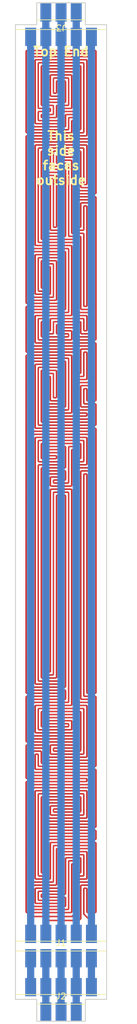
<source format=kicad_pcb>
(kicad_pcb (version 20201002) (generator pcbnew)

  (general
    (thickness 1.6)
  )

  (paper "A4")
  (layers
    (0 "F.Cu" signal)
    (31 "B.Cu" signal)
    (32 "B.Adhes" user "B.Adhesive")
    (33 "F.Adhes" user "F.Adhesive")
    (34 "B.Paste" user)
    (35 "F.Paste" user)
    (36 "B.SilkS" user "B.Silkscreen")
    (37 "F.SilkS" user "F.Silkscreen")
    (38 "B.Mask" user)
    (39 "F.Mask" user)
    (40 "Dwgs.User" user "User.Drawings")
    (41 "Cmts.User" user "User.Comments")
    (42 "Eco1.User" user "User.Eco1")
    (43 "Eco2.User" user "User.Eco2")
    (44 "Edge.Cuts" user)
    (45 "Margin" user)
    (46 "B.CrtYd" user "B.Courtyard")
    (47 "F.CrtYd" user "F.Courtyard")
    (48 "B.Fab" user)
    (49 "F.Fab" user)
  )

  (setup
    (stackup
      (layer "F.SilkS" (type "Top Silk Screen"))
      (layer "F.Paste" (type "Top Solder Paste"))
      (layer "F.Mask" (type "Top Solder Mask") (color "Green") (thickness 0.01))
      (layer "F.Cu" (type "copper") (thickness 0.035))
      (layer "dielectric 1" (type "core") (thickness 1.51) (material "FR4") (epsilon_r 4.5) (loss_tangent 0.02))
      (layer "B.Cu" (type "copper") (thickness 0.035))
      (layer "B.Mask" (type "Bottom Solder Mask") (color "Green") (thickness 0.01))
      (layer "B.Paste" (type "Bottom Solder Paste"))
      (layer "B.SilkS" (type "Bottom Silk Screen"))
      (copper_finish "None")
      (dielectric_constraints no)
    )
    (grid_origin 150 150)
    (pcbplotparams
      (layerselection 0x00010fc_ffffffff)
      (usegerberextensions false)
      (usegerberattributes true)
      (usegerberadvancedattributes true)
      (creategerberjobfile true)
      (svguseinch false)
      (svgprecision 6)
      (excludeedgelayer true)
      (linewidth 0.100000)
      (plotframeref false)
      (viasonmask false)
      (mode 1)
      (useauxorigin false)
      (hpglpennumber 1)
      (hpglpenspeed 20)
      (hpglpendiameter 15.000000)
      (psnegative false)
      (psa4output false)
      (plotreference true)
      (plotvalue true)
      (plotinvisibletext false)
      (sketchpadsonfab false)
      (subtractmaskfromsilk false)
      (outputformat 1)
      (mirror false)
      (drillshape 0)
      (scaleselection 1)
      (outputdirectory "gerber")
    )
  )


  (net 0 "")
  (net 1 "/tru_b1")
  (net 2 "/tru_b2")
  (net 3 "/tru_b3")
  (net 4 "/tru_b4")
  (net 5 "/tru_b5")
  (net 6 "/mesh_dn0r")
  (net 7 "/mesh_dn1r")
  (net 8 "Net-(J1-Pad13)")
  (net 9 "/mesh_dn1s")
  (net 10 "/mesh_dn0s")
  (net 11 "/tru_t1")
  (net 12 "/tru_t2")
  (net 13 "/tru_t3")
  (net 14 "/tru_t4")
  (net 15 "/tru_t5")
  (net 16 "/mesh_up0r")
  (net 17 "/mesh_up1r")
  (net 18 "Net-(J1-Pad3)")
  (net 19 "/mesh_up1s")
  (net 20 "/mesh_up0s")
  (net 21 "Net-(J2-Pad13)")
  (net 22 "Net-(J2-Pad12)")
  (net 23 "Net-(J2-Pad11)")
  (net 24 "Net-(J2-Pad5)")
  (net 25 "Net-(J2-Pad4)")
  (net 26 "Net-(J2-Pad3)")
  (net 27 "Net-(J2-Pad2)")
  (net 28 "Net-(J2-Pad1)")
  (net 29 "Net-(J3-Pad13)")
  (net 30 "Net-(J3-Pad12)")
  (net 31 "Net-(J3-Pad11)")
  (net 32 "Net-(J3-Pad5)")
  (net 33 "Net-(J3-Pad4)")
  (net 34 "Net-(J3-Pad3)")
  (net 35 "Net-(J3-Pad2)")
  (net 36 "Net-(J3-Pad1)")

  (module "common_footprints:8mm_plug" (layer "F.Cu") (tedit 5F75A915) (tstamp 1811a88f-07ba-47da-8eb6-fe2ae8cc9dcf)
    (at 150 182.1)
    (property "Sheet file" "/home/user/research/rotohsm/prototype/mech_pcbs/rotor_vstrut_pcb/rotor_vstrut_pcb.kicad_sch")
    (property "Sheet name" "")
    (path "/6a9bf823-0c9e-40ee-9e07-825e78b3c53a")
    (attr through_hole)
    (fp_text reference "J2" (at 0 -0.5 unlocked) (layer "F.SilkS")
      (effects (font (size 1 1) (thickness 0.15)))
      (tstamp 1ba37284-f52b-4334-9b24-c6ad10f6ae08)
    )
    (fp_text value "bottom" (at 0 1 unlocked) (layer "F.Fab")
      (effects (font (size 1 1) (thickness 0.15)))
      (tstamp 9271be02-443a-4a50-a128-863f1290b8f9)
    )
    (fp_text user "${REF}" (at 0 2.5 unlocked) (layer "F.Fab")
      (effects (font (size 1 1) (thickness 0.15)))
      (tstamp 94cda8c2-2cbc-4ba6-85ee-0f564fa51428)
    )
    (fp_line (start -4 0.8) (end 4 0.8) (layer "F.SilkS") (width 0.12) (tstamp bc372730-b3cb-4ca1-88fe-4941db99ba3d))
    (fp_line (start 7.5 -0.8) (end -7.5 -0.8) (layer "F.SilkS") (width 0.12) (tstamp c04d7f76-407c-40fb-bf03-b9333d605e63))
    (fp_rect (start -7.5 0) (end 7.5 -5.6) (layer "Dwgs.User") (width 0.1) (tstamp 2f28587c-ff16-4234-8967-2a714fa9060b))
    (fp_rect (start -4 0) (end 4 4) (layer "Dwgs.User") (width 0.1) (tstamp 2fdf1ac6-a1d9-4222-86e8-8200e5afc5e6))
    (pad "1" smd rect (at -5 -2) (size 1.8 3) (layers "F.Cu" "F.Mask")
      (net 28 "Net-(J2-Pad1)") (tstamp e68ca7e5-9914-4dd9-bf75-6c51012f351d))
    (pad "2" smd rect (at -2.5 -2) (size 1.8 3) (layers "F.Cu" "F.Mask")
      (net 27 "Net-(J2-Pad2)") (tstamp c65d26c3-7760-41d9-90ad-be5295b773bf))
    (pad "3" smd rect (at 0 -2) (size 1.8 3) (layers "F.Cu" "F.Mask")
      (net 26 "Net-(J2-Pad3)") (tstamp 9363fde8-3b4d-4f54-a869-795ef2ffa4f7))
    (pad "4" smd rect (at 2.5 -2) (size 1.8 3) (layers "F.Cu" "F.Mask")
      (net 25 "Net-(J2-Pad4)") (tstamp 565fcf28-eed1-4ba9-8cd4-b94a8bf64ab7))
    (pad "5" smd rect (at 5 -2) (size 1.8 3) (layers "F.Cu" "F.Mask")
      (net 24 "Net-(J2-Pad5)") (tstamp e2713ae1-22cf-470a-be57-bb1f73003e8f))
    (pad "6" smd rect (at 5 -2) (size 1.8 3) (layers "B.Cu" "B.Mask")
      (net 5 "/tru_b5") (tstamp ca29ad93-d5bb-44d7-99e5-6ab822f96799))
    (pad "7" smd rect (at 2.5 -2) (size 1.8 3) (layers "B.Cu" "B.Mask")
      (net 4 "/tru_b4") (tstamp b5b1aaaf-670f-4a0f-812b-22b6cd6c7497))
    (pad "8" smd rect (at 0 -2) (size 1.8 3) (layers "B.Cu" "B.Mask")
      (net 3 "/tru_b3") (tstamp a7f0217e-b0e0-4e71-b7e8-0a5fa24c2040))
    (pad "9" smd rect (at -2.5 -2) (size 1.8 3) (layers "B.Cu" "B.Mask")
      (net 2 "/tru_b2") (tstamp e52e38a2-2f37-4de1-9a48-d2cf13da969a))
    (pad "10" smd rect (at -5 -2) (size 1.8 3) (layers "B.Cu" "B.Mask")
      (net 1 "/tru_b1") (tstamp a0b7607d-206b-4d94-9484-16b8eef74204))
    (pad "11" smd rect (at -2.5 2) (size 1.8 3) (layers "F.Cu" "F.Mask")
      (net 23 "Net-(J2-Pad11)") (tstamp 5f642a79-6563-491c-ae1e-a7f722bfaff6))
    (pad "12" smd rect (at 0 2) (size 1.8 3) (layers "F.Cu" "F.Mask")
      (net 22 "Net-(J2-Pad12)") (tstamp 3e221bb2-8d40-427b-8268-55feadd671e9))
    (pad "13" smd rect (at 2.5 2) (size 1.8 3) (layers "F.Cu" "F.Mask")
      (net 21 "Net-(J2-Pad13)") (tstamp d08a1a97-78b9-4609-886e-285d5323741a))
    (pad "14" smd rect (at 2.5 2) (size 1.8 3) (layers "B.Cu" "B.Mask")
      (net 4 "/tru_b4") (tstamp 782d79ad-1e27-44e1-a0dc-41c99d2b4a86))
    (pad "15" smd rect (at 0 2) (size 1.8 3) (layers "B.Cu" "B.Mask")
      (net 3 "/tru_b3") (tstamp 25da4e39-7f9c-4ae8-b34c-ce77f1175f93))
    (pad "16" smd rect (at -2.5 2) (size 1.8 3) (layers "B.Cu" "B.Mask")
      (net 2 "/tru_b2") (tstamp 85f13824-9eb5-4d0c-9f3c-fc8208fef61f))
  )

  (module "common_footprints:15mm_plug" (layer "F.Cu") (tedit 5F75A9AD) (tstamp 578b0775-c05a-42d7-9223-0db1f2d9868f)
    (at 150 173.35)
    (property "Sheet file" "/home/user/research/rotohsm/prototype/mech_pcbs/rotor_vstrut_pcb/rotor_vstrut_pcb.kicad_sch")
    (property "Sheet name" "")
    (path "/92226583-c767-4448-ada0-e9e18d9afd62")
    (attr through_hole)
    (fp_text reference "J1" (at 0 -0.5 unlocked) (layer "F.SilkS")
      (effects (font (size 1 1) (thickness 0.15)))
      (tstamp 1cd09dcd-b0bf-4c50-ad33-845bc7b9011f)
    )
    (fp_text value "base" (at 0 1 unlocked) (layer "F.Fab")
      (effects (font (size 1 1) (thickness 0.15)))
      (tstamp 608c5e61-3b3a-46a9-98bd-49f58e6b0b8b)
    )
    (fp_line (start 7.5 0.816678) (end -7.5 0.816678) (layer "F.SilkS") (width 0.12) (tstamp aa6f2624-48f1-4e27-881c-f916354ca6bd))
    (fp_line (start 7.5 -0.8) (end -7.5 -0.8) (layer "F.SilkS") (width 0.12) (tstamp eb55638e-737e-4759-9c56-6ab8ecd68a82))
    (fp_rect (start -7.5 3.8) (end 7.5 -3.8) (layer "Dwgs.User") (width 0.1) (tstamp 5254e3c0-44e4-406e-89db-13ddc4266440))
    (pad "1" smd rect (at -5 -2) (size 1.8 3) (layers "F.Cu" "F.Mask")
      (net 20 "/mesh_up0s") (tstamp db4813ca-edcf-4455-b7b6-1ee276e50d77))
    (pad "2" smd rect (at -2.5 -2) (size 1.8 3) (layers "F.Cu" "F.Mask")
      (net 19 "/mesh_up1s") (tstamp 339c138d-11e1-4580-8273-c03593055b06))
    (pad "3" smd rect (at 0 -2) (size 1.8 3) (layers "F.Cu" "F.Mask")
      (net 18 "Net-(J1-Pad3)") (tstamp dcb12864-6b8c-4cc7-aa7b-7189ce25c624))
    (pad "4" smd rect (at 2.5 -2) (size 1.8 3) (layers "F.Cu" "F.Mask")
      (net 17 "/mesh_up1r") (tstamp 991d6c45-e6c6-4c3e-9126-4a9d19280017))
    (pad "5" smd rect (at 5 -2) (size 1.8 3) (layers "F.Cu" "F.Mask")
      (net 16 "/mesh_up0r") (tstamp 99248d61-e1f8-4d3d-ab6b-2d48b6f464d7))
    (pad "6" smd rect (at 5 -2) (size 1.8 3) (layers "B.Cu" "B.Mask")
      (net 15 "/tru_t5") (tstamp 53b52266-57e7-491e-8c81-9c0e3f691e18))
    (pad "7" smd rect (at 2.5 -2) (size 1.8 3) (layers "B.Cu" "B.Mask")
      (net 14 "/tru_t4") (tstamp 4bd9cea0-2f05-4944-a473-619dade1aea1))
    (pad "8" smd rect (at 0 -2) (size 1.8 3) (layers "B.Cu" "B.Mask")
      (net 13 "/tru_t3") (tstamp f4b3ae38-6b8c-4102-969c-e529609188d2))
    (pad "9" smd rect (at -2.5 -2) (size 1.8 3) (layers "B.Cu" "B.Mask")
      (net 12 "/tru_t2") (tstamp 6d760d27-14b9-4f22-b4d2-6b22690b6031))
    (pad "10" smd rect (at -5 -2) (size 1.8 3) (layers "B.Cu" "B.Mask")
      (net 11 "/tru_t1") (tstamp 70934b00-c6de-4654-932a-f96931c390a6))
    (pad "11" smd rect (at -5 2) (size 1.8 3) (layers "F.Cu" "F.Mask")
      (net 10 "/mesh_dn0s") (tstamp 0ab5e659-97d0-4460-9045-f197edafd4d2))
    (pad "12" smd rect (at -2.5 2) (size 1.8 3) (layers "F.Cu" "F.Mask")
      (net 9 "/mesh_dn1s") (tstamp 6557a358-f412-4c01-864f-614b5ca54506))
    (pad "13" smd rect (at 0 2) (size 1.8 3) (layers "F.Cu" "F.Mask")
      (net 8 "Net-(J1-Pad13)") (tstamp 4a1dca45-9355-4042-aadd-7139127a06bc))
    (pad "14" smd rect (at 2.5 2) (size 1.8 3) (layers "F.Cu" "F.Mask")
      (net 7 "/mesh_dn1r") (tstamp e434fa80-64cd-48d0-a9de-3bfc51338fe9))
    (pad "15" smd rect (at 5 2) (size 1.8 3) (layers "F.Cu" "F.Mask")
      (net 6 "/mesh_dn0r") (tstamp ed0393bc-0345-4507-afcb-1debdc38e68d))
    (pad "16" smd rect (at 5 2) (size 1.8 3) (layers "B.Cu" "B.Mask")
      (net 5 "/tru_b5") (tstamp 7cf9055e-da7b-4ce4-8797-69043580ae21))
    (pad "17" smd rect (at 2.5 2) (size 1.8 3) (layers "B.Cu" "B.Mask")
      (net 4 "/tru_b4") (tstamp beb576e7-474f-45ff-8326-a1e342cb76a3))
    (pad "18" smd rect (at 0 2) (size 1.8 3) (layers "B.Cu" "B.Mask")
      (net 3 "/tru_b3") (tstamp fa3a79f2-218e-48c1-a0c5-8153895bbd56))
    (pad "19" smd rect (at -2.5 2) (size 1.8 3) (layers "B.Cu" "B.Mask")
      (net 2 "/tru_b2") (tstamp 12e4057e-e2ce-411e-88dd-f20c70aea31e))
    (pad "20" smd rect (at -5 2) (size 1.8 3) (layers "B.Cu" "B.Mask")
      (net 1 "/tru_b1") (tstamp c3616b72-e5d4-4817-a598-4baaa7b6f3c6))
  )

  (module "common_footprints:8mm_plug" (layer "F.Cu") (tedit 5F75A915) (tstamp bc6c26a6-39e2-4b53-8e0c-279085b5aea5)
    (at 150 22.1 180)
    (property "Sheet file" "/home/user/research/rotohsm/prototype/mech_pcbs/rotor_vstrut_pcb/rotor_vstrut_pcb.kicad_sch")
    (property "Sheet name" "")
    (path "/e4993730-1dee-4842-857c-75d225e7ee51")
    (attr through_hole)
    (fp_text reference "J3" (at 0 -0.5 180 unlocked) (layer "F.SilkS")
      (effects (font (size 1 1) (thickness 0.15)))
      (tstamp 8cc520dd-36fb-4d21-ae0a-73abefdb46e9)
    )
    (fp_text value "top" (at 0 1 180 unlocked) (layer "F.Fab")
      (effects (font (size 1 1) (thickness 0.15)))
      (tstamp aa447695-4945-4158-a0e3-ea914b7e783d)
    )
    (fp_text user "${REF}" (at 0 2.5 180 unlocked) (layer "F.Fab")
      (effects (font (size 1 1) (thickness 0.15)))
      (tstamp 814abd7b-a5ab-468a-b5dd-3d40ab9e1fbc)
    )
    (fp_line (start -4 0.8) (end 4 0.8) (layer "F.SilkS") (width 0.12) (tstamp 0869d477-2f6b-4c37-ae69-6d1a04881211))
    (fp_line (start 7.5 -0.8) (end -7.5 -0.8) (layer "F.SilkS") (width 0.12) (tstamp dfab956c-51f0-446a-82e3-6358606036f2))
    (fp_rect (start -4 0) (end 4 4) (layer "Dwgs.User") (width 0.1) (tstamp 9acea00d-ca95-4a13-9c94-7210ae052901))
    (fp_rect (start -7.5 0) (end 7.5 -5.6) (layer "Dwgs.User") (width 0.1) (tstamp c65d0956-edb4-4f2f-b8cf-2947693c2809))
    (pad "1" smd rect (at -5 -2 180) (size 1.8 3) (layers "F.Cu" "F.Mask")
      (net 36 "Net-(J3-Pad1)") (tstamp b0cd47b3-61a8-444f-80ff-ee1043bb1fc2))
    (pad "2" smd rect (at -2.5 -2 180) (size 1.8 3) (layers "F.Cu" "F.Mask")
      (net 35 "Net-(J3-Pad2)") (tstamp 221446a9-40c1-492d-b924-505d48b1a82f))
    (pad "3" smd rect (at 0 -2 180) (size 1.8 3) (layers "F.Cu" "F.Mask")
      (net 34 "Net-(J3-Pad3)") (tstamp d7f67e68-5d0a-4ffd-878b-f43b19265fe8))
    (pad "4" smd rect (at 2.5 -2 180) (size 1.8 3) (layers "F.Cu" "F.Mask")
      (net 33 "Net-(J3-Pad4)") (tstamp ae05ffbc-8231-4c86-850b-e19965c6591a))
    (pad "5" smd rect (at 5 -2 180) (size 1.8 3) (layers "F.Cu" "F.Mask")
      (net 32 "Net-(J3-Pad5)") (tstamp eaaa8c6a-e360-437c-a5f3-1a232074ff90))
    (pad "6" smd rect (at 5 -2 180) (size 1.8 3) (layers "B.Cu" "B.Mask")
      (net 11 "/tru_t1") (tstamp c0caef5f-c07d-491a-9cf5-ed8d6ddc56c3))
    (pad "7" smd rect (at 2.5 -2 180) (size 1.8 3) (layers "B.Cu" "B.Mask")
      (net 12 "/tru_t2") (tstamp 455cfba5-528b-4baa-8d09-7db6ff3d2d23))
    (pad "8" smd rect (at 0 -2 180) (size 1.8 3) (layers "B.Cu" "B.Mask")
      (net 13 "/tru_t3") (tstamp 4dd1fd8b-08bb-43a6-86db-97de4c4ef16b))
    (pad "9" smd rect (at -2.5 -2 180) (size 1.8 3) (layers "B.Cu" "B.Mask")
      (net 14 "/tru_t4") (tstamp 6972ef7a-34a9-4c95-8261-77dbbd9d6673))
    (pad "10" smd rect (at -5 -2 180) (size 1.8 3) (layers "B.Cu" "B.Mask")
      (net 15 "/tru_t5") (tstamp 5834ea92-8f63-42e3-92be-b51e3d463ded))
    (pad "11" smd rect (at -2.5 2 180) (size 1.8 3) (layers "F.Cu" "F.Mask")
      (net 31 "Net-(J3-Pad11)") (tstamp ecf624ae-c9fa-4d46-af81-af7bed74f095))
    (pad "12" smd rect (at 0 2 180) (size 1.8 3) (layers "F.Cu" "F.Mask")
      (net 30 "Net-(J3-Pad12)") (tstamp 69723cb6-7063-4318-90cb-bf97845a485d))
    (pad "13" smd rect (at 2.5 2 180) (size 1.8 3) (layers "F.Cu" "F.Mask")
      (net 29 "Net-(J3-Pad13)") (tstamp 582c787d-47a8-40d4-b48a-36bb3f7d4a3a))
    (pad "14" smd rect (at 2.5 2 180) (size 1.8 3) (layers "B.Cu" "B.Mask")
      (net 12 "/tru_t2") (tstamp ccfa8fab-075e-45cd-9b8f-c85ff2fae785))
    (pad "15" smd rect (at 0 2 180) (size 1.8 3) (layers "B.Cu" "B.Mask")
      (net 13 "/tru_t3") (tstamp 07c1b7e8-b418-46c0-88f1-8ada58cc10d7))
    (pad "16" smd rect (at -2.5 2 180) (size 1.8 3) (layers "B.Cu" "B.Mask")
      (net 14 "/tru_t4") (tstamp 0b2349ca-e556-4a69-86fd-7663c8e0b979))
  )

  (gr_poly (pts
 (xy 160 172.5)
    (xy 140 172.5)
    (xy 140 25)
    (xy 160 25)) (layer "Eco1.User") (width 0.1) (tstamp 724fb27a-5098-4877-ae90-10c30d528453))
  (gr_line (start 146 18.5) (end 154 18.5) (angle 90) (layer "Edge.Cuts") (width 0.16) (tstamp 21d71c90-1663-47f2-805a-3a10bb7166bc))
  (gr_line (start 142.5 182.1) (end 146 182.1) (angle 90) (layer "Edge.Cuts") (width 0.16) (tstamp 34598794-23ad-45c5-a437-a984c0ab605a))
  (gr_line (start 154 18.5) (end 154 22.1) (angle 90) (layer "Edge.Cuts") (width 0.16) (tstamp 3547d435-8af2-4e43-ac75-cfb0f21102eb))
  (gr_line (start 154 185.7) (end 154 182.1) (angle 90) (layer "Edge.Cuts") (width 0.16) (tstamp 46859f9b-c0d1-474a-81ee-c6cb0f0e6b07))
  (gr_line (start 154 22.1) (end 157.5 22.1) (angle 90) (layer "Edge.Cuts") (width 0.16) (tstamp 4afe9ac1-c888-479e-9d7c-4bd9ef77e5bc))
  (gr_line (start 142.5 22.1) (end 146 22.1) (angle 90) (layer "Edge.Cuts") (width 0.16) (tstamp 64700040-2cea-446b-bc85-56fef465dfc5))
  (gr_line (start 146 22.1) (end 146 18.5) (angle 90) (layer "Edge.Cuts") (width 0.16) (tstamp 9d86c8d0-736f-4f12-b5ef-91d43c55d32d))
  (gr_line (start 157.5 22.1) (end 157.5 182.1) (angle 90) (layer "Edge.Cuts") (width 0.16) (tstamp a09a27f2-0a64-40fc-9420-70679a00fdd7))
  (gr_line (start 142.5 182.1) (end 142.5 22.1) (angle 90) (layer "Edge.Cuts") (width 0.16) (tstamp b7857ac5-fbd7-4184-9f11-5164268584b6))
  (gr_line (start 146 182.1) (end 146 185.7) (angle 90) (layer "Edge.Cuts") (width 0.16) (tstamp c26f97c8-3016-4d2d-91c4-ddb9d3097177))
  (gr_line (start 146 185.7) (end 154 185.7) (angle 90) (layer "Edge.Cuts") (width 0.16) (tstamp c97639af-a612-4ca5-b67b-dad9ca826124))
  (gr_line (start 154 182.1) (end 157.5 182.1) (angle 90) (layer "Edge.Cuts") (width 0.16) (tstamp fce75ced-948f-43b6-8181-f62b28ee81f7))
  (gr_text "Top End" (at 150 26.5) (layer "F.SilkS") (tstamp 80ac6bc5-2e8f-42de-871c-2dd9a2b3af69)
    (effects (font (size 1.5 1.5) (thickness 0.3)))
  )
  (gr_text "This\nside\nfaces\noutside" (at 150 44) (layer "F.SilkS") (tstamp ed777d03-f811-4342-8095-4262cac0c291)
    (effects (font (size 1.5 1.5) (thickness 0.3)))
  )
  (dimension (type aligned) (layer "Dwgs.User") (tstamp 9c6a1bb5-60ff-46ca-a879-30e77db23bc5)
    (pts (xy 157.365012 173.3) (xy 157.365012 181.3))
    (height -3.284988)
    (gr_text "8.0 mm" (at 161.8 177.3 270) (layer "Dwgs.User") (tstamp 9c6a1bb5-60ff-46ca-a879-30e77db23bc5)
      (effects (font (size 1 1) (thickness 0.15)))
    )
    (format (units 2) (units_format 1) (precision 1))
    (style (thickness 0.15) (arrow_length 1.27) (text_position_mode 0) (extension_height 0.58642) (extension_offset 0.5) keep_text_aligned)
  )

  (segment (start 145 180.1) (end 145 175.35) (width 1.2) (layer "B.Cu") (net 1) (tstamp 4ae7b818-bae2-4561-84c0-d7b4a6e0e2aa))
  (segment (start 147.5 175.35) (end 147.5 180.1) (width 1.2) (layer "B.Cu") (net 2) (tstamp 25757950-e323-4496-adef-afbb36bf9bf5))
  (segment (start 147.5 180.1) (end 147.5 184.1) (width 1.2) (layer "B.Cu") (net 2) (tstamp 8fc0ba2a-35ad-446e-82c1-ba1a3f2dcd8d))
  (segment (start 150 175.35) (end 150 175) (width 1.2) (layer "B.Cu") (net 3) (tstamp 3896094f-f341-41b1-bd92-493de9eb1922))
  (segment (start 150 180.1) (end 150 175.35) (width 1.2) (layer "B.Cu") (net 3) (tstamp 8e3f5549-b1f3-412d-93ac-9074ab43fc44))
  (segment (start 150 180.1) (end 150 184.1) (width 1.2) (layer "B.Cu") (net 3) (tstamp c417a5be-ee66-43d8-a7c3-cf02813cb449))
  (segment (start 152.5 184.1) (end 152.5 180.1) (width 1.2) (layer "B.Cu") (net 4) (tstamp 6fc9b570-aa2c-4e01-a266-8af95346bb3c))
  (segment (start 152.5 175.35) (end 152.5 180.1) (width 1.2) (layer "B.Cu") (net 4) (tstamp f8425aef-9dc3-471c-93f6-d9f59bb5837c))
  (segment (start 155 175.35) (end 155 180.1) (width 1.2) (layer "B.Cu") (net 5) (tstamp 44c391d7-0d35-46e6-94e4-9367dde0aca9))
  (segment (start 145 24.1) (end 145 171.35) (width 1.2) (layer "B.Cu") (net 11) (tstamp 9e73ea58-6be9-47f9-a377-e2a291bb84db))
  (segment (start 147.5 20.1) (end 147.5 24.1) (width 1.2) (layer "B.Cu") (net 12) (tstamp 41980f15-737f-4886-83a3-e7484f93dfd2))
  (segment (start 147.5 171.35) (end 147.5 24.1) (width 1.2) (layer "B.Cu") (net 12) (tstamp 75d0f23c-dde4-42d1-9e04-2f634eba3124))
  (segment (start 150 24.1) (end 150 171.35) (width 1.2) (layer "B.Cu") (net 13) (tstamp 0daaf576-fd6e-44a2-bfcc-2f9a922165f5))
  (segment (start 150 20.1) (end 150 24.1) (width 1.2) (layer "B.Cu") (net 13) (tstamp dd92033e-b9bb-414f-b484-42691ad5fcc8))
  (segment (start 152.5 171.35) (end 152.5 24.1) (width 1.2) (layer "B.Cu") (net 14) (tstamp 6633d749-02a7-4188-aca3-9ccd0af54fd5))
  (segment (start 152.5 20.1) (end 152.5 24.1) (width 1.2) (layer "B.Cu") (net 14) (tstamp cb30446d-82f6-471a-ac35-70af7efbf489))
  (segment (start 155 24.1) (end 155 171.35) (width 1.2) (layer "B.Cu") (net 15) (tstamp 98f58298-4fe8-4a38-8351-8c2e74b14a80))
  (segment (start 146.25 62.1) (end 146.25 64.099999) (width 0.25) (layer "F.Cu") (net 16) (tstamp 00337feb-811e-49e6-a51f-5b2ca3c8ace3))
  (segment (start 152.25 98.1) (end 152.25 100.1) (width 0.25) (layer "F.Cu") (net 16) (tstamp 01129666-32fe-4ea9-8dc6-d8dd459bcd6a))
  (segment (start 146.25 28.453553) (end 146.25 30.1) (width 0.25) (layer "F.Cu") (net 16) (tstamp 0143d752-5364-481d-ab36-691567bddd3f))
  (segment (start 153.646446 28.35) (end 152 28.35) (width 0.25) (layer "F.Cu") (net 16) (tstamp 01520eb4-f5e2-4dbf-96e6-bd8c799d1eb8))
  (segment (start 147.853553 149.85) (end 147.75 149.953553) (width 0.25) (layer "F.Cu") (net 16) (tstamp 018a177d-715e-498f-9d73-8e55c7becdf8))
  (segment (start 145.75 154.1) (end 145.75 156.1) (width 0.25) (layer "F.Cu") (net 16) (tstamp 01e819d1-24b5-4ec4-b385-ddfa7f78c3f7))
  (segment (start 145.75 90.1) (end 145.75 92.1) (width 0.25) (layer "F.Cu") (net 16) (tstamp 021367a4-39f1-4dd8-aae6-0ab080f9b679))
  (segment (start 144.25 104.1) (end 144.25 106.1) (width 0.25) (layer "F.Cu") (net 16) (tstamp 0229ff85-2e59-4852-afcb-36cfe4ff9c44))
  (segment (start 151.853553 37.85) (end 151.75 37.953553) (width 0.25) (layer "F.Cu") (net 16) (tstamp 02420f6c-5075-4a38-9451-e9631baf42b1))
  (segment (start 150.146446 91.85) (end 150.25 91.953553) (width 0.25) (layer "F.Cu") (net 16) (tstamp 024d34ec-4f83-4f00-bcc6-b8de57ea6aba))
  (segment (start 148.25 35.953553) (end 148.25 36.1) (width 0.25) (layer "F.Cu") (net 16) (tstamp 03227eef-6941-42fb-8b02-358afb054268))
  (segment (start 152.25 75.953553) (end 152.25 76.1) (width 0.25) (layer "F.Cu") (net 16) (tstamp 0322b17a-766d-4373-abd6-a0c4915b274f))
  (segment (start 152.25 128.1) (end 152.25 130.1) (width 0.25) (layer "F.Cu") (net 16) (tstamp 0348d1f5-ee9c-4cff-a0a9-9f59323dd6ea))
  (segment (start 154 162.35) (end 152.353553 162.35) (width 0.25) (layer "F.Cu") (net 16) (tstamp 03a42fec-ab46-41db-ac7c-4614f70c9495))
  (segment (start 147.853553 142.35) (end 148 142.35) (width 0.25) (layer "F.Cu") (net 16) (tstamp 03f5b643-3f39-499b-8d55-2d7fd284ca42))
  (segment (start 145.75 138.246446) (end 145.853553 138.35) (width 0.25) (layer "F.Cu") (net 16) (tstamp 040c6c5f-0fbd-42bc-bf07-e9da683a9bb1))
  (segment (start 155.646446 144.35) (end 154 144.35) (width 0.25) (layer "F.Cu") (net 16) (tstamp 042f7e11-c07a-4e5d-88c4-42e90f046fa2))
  (segment (start 148 41.85) (end 150 41.85) (width 0.25) (layer "F.Cu") (net 16) (tstamp 045bf70a-069f-4c5e-b5a2-fb18bf6cf932))
  (segment (start 150 157.85) (end 152 157.85) (width 0.25) (layer "F.Cu") (net 16) (tstamp 04802012-2a4b-47b9-aaee-fed2a1bdc40a))
  (segment (start 153.75 68.1) (end 153.75 68.246446) (width 0.25) (layer "F.Cu") (net 16) (tstamp 04a59f8b-bcd2-43e1-9675-4a4dcdf56c5f))
  (segment (start 151.75 164.1) (end 151.75 166.1) (width 0.25) (layer "F.Cu") (net 16) (tstamp 04c09262-9ede-4ddf-8632-cdd1416740d1))
  (segment (start 148 155.85) (end 150 155.85) (width 0.25) (layer "F.Cu") (net 16) (tstamp 04c9f656-d682-4abe-b36c-43903087f983))
  (segment (start 147.75 154.246446) (end 147.75 154.1) (width 0.25) (layer "F.Cu") (net 16) (tstamp 0516b342-49c6-4b78-aad1-7a4b0b9f263e))
  (segment (start 153.75 141.746446) (end 153.75 140.1) (width 0.25) (layer "F.Cu") (net 16) (tstamp 056d9abb-9556-4b18-a14e-e20b795b7666))
  (segment (start 149.75 112.1) (end 149.75 114.1) (width 0.25) (layer "F.Cu") (net 16) (tstamp 056f6906-6916-4dce-9abd-b77c15f11730))
  (segment (start 148.25 45.746446) (end 148.353553 45.85) (width 0.25) (layer "F.Cu") (net 16) (tstamp 0579ee3c-1c31-4dfa-a516-6cb1810ea9b6))
  (segment (start 144.25 131.746446) (end 144.353553 131.85) (width 0.25) (layer "F.Cu") (net 16) (tstamp 05820e91-cd81-4675-9a03-f42f28803765))
  (segment (start 150 96.35) (end 148.353553 96.35) (width 0.25) (layer "F.Cu") (net 16) (tstamp 05862f23-0f8c-4e41-b149-675eee83247b))
  (segment (start 154.25 158.1) (end 154.25 157.953553) (width 0.25) (layer "F.Cu") (net 16) (tstamp 05906dda-1ca4-4bc9-892b-720ab8dd2e31))
  (segment (start 146.25 122.1) (end 146.25 124.1) (width 0.25) (layer "F.Cu") (net 16) (tstamp 05a09972-ba14-4ec1-88d0-2d41bb033553))
  (segment (start 145.853553 162.35) (end 145.75 162.246446) (width 0.25) (layer "F.Cu") (net 16) (tstamp 05c9cd8b-5369-4530-ac0b-9ec94598dec6))
  (segment (start 153.75 84.1) (end 153.75 84.246446) (width 0.25) (layer "F.Cu") (net 16) (tstamp 05d0503d-e079-41a2-8282-7f1fc22af137))
  (segment (start 145.75 88.246446) (end 145.75 88.1) (width 0.25) (layer "F.Cu") (net 16) (tstamp 05e3a134-24d8-4270-ac65-46f47f151765))
  (segment (start 149.75 44.246446) (end 149.853553 44.35) (width 0.25) (layer "F.Cu") (net 16) (tstamp 05eb95a0-89a7-44ab-9475-5ecf072efab6))
  (segment (start 149.646446 92.35) (end 148 92.35) (width 0.25) (layer "F.Cu") (net 16) (tstamp 06800558-2bea-43a8-a1c3-d64d0295c981))
  (segment (start 152.353553 161.85) (end 153.646446 161.85) (width 0.25) (layer "F.Cu") (net 16) (tstamp 0738d1f6-b56e-4578-ad5f-f4135fa95713))
  (segment (start 147.75 52.1) (end 147.75 54.1) (width 0.25) (layer "F.Cu") (net 16) (tstamp 07398ce2-a679-4c1b-b654-b34e4dda10ac))
  (segment (start 150 138.35) (end 152 138.35) (width 0.25) (layer "F.Cu") (net 16) (tstamp 076baf3f-f4ff-49fe-9db9-bb78d6df2be4))
  (segment (start 149.853553 157.85) (end 149.75 157.953553) (width 0.25) (layer "F.Cu") (net 16) (tstamp 07d73eac-e516-4afb-832f-0d332f774634))
  (segment (start 145.75 166.1) (end 145.75 166.246446) (width 0.25) (layer "F.Cu") (net 16) (tstamp 07e92f06-6003-4fd8-b237-be0763063e4e))
  (segment (start 155.75 90.1) (end 155.75 92.1) (width 0.25) (layer "F.Cu") (net 16) (tstamp 083ad958-7305-45e4-a230-fe8f32cb07e6))
  (segment (start 153.75 58.1) (end 153.75 56.453553) (width 0.25) (layer "F.Cu") (net 16) (tstamp 08d44cb8-17cd-4dfd-a212-d01b47913392))
  (segment (start 151.75 133.746446) (end 151.75 132.1) (width 0.25) (layer "F.Cu") (net 16) (tstamp 091e24c3-cf89-4437-b7c0-9ef07b49998b))
  (segment (start 148.25 106.1) (end 148.25 108.1) (width 0.25) (layer "F.Cu") (net 16) (tstamp 091f2d0c-3fc3-47af-ae51-6f8813b4c638))
  (segment (start 146.25 56.1) (end 146.25 57.746446) (width 0.25) (layer "F.Cu") (net 16) (tstamp 094d7528-2087-4950-a454-a2f15ec52e2b))
  (segment (start 150 156.35) (end 148.353553 156.35) (width 0.25) (layer "F.Cu") (net 16) (tstamp 096a6a98-33a6-4f1f-b24c-f4f565736b5a))
  (segment (start 150.25 128.1) (end 150.25 130.1) (width 0.25) (layer "F.Cu") (net 16) (tstamp 09ac9e60-e7b7-44e7-a044-70a667a56724))
  (segment (start 153.646446 93.85) (end 153.75 93.746446) (width 0.25) (layer "F.Cu") (net 16) (tstamp 0a18224d-3809-434e-8eb9-7468dbd4f90a))
  (segment (start 154.25 138.1) (end 154.25 140.1) (width 0.25) (layer "F.Cu") (net 16) (tstamp 0a56a6ab-77fb-47b7-a9ec-7752d6607d52))
  (segment (start 151.75 122.1) (end 151.75 124.1) (width 0.25) (layer "F.Cu") (net 16) (tstamp 0a7e9141-36ca-4339-a8b0-aa4c85dd9536))
  (segment (start 150.25 104.1) (end 150.25 106.1) (width 0.25) (layer "F.Cu") (net 16) (tstamp 0a92b576-7ecc-4909-90ca-7e8dc5027952))
  (segment (start 152.353553 133.85) (end 154 133.85) (width 0.25) (layer "F.Cu") (net 16) (tstamp 0a9391e7-abf6-4824-98f0-d261059704eb))
  (segment (start 144.25 70.1) (end 144.25 72.1) (width 0.25) (layer "F.Cu") (net 16) (tstamp 0a994de8-1e10-48e8-8c8c-ddc70e0f2592))
  (segment (start 155.75 153.746446) (end 155.75 152.1) (width 0.25) (layer "F.Cu") (net 16) (tstamp 0ab78ae3-4018-4abb-a00c-d7280bfdcf4a))
  (segment (start 147.75 80.1) (end 147.75 82.1) (width 0.25) (layer "F.Cu") (net 16) (tstamp 0abd1d9f-6965-452e-aab3-2fd577d90e54))
  (segment (start 147.75 61.953553) (end 147.75 62.1) (width 0.25) (layer "F.Cu") (net 16) (tstamp 0accb2b1-1f87-43a9-a303-d045b6dd9a02))
  (segment (start 152.146446 75.85) (end 152.25 75.953553) (width 0.25) (layer "F.Cu") (net 16) (tstamp 0ad7260e-5203-41f0-b66f-cffe990ad504))
  (segment (start 153.646446 151.85) (end 153.75 151.746446) (width 0.25) (layer "F.Cu") (net 16) (tstamp 0adca171-4767-47e4-bcd6-eca50ba9ad85))
  (segment (start 144.25 158.1) (end 144.25 160.1) (width 0.25) (layer "F.Cu") (net 16) (tstamp 0af399ca-8900-4d55-a19b-7095d0f55a4b))
  (segment (start 145.75 90.1) (end 145.75 89.953553) (width 0.25) (layer "F.Cu") (net 16) (tstamp 0b059da6-64d7-40da-80b1-ecc5a3106ec9))
  (segment (start 155.75 49.746446) (end 155.75 48.1) (width 0.25) (layer "F.Cu") (net 16) (tstamp 0b0a3cc2-e44a-45ad-8ccc-3b128206e3f9))
  (segment (start 152.25 46.1) (end 152.25 48.1) (width 0.25) (layer "F.Cu") (net 16) (tstamp 0b277905-92d7-4a3e-aaed-6553e1509841))
  (segment (start 146.25 35.746446) (end 146.353553 35.85) (width 0.25) (layer "F.Cu") (net 16) (tstamp 0b2c212f-eb6a-438f-b9cd-8d87ed17f998))
  (segment (start 154.146446 145.85) (end 154 145.85) (width 0.25) (layer "F.Cu") (net 16) (tstamp 0b3784fa-2aaa-4f0a-8c66-513f3f4447c0))
  (segment (start 145.75 46.1) (end 145.75 48.1) (width 0.25) (layer "F.Cu") (net 16) (tstamp 0b408577-0183-4f4b-98a4-9d348907429c))
  (segment (start 150.25 50.1) (end 150.25 52.1) (width 0.25) (layer "F.Cu") (net 16) (tstamp 0b505c2a-eaee-4875-8c2a-90119eb98ec3))
  (segment (start 149.75 126.1) (end 149.75 128.1) (width 0.25) (layer "F.Cu") (net 16) (tstamp 0bb3b5f6-3e6c-48f4-82f6-fd22f68aab17))
  (segment (start 150.25 31.953553) (end 150.146446 31.85) (width 0.25) (layer "F.Cu") (net 16) (tstamp 0bcdfa0a-dd4a-40c8-9a75-16c53692ade2))
  (segment (start 151.75 130.1) (end 151.75 132.1) (width 0.25) (layer "F.Cu") (net 16) (tstamp 0c571fd2-5c27-437a-9c69-07f2d69eb0f5))
  (segment (start 154.25 66.099999) (end 154.25 68.1) (width 0.25) (layer "F.Cu") (net 16) (tstamp 0c7cbd91-859f-43f4-bbeb-44c2371fe7e0))
  (segment (start 144.25 90.1) (end 144.25 88.1) (width 0.25) (layer "F.Cu") (net 16) (tstamp 0cf10aee-d4a8-44a9-8501-e494a4fa9b51))
  (segment (start 152.25 29.953553) (end 152.146446 29.85) (width 0.25) (layer "F.Cu") (net 16) (tstamp 0d3228e0-771a-40e7-ac17-d4a6c2f55339))
  (segment (start 153.75 56.453553) (end 153.646446 56.35) (width 0.25) (layer "F.Cu") (net 16) (tstamp 0d87bbb4-2c88-4c25-97d0-a90c567567bc))
  (segment (start 146.25 60.453553) (end 146.25 62.1) (width 0.25) (layer "F.Cu") (net 16) (tstamp 0dab7846-617c-445a-a58a-17b86d20563c))
  (segment (start 150 135.85) (end 152 135.85) (width 0.25) (layer "F.Cu") (net 16) (tstamp 0dc8bc62-cb12-409c-954d-00c9fa20db8a))
  (segment (start 146 27.85) (end 148 27.85) (width 0.25) (layer "F.Cu") (net 16) (tstamp 0e131e0c-19b4-4586-ac9f-43f9999c566f))
  (segment (start 146.25 30.1) (end 146.25 32.1) (width 0.25) (layer "F.Cu") (net 16) (tstamp 0e8c9134-42e0-4923-b94f-d2aa57376a81))
  (segment (start 146 40.35) (end 148 40.35) (width 0.25) (layer "F.Cu") (net 16) (tstamp 0e9fa422-ab9e-4a68-b180-a18a375f9f12))
  (segment (start 154.25 108.1) (end 154.25 110.1) (width 0.25) (layer "F.Cu") (net 16) (tstamp 0f07e29e-8c7a-4968-ba35-6d6126a4ae3c))
  (segment (start 146.25 42.453553) (end 146.25 44.1) (width 0.25) (layer "F.Cu") (net 16) (tstamp 0f093359-9f3b-4dae-afb4-af49b082d64e))
  (segment (start 146.25 82.1) (end 146.25 84.1) (width 0.25) (layer "F.Cu") (net 16) (tstamp 0f2674d6-fa14-4391-b675-5874c70276a8))
  (segment (start 154.25 46.1) (end 154.25 48.1) (width 0.25) (layer "F.Cu") (net 16) (tstamp 0f83f4f6-e2fe-4ab4-b7e5-0f5b6a010143))
  (segment (start 154 87.85) (end 155.646446 87.85) (width 0.25) (layer "F.Cu") (net 16) (tstamp 0f8c11fa-9125-46ad-a2cd-dc0c7bf158dd))
  (segment (start 150.146446 94.35) (end 150 94.35) (width 0.25) (layer "F.Cu") (net 16) (tstamp 0fabb391-ece4-4f88-9795-4fb358fc6e75))
  (segment (start 152.146446 91.85) (end 152 91.85) (width 0.25) (layer "F.Cu") (net 16) (tstamp 0fc1f589-45de-4668-9193-1555deb8d190))
  (segment (start 146 88.35) (end 148 88.35) (width 0.25) (layer "F.Cu") (net 16) (tstamp 0fda5e57-4800-42cb-ae79-2a546f852d5f))
  (segment (start 154.25 76.1) (end 154.25 78.1) (width 0.25) (layer "F.Cu") (net 16) (tstamp 0fdf57fa-86b5-40b5-81c0-de6e64255648))
  (segment (start 146.25 48.1) (end 146.25 50.1) (width 0.25) (layer "F.Cu") (net 16) (tstamp 0fe18f46-bdee-4d3a-98c1-4d118f2e38c8))
  (segment (start 149.75 64.099999) (end 149.75 66.099999) (width 0.25) (layer "F.Cu") (net 16) (tstamp 0febafd5-3375-46c0-a2e7-3e7b9b11c575))
  (segment (start 152 151.85) (end 153.646446 151.85) (width 0.25) (layer "F.Cu") (net 16) (tstamp 10043d7d-e299-47fd-9411-158d5d3de4c9))
  (segment (start 144.25 154.1) (end 144.25 156.1) (width 0.25) (layer "F.Cu") (net 16) (tstamp 1026827f-8ec7-4b1d-bb1d-1b46b3b09f77))
  (segment (start 155.646446 83.85) (end 155.75 83.746446) (width 0.25) (layer "F.Cu") (net 16) (tstamp 109975b2-a6c7-4d9d-9f65-13ab8f4e29e1))
  (segment (start 150.25 96.246446) (end 150.25 96.1) (width 0.25) (layer "F.Cu") (net 16) (tstamp 10ca5dc6-d8fd-45b4-a1a8-495ee2dfe5e9))
  (segment (start 147.853553 85.85) (end 148 85.85) (width 0.25) (layer "F.Cu") (net 16) (tstamp 10ce8a00-bdfe-41bb-b65c-15c013e50843))
  (segment (start 150.25 162.1) (end 150.25 164.1) (width 0.25) (layer "F.Cu") (net 16) (tstamp 10d5e00b-57c9-400b-8899-d651ea9fd630))
  (segment (start 146.25 94.453553) (end 146.25 96.1) (width 0.25) (layer "F.Cu") (net 16) (tstamp 10f34b05-99fc-4e1f-a647-96618b7d4608))
  (segment (start 148 166.35) (end 150 166.35) (width 0.25) (layer "F.Cu") (net 16) (tstamp 110b1581-496d-4573-b37f-8e99ba6cb872))
  (segment (start 148.25 116.1) (end 148.25 118.1) (width 0.25) (layer "F.Cu") (net 16) (tstamp 110d005a-ce04-4a7b-85d7-6eb0b7da953a))
  (segment (start 153.646446 39.85) (end 153.75 39.746446) (width 0.25) (layer "F.Cu") (net 16) (tstamp 111312e4-a393-45a0-af39-c4f61609d65c))
  (segment (start 153.75 163.953553) (end 153.75 164.1) (width 0.25) (layer "F.Cu") (net 16) (tstamp 1124b085-5808-4427-8271-476d4348e7bd))
  (segment (start 144.25 30.1) (end 144.25 32.1) (width 0.25) (layer "F.Cu") (net 16) (tstamp 1194cf0f-d6cf-4253-b0e3-91257e406bfb))
  (segment (start 150.25 120.1) (end 150.25 122.1) (width 0.25) (layer "F.Cu") (net 16) (tstamp 11b5fb72-e544-4c11-a3bf-e0de3ea355a4))
  (segment (start 154 95.85) (end 153.853553 95.85) (width 0.25) (layer "F.Cu") (net 16) (tstamp 11b85cf0-59c8-4470-a168-03aa2b24b7aa))
  (segment (start 153.75 93.746446) (end 153.75 92.1) (width 0.25) (layer "F.Cu") (net 16) (tstamp 11cce21b-5779-4abd-aeba-c35fb7e17018))
  (segment (start 147.75 106.1) (end 147.75 108.1) (width 0.25) (layer "F.Cu") (net 16) (tstamp 11f11dab-8a13-4a50-ab40-67e1ff5c22a5))
  (segment (start 145.853553 89.85) (end 146 89.85) (width 0.25) (layer "F.Cu") (net 16) (tstamp 1216cac8-b259-46a3-801a-7fbb2c6813fa))
  (segment (start 150.25 77.953553) (end 150.146446 77.85) (width 0.25) (layer "F.Cu") (net 16) (tstamp 12442a00-232d-46a3-bf19-2bed94c3f1af))
  (segment (start 145.75 128.1) (end 145.75 130.1) (width 0.25) (layer "F.Cu") (net 16) (tstamp 127186c4-63cb-4c52-a5e7-b37eb95f53f1))
  (segment (start 154.25 116.1) (end 154.25 118.1) (width 0.25) (layer "F.Cu") (net 16) (tstamp 127ad0e6-43b6-4a40-bd54-02a3b3477629))
  (segment (start 152 57.85) (end 150 57.85) (width 0.25) (layer "F.Cu") (net 16) (tstamp 12cdd15c-60b0-4d6b-90ae-012bc7b4bc79))
  (segment (start 149.75 99.953553) (end 149.75 100.1) (width 0.25) (layer "F.Cu") (net 16) (tstamp 12fee310-aa13-4751-b89c-f77d93ab1507))
  (segment (start 147.75 110.1) (end 147.75 112.1) (width 0.25) (layer "F.Cu") (net 16) (tstamp 130efeb9-b230-4351-9ac2-fd52fb9bf281))
  (segment (start 145.75 158.1) (end 145.75 160.1) (width 0.25) (layer "F.Cu") (net 16) (tstamp 1323e238-927d-4f55-aadb-31b58b874b96))
  (segment (start 154 81.85) (end 154.146446 81.85) (width 0.25) (layer "F.Cu") (net 16) (tstamp 13400c6e-7d9a-4d1e-b1bb-00c0bcf6a6e7))
  (segment (start 153.75 32.1) (end 153.75 34.1) (width 0.25) (layer "F.Cu") (net 16) (tstamp 1345e7ee-8899-4987-8d90-7c25437be4a2))
  (segment (start 146.25 86.1) (end 146.25 84.1) (width 0.25) (layer "F.Cu") (net 16) (tstamp 137756ac-fd46-4a0e-87a6-7aeae45a898f))
  (segment (start 145.75 54.1) (end 145.75 56.1) (width 0.25) (layer "F.Cu") (net 16) (tstamp 137ec936-ad07-4121-92e3-270e3a166094))
  (segment (start 144.25 146.453553) (end 144.25 148.1) (width 0.25) (layer "F.Cu") (net 16) (tstamp 1386d89f-dc34-4eb5-97df-6b096da5963d))
  (segment (start 152.25 52.1) (end 152.25 54.1) (width 0.25) (layer "F.Cu") (net 16) (tstamp 139e940e-ec6c-4b86-90e3-5e3119bf3f36))
  (segment (start 148.25 126.1) (end 148.25 128.1) (width 0.25) (layer "F.Cu") (net 16) (tstamp 13a27b39-df73-4ae6-b293-9307a22cb5d3))
  (segment (start 152.25 122.1) (end 152.25 124.1) (width 0.25) (layer "F.Cu") (net 16) (tstamp 13b37647-4462-494b-89cb-2dda3a12234a))
  (segment (start 154.25 51.953553) (end 154.146446 51.85) (width 0.25) (layer "F.Cu") (net 16) (tstamp 13b816b1-e9cf-4977-925e-4489db17992b))
  (segment (start 146 147.85) (end 148 147.85) (width 0.25) (layer "F.Cu") (net 16) (tstamp 13bfe901-bbe7-4b24-8d45-eb089a12d625))
  (segment (start 154 152.35) (end 154.146446 152.35) (width 0.25) (layer "F.Cu") (net 16) (tstamp 13f0f5e7-f507-4860-aecf-e7e37510a0b5))
  (segment (start 154.25 150.1) (end 154.25 152.1) (width 0.25) (layer "F.Cu") (net 16) (tstamp 140beadd-05af-4eec-b0e1-4b15c7c4a6d2))
  (segment (start 148.146446 162.35) (end 148.25 162.246446) (width 0.25) (layer "F.Cu") (net 16) (tstamp 14109236-888e-411f-a931-563443c3cd53))
  (segment (start 145.75 112.1) (end 145.75 114.1) (width 0.25) (layer "F.Cu") (net 16) (tstamp 1428c4c5-2517-4df0-8477-ff168e38e0d1))
  (segment (start 146.25 70.453553) (end 146.25 72.1) (width 0.25) (layer "F.Cu") (net 16) (tstamp 1443c13e-817f-4d43-b451-b44cf466242a))
  (segment (start 154.25 68.1) (end 154.25 68.246446) (width 0.25) (layer "F.Cu") (net 16) (tstamp 144beedb-55a6-4d14-9cd1-06ddf39fad61))
  (segment (start 148.25 62.1) (end 148.25 64.099999) (width 0.25) (layer "F.Cu") (net 16) (tstamp 14670e63-6a70-4722-b23c-eb98acde146a))
  (segment (start 145.75 162.246446) (end 145.75 162.1) (width 0.25) (layer "F.Cu") (net 16) (tstamp 148a0480-8b45-47b6-95a8-c1dbd31bdde3))
  (segment (start 148.353553 150.35) (end 148.25 150.453553) (width 0.25) (layer "F.Cu") (net 16) (tstamp 14aadf89-5cee-4de4-bfe9-74c2ecb74117))
  (segment (start 154.25 162.1) (end 154.25 162.246446) (width 0.25) (layer "F.Cu") (net 16) (tstamp 14f1188a-25bf-4214-99a8-e2257eda4785))
  (segment (start 144.25 92.1) (end 144.25 94.1) (width 0.25) (layer "F.Cu") (net 16) (tstamp 151af0b0-064f-465b-bdb4-7c136b5f0fbf))
  (segment (start 152.25 71.953553) (end 152.146446 71.85) (width 0.25) (layer "F.Cu") (net 16) (tstamp 15341c2c-1c7b-41b7-90e9-e2a5bae0e712))
  (segment (start 155.75 134.1) (end 155.75 136.1) (width 0.25) (layer "F.Cu") (net 16) (tstamp 1557dc17-e759-4411-b853-c7270311139b))
  (segment (start 150.25 108.1) (end 150.25 110.1) (width 0.25) (layer "F.Cu") (net 16) (tstamp 157d2fa0-c14a-4883-a3e3-ab329f65e1dd))
  (segment (start 150 148.35) (end 152 148.35) (width 0.25) (layer "F.Cu") (net 16) (tstamp 1581491e-8ddd-4401-82ec-1f1dfb5127b4))
  (segment (start 146.25 137.746446) (end 146.353553 137.85) (width 0.25) (layer "F.Cu") (net 16) (tstamp 15ac28c4-5cf5-4366-9636-efdc5c21c640))
  (segment (start 155.75 144.453553) (end 155.646446 144.35) (width 0.25) (layer "F.Cu") (net 16) (tstamp 15bc3afa-317a-4ef6-b647-78a19e4d6aa5))
  (segment (start 145.75 69.953553) (end 145.75 70.1) (width 0.25) (layer "F.Cu") (net 16) (tstamp 16034093-1146-4449-9639-1ecbeb59d24e))
  (segment (start 154.25 162.246446) (end 154.146446 162.35) (width 0.25) (layer "F.Cu") (net 16) (tstamp 1645d55b-8750-48d1-b4f7-653c04f2debb))
  (segment (start 154.25 76.1) (end 154.25 75.953553) (width 0.25) (layer "F.Cu") (net 16) (tstamp 168ebe01-2c54-4d90-86fc-804387558b2b))
  (segment (start 151.75 54.1) (end 151.75 56.1) (width 0.25) (layer "F.Cu") (net 16) (tstamp 16a45aab-9f66-42ea-9cd1-c6e3149e33ae))
  (segment (start 150.25 132.246446) (end 150.25 132.1) (width 0.25) (layer "F.Cu") (net 16) (tstamp 16a9ee79-b595-4461-b59d-eab8ead48847))
  (segment (start 148 165.85) (end 150 165.85) (width 0.25) (layer "F.Cu") (net 16) (tstamp 16b444d4-3fd7-48cc-a64f-0508321dbdf4))
  (segment (start 154.25 32.1) (end 154.25 34.1) (width 0.25) (layer "F.Cu") (net 16) (tstamp 16c6797c-9130-44c2-a41e-4975c555e3e7))
  (segment (start 148 143.85) (end 150 143.85) (width 0.25) (layer "F.Cu") (net 16) (tstamp 16d51303-4fa6-453d-a9d4-27052025e92d))
  (segment (start 153.75 120.1) (end 153.75 122.1) (width 0.25) (layer "F.Cu") (net 16) (tstamp 16d6996a-0064-4e7c-a97d-d2ec1333f1ef))
  (segment (start 150.146446 45.85) (end 150 45.85) (width 0.25) (layer "F.Cu") (net 16) (tstamp 171509a1-d924-4934-8c5e-f0bb1ea71d19))
  (segment (start 148.353553 30.35) (end 148.25 30.453553) (width 0.25) (layer "F.Cu") (net 16) (tstamp 1719e57e-bcdf-4f67-899b-fc811c912b9f))
  (segment (start 146.25 136.1) (end 146.25 137.746446) (width 0.25) (layer "F.Cu") (net 16) (tstamp 171be9c5-04dc-4302-a385-853070235752))
  (segment (start 150 139.85) (end 152 139.85) (width 0.25) (layer "F.Cu") (net 16) (tstamp 176d77f0-4e12-47ea-ab1a-6729dbd13d13))
  (segment (start 149.75 37.746446) (end 149.75 36.1) (width 0.25) (layer "F.Cu") (net 16) (tstamp 179296f4-cfaf-4f02-b8e5-cb169fe3ff14))
  (segment (start 146 146.35) (end 148 146.35) (width 0.25) (layer "F.Cu") (net 16) (tstamp 17d027de-aa08-41ec-9363-27f87059a736))
  (segment (start 146.25 32.1) (end 146.25 34.1) (width 0.25) (layer "F.Cu") (net 16) (tstamp 17d6cfca-9c65-4754-b660-cd71945d451f))
  (segment (start 152.25 32.1) (end 152.25 34.1) (width 0.25) (layer "F.Cu") (net 16) (tstamp 17f1b5b0-ae88-4b6f-ad6e-d579f3044b2b))
  (segment (start 144.353553 26.35) (end 144.25 26.453553) (width 0.25) (layer "F.Cu") (net 16) (tstamp 189b4aad-910b-409a-b4b7-84c065519c36))
  (segment (start 150 145.85) (end 152 145.85) (width 0.25) (layer "F.Cu") (net 16) (tstamp 18b14844-4503-443c-980e-5253f577ce69))
  (segment (start 153.75 112.1) (end 153.75 114.1) (width 0.25) (layer "F.Cu") (net 16) (tstamp 18b7e9b8-cc1b-42b2-bfdc-b4c46396034b))
  (segment (start 145.853553 138.35) (end 146 138.35) (width 0.25) (layer "F.Cu") (net 16) (tstamp 18bf8708-f560-4ff1-a01e-49fd7a58d543))
  (segment (start 148 46.35) (end 147.853553 46.35) (width 0.25) (layer "F.Cu") (net 16) (tstamp 18c1f980-dcb1-44ca-9fc0-a71ce77e9826))
  (segment (start 155.646446 49.85) (end 155.75 49.746446) (width 0.25) (layer "F.Cu") (net 16) (tstamp 18c3a515-577c-44fb-b819-88fd36b115c1))
  (segment (start 154.25 140.1) (end 154.25 142.1) (width 0.25) (layer "F.Cu") (net 16) (tstamp 18fecdba-a84d-4128-9457-111d3d0e0a79))
  (segment (start 151.8 168.5) (end 145.55 168.5) (width 0.25) (layer "F.Cu") (net 16) (tstamp 1921a777-499f-4106-a7a5-86b00021d6c3))
  (segment (start 152.25 43.953553) (end 152.146446 43.85) (width 0.25) (layer "F.Cu") (net 16) (tstamp 19623e30-ba48-49cb-89ce-d47780459ddb))
  (segment (start 154 94.35) (end 152.353553 94.35) (width 0.25) (layer "F.Cu") (net 16) (tstamp 199c4501-c537-4c45-9b1d-c8bd043cdf45))
  (segment (start 150.25 38.246446) (end 150.25 38.1) (width 0.25) (layer "F.Cu") (net 16) (tstamp 19ab4921-8c13-4df9-a272-81e139744055))
  (segment (start 150.25 160.1) (end 150.25 162.1) (width 0.25) (layer "F.Cu") (net 16) (tstamp 1a2bc69c-ac20-43ce-b4a4-42c5b9ca935f))
  (segment (start 146.25 154.1) (end 146.25 152.1) (width 0.25) (layer "F.Cu") (net 16) (tstamp 1a706e9f-8b02-4283-84a6-53e6c78d8407))
  (segment (start 149.75 44.1) (end 149.75 44.246446) (width 0.25) (layer "F.Cu") (net 16) (tstamp 1a75d088-5d2b-486e-ad75-d7087f8749b2))
  (segment (start 148.353553 70.35) (end 148.25 70.453553) (width 0.25) (layer "F.Cu") (net 16) (tstamp 1a770dfe-a651-4ccd-b600-f2cbcd2cf8f9))
  (segment (start 155.75 94.1) (end 155.75 96.1) (width 0.25) (layer "F.Cu") (net 16) (tstamp 1a806128-3814-4ea2-8db4-7a5e38d98791))
  (segment (start 145.75 98.1) (end 145.75 100.1) (width 0.25) (layer "F.Cu") (net 16) (tstamp 1a8660ec-3cda-4bbc-be00-80ecbc581259))
  (segment (start 146 58.35) (end 148 58.35) (width 0.25) (layer "F.Cu") (net 16) (tstamp 1a9d4c0f-611f-4eac-bfe2-bb37a48ca84e))
  (segment (start 152.25 30.1) (end 152.25 32.1) (width 0.25) (layer "F.Cu") (net 16) (tstamp 1abc98fd-3c4e-464b-a596-995196461c8f))
  (segment (start 155.646446 167.85) (end 155.75 167.746446) (width 0.25) (layer "F.Cu") (net 16) (tstamp 1ac74d5a-e593-449b-99d4-2b272d6ec282))
  (segment (start 155.75 58.1) (end 155.75 60.1) (width 0.25) (layer "F.Cu") (net 16) (tstamp 1af8ae39-a093-4f40-a306-9d286a077683))
  (segment (start 152 41.85) (end 154 41.85) (width 0.25) (layer "F.Cu") (net 16) (tstamp 1b016ccb-f02d-4b9f-accc-cf2421e49c7a))
  (segment (start 148.146446 128.35) (end 148.25 128.246446) (width 0.25) (layer "F.Cu") (net 16) (tstamp 1b326229-fbd9-4824-a544-bbaf82acc06b))
  (segment (start 151.75 39.746446) (end 151.75 38.1) (width 0.25) (layer "F.Cu") (net 16) (tstamp 1b40fe2a-1b46-4ba1-9527-6eeb8ab4a1f0))
  (segment (start 148 136.35) (end 150 136.35) (width 0.25) (layer "F.Cu") (net 16) (tstamp 1b7b3dd4-6a32-4ee5-bba7-0e5bffcd47ce))
  (segment (start 148 128.35) (end 148.146446 128.35) (width 0.25) (layer "F.Cu") (net 16) (tstamp 1b8a8653-da18-486d-b9ae-aaef8253d10b))
  (segment (start 144.25 160.1) (end 144.25 162.1) (width 0.25) (layer "F.Cu") (net 16) (tstamp 1b969375-1bb9-44be-9be8-aaa3a942bcff))
  (segment (start 152.25 138.246446) (end 152.146446 138.35) (width 0.25) (layer "F.Cu") (net 16) (tstamp 1ba2190f-f3ce-4bbb-942c-ef42bd384440))
  (segment (start 145.853553 133.85) (end 145.75 133.953553) (width 0.25) (layer "F.Cu") (net 16) (tstamp 1ba570c2-9f42-42d4-9679-281dd772c407))
  (segment (start 144.25 112.1) (end 144.25 114.1) (width 0.25) (layer "F.Cu") (net 16) (tstamp 1bf4e53b-7ea9-42ff-9db1-20f440d955ff))
  (segment (start 148 86.35) (end 150 86.35) (width 0.25) (layer "F.Cu") (net 16) (tstamp 1bfda014-a573-4787-bd85-08a91fe05671))
  (segment (start 152 87.85) (end 154 87.85) (width 0.25) (layer "F.Cu") (net 16) (tstamp 1c01eb37-53cf-4494-b73f-bdf2acb4ccd9))
  (segment (start 150 131.85) (end 150.146446 131.85) (width 0.25) (layer "F.Cu") (net 16) (tstamp 1c4071c6-8460-4af2-9250-0c29aeb6e14e))
  (segment (start 153.75 166.1) (end 153.75 168.1) (width 0.25) (layer "F.Cu") (net 16) (tstamp 1cb8a84e-816c-4dcf-9eb2-e8f09115e1bc))
  (segment (start 148.25 42.453553) (end 148.25 44.1) (width 0.25) (layer "F.Cu") (net 16) (tstamp 1d454cf2-c7c5-420f-a604-40712f0bd025))
  (segment (start 145.75 74.246446) (end 145.853553 74.35) (width 0.25) (layer "F.Cu") (net 16) (tstamp 1d79af8a-083c-474c-8776-c541a665bb80))
  (segment (start 147.853553 152.35) (end 147.75 152.246446) (width 0.25) (layer "F.Cu") (net 16) (tstamp 1d89b131-43e1-4265-9a6a-8067b8d83ac6))
  (segment (start 154.95 169.3) (end 154.95 170.55) (width 0.25) (layer "F.Cu") (net 16) (tstamp 1dbb1595-6090-4cf0-a262-7f45c57fd257))
  (segment (start 145.75 32.1) (end 145.75 34.1) (width 0.25) (layer "F.Cu") (net 16) (tstamp 1dc3455d-fd9c-448e-992e-12f9d004b41f))
  (segment (start 152.146446 43.85) (end 152 43.85) (width 0.25) (layer "F.Cu") (net 16) (tstamp 1e71b05c-4d4f-4e85-a904-7711488885e1))
  (segment (start 145.75 80.1) (end 145.75 82.1) (width 0.25) (layer "F.Cu") (net 16) (tstamp 1e99e049-bd3f-4dea-ba61-6facd3035464))
  (segment (start 147.853553 154.35) (end 147.75 154.246446) (width 0.25) (layer "F.Cu") (net 16) (tstamp 1ed54f48-c3b6-49b7-8f1b-9a92fab1cbe0))
  (segment (start 154.25 81.953553) (end 154.25 82.1) (width 0.25) (layer "F.Cu") (net 16) (tstamp 1ee7bd10-2e3f-4cde-8df3-344d719ac0e2))
  (segment (start 154 81.85) (end 153.853553 81.85) (width 0.25) (layer "F.Cu") (net 16) (tstamp 1f2e4458-1044-40d8-bae7-b2cb498f81a9))
  (segment (start 151.646446 98.35) (end 150 98.35) (width 0.25) (layer "F.Cu") (net 16) (tstamp 1f317bc5-db47-4e64-a5cd-9a68e7f62f75))
  (segment (start 149.75 92.453553) (end 149.646446 92.35) (width 0.25) (layer "F.Cu") (net 16) (tstamp 1f859de3-3844-496d-bf76-8c12658bd2c8))
  (segment (start 148.353553 97.85) (end 150 97.85) (width 0.25) (layer "F.Cu") (net 16) (tstamp 1fa1d407-721d-4f61-b364-6d011a398a2c))
  (segment (start 151.75 48.1) (end 151.75 50.1) (width 0.25) (layer "F.Cu") (net 16) (tstamp 1fa3e8e4-c561-43ff-a72b-4b668f41a3e7))
  (segment (start 150 34.35) (end 150.146446 34.35) (width 0.25) (layer "F.Cu") (net 16) (tstamp 1fdf0ea3-11d3-4cb2-a397-030f652aa434))
  (segment (start 146 68.35) (end 144.353553 68.35) (width 0.25) (layer "F.Cu") (net 16) (tstamp 1fe5fa5a-129b-4f90-b4e2-4b0bd24cfed1))
  (segment (start 155.75 102.1) (end 155.75 104.1) (width 0.25) (layer "F.Cu") (net 16) (tstamp 1fe95ba6-dbee-4864-9463-715d0c14042b))
  (segment (start 144.25 142.1) (end 144.25 144.1) (width 0.25) (layer "F.Cu") (net 16) (tstamp 2008f09d-e0db-495e-b192-e4638d0db3a2))
  (segment (start 154.25 122.1) (end 154.25 124.1) (width 0.25) (layer "F.Cu") (net 16) (tstamp 2039f8a1-4af1-483e-9b35-d2cd53877a60))
  (segment (start 144.25 34.1) (end 144.25 36.1) (width 0.25) (layer "F.Cu") (net 16) (tstamp 209172f1-0538-4883-8c9e-7bc1c654cb2c))
  (segment (start 146.25 165.746446) (end 146.353553 165.85) (width 0.25) (layer "F.Cu") (net 16) (tstamp 20a72944-5745-4d89-be50-3facf4cce34c))
  (segment (start 147.75 95.953553) (end 147.75 96.1) (width 0.25) (layer "F.Cu") (net 16) (tstamp 20ae0c28-b02e-4456-a1c9-44c0fc30c625))
  (segment (start 155.75 158.1) (end 155.75 156.453553) (width 0.25) (layer "F.Cu") (net 16) (tstamp 20d22bba-586c-4f60-91c5-5142ad857d83))
  (segment (start 147.853553 153.85) (end 148 153.85) (width 0.25) (layer "F.Cu") (net 16) (tstamp 20d29438-d5b7-4208-a5dd-ba77c9a9e4c8))
  (segment (start 145.75 138.1) (end 145.75 138.246446) (width 0.25) (layer "F.Cu") (net 16) (tstamp 20e43438-c7b5-4036-83c3-c67aa41e39ea))
  (segment (start 150.25 32.1) (end 150.25 31.953553) (width 0.25) (layer "F.Cu") (net 16) (tstamp 215e9202-f81f-4319-aea2-6a2bb642997c))
  (segment (start 153.75 34.1) (end 153.75 36.1) (width 0.25) (layer "F.Cu") (net 16) (tstamp 21a665ac-691e-4b71-bf22-f36c1ed83ae1))
  (segment (start 144.353553 75.85) (end 146 75.85) (width 0.25) (layer "F.Cu") (net 16) (tstamp 2265e20b-6b41-4b72-ba46-833ba302fde8))
  (segment (start 146.353553 70.35) (end 146.25 70.453553) (width 0.25) (layer "F.Cu") (net 16) (tstamp 22ae25cc-c9de-48fe-beb3-2b3119d470dc))
  (segment (start 152 88.35) (end 154 88.35) (width 0.25) (layer "F.Cu") (net 16) (tstamp 22bf673c-42ff-49f6-b08a-f557b9bbfd3f))
  (segment (start 146.25 87.746446) (end 146.353553 87.85) (width 0.25) (layer "F.Cu") (net 16) (tstamp 23cb60cc-3b29-41a9-9ebc-639d360b294c))
  (segment (start 148.25 48.1) (end 148.25 47.953553) (width 0.25) (layer "F.Cu") (net 16) (tstamp 23dc508e-be0f-45f6-8c52-edf8cb89d4eb))
  (segment (start 148 134.35) (end 146.353553 134.35) (width 0.25) (layer "F.Cu") (net 16) (tstamp 23dcbf4d-6171-404d-8ceb-0ae7456a04bd))
  (segment (start 151.75 64.099999) (end 151.75 66.099999) (width 0.25) (layer "F.Cu") (net 16) (tstamp 2413de01-9b6e-468d-979a-0c56a02506e1))
  (segment (start 148 89.85) (end 150 89.85) (width 0.25) (layer "F.Cu") (net 16) (tstamp 244b4d21-8d6e-4759-aff3-007d46b95416))
  (segment (start 147.75 62.1) (end 147.75 64.099999) (width 0.25) (layer "F.Cu") (net 16) (tstamp 247bc57d-e6b8-446f-81bb-7fa9c3f66ac7))
  (segment (start 148 84.35) (end 150 84.35) (width 0.25) (layer "F.Cu") (net 16) (tstamp 24b594ae-e5a4-43ee-800d-edd46ebe9ebf))
  (segment (start 148.353553 83.85) (end 149.646446 83.85) (width 0.25) (layer "F.Cu") (net 16) (tstamp 25299bc1-2a1d-4bce-a4e8-174bdd74ddcb))
  (segment (start 146.25 90.453553) (end 146.25 92.1) (width 0.25) (layer "F.Cu") (net 16) (tstamp 2532ea72-77ff-4faa-abf7-0bcbc2fca8a8))
  (segment (start 151.75 102.1) (end 151.75 104.1) (width 0.25) (layer "F.Cu") (net 16) (tstamp 256ea455-10fd-45f3-9d63-f91ea0563910))
  (segment (start 146.353553 129.85) (end 148 129.85) (width 0.25) (layer "F.Cu") (net 16) (tstamp 25d59bbd-feea-4d0a-983d-b581c3d7c2c9))
  (segment (start 147.853553 95.85) (end 147.75 95.953553) (width 0.25) (layer "F.Cu") (net 16) (tstamp 25d90663-0529-429a-a37c-9373cca534ef))
  (segment (start 152.25 62.1) (end 152.25 64.099999) (width 0.25) (layer "F.Cu") (net 16) (tstamp 25f051d9-dbbb-4fc3-b7c6-580c9bbf28d3))
  (segment (start 145.75 142.1) (end 145.75 144.1) (width 0.25) (layer "F.Cu") (net 16) (tstamp 263f5a5f-4fcf-4c40-ac4e-d3e3c196f4d3))
  (segment (start 148 162.35) (end 148.146446 162.35) (width 0.25) (layer "F.Cu") (net 16) (tstamp 2641229c-bf77-4cac-a882-06e254c634cb))
  (segment (start 148.146446 47.85) (end 148 47.85) (width 0.25) (layer "F.Cu") (net 16) (tstamp 26d8cf4c-c5c2-45cb-afa3-547c93631ea1))
  (segment (start 150 150.35) (end 152 150.35) (width 0.25) (layer "F.Cu") (net 16) (tstamp 26f90b99-d0a1-44e9-aff1-fcf5d66e46f8))
  (segment (start 145.75 141.953553) (end 145.75 142.1) (width 0.25) (layer "F.Cu") (net 16) (tstamp 274c0c05-63fe-4a65-ac9f-4d144763c29c))
  (segment (start 154.25 34.1) (end 154.25 36.1) (width 0.25) (layer "F.Cu") (net 16) (tstamp 275c0f19-dfb2-4e75-b5e6-9b6d120d1205))
  (segment (start 154.25 52.1) (end 154.25 51.953553) (width 0.25) (layer "F.Cu") (net 16) (tstamp 278a8f23-88d4-4e43-8654-9e0e3bd87e74))
  (segment (start 148 129.85) (end 149.646446 129.85) (width 0.25) (layer "F.Cu") (net 16) (tstamp 27b28cde-0975-4a4d-81c4-6260333f5bbf))
  (segment (start 148 91.85) (end 147.853553 91.85) (width 0.25) (layer "F.Cu") (net 16) (tstamp 27b30814-e68d-4c31-b246-21d18111a54f))
  (segment (start 155.75 143.746446) (end 155.75 142.1) (width 0.25) (layer "F.Cu") (net 16) (tstamp 2871758d-e76f-4d1c-899b-9ccfdfb8302c))
  (segment (start 148.25 102.1) (end 148.25 104.1) (width 0.25) (layer "F.Cu") (net 16) (tstamp 28c39453-eaab-4bce-b713-7c319c56aa68))
  (segment (start 151.75 137.746446) (end 151.75 136.453553) (width 0.25) (layer "F.Cu") (net 16) (tstamp 28cd50fe-2548-4962-891d-162e5ea81816))
  (segment (start 147.646446 161.85) (end 147.75 161.746446) (width 0.25) (layer "F.Cu") (net 16) (tstamp 28e2d15f-26e0-4561-9822-15087fb91de9))
  (segment (start 154.25 30.1) (end 154.25 32.1) (width 0.25) (layer "F.Cu") (net 16) (tstamp 28e3201d-d89b-49df-b937-201a9dd1617b))
  (segment (start 153.75 82.1) (end 153.75 84.1) (width 0.25) (layer "F.Cu") (net 16) (tstamp 28ee2024-52a7-4b75-a2ef-09955d560940))
  (segment (start 151.75 60.1) (end 151.75 58.453553) (width 0.25) (layer "F.Cu") (net 16) (tstamp 29315e00-7661-4f5b-9807-501c5ff3f139))
  (segment (start 152 75.85) (end 152.146446 75.85) (width 0.25) (layer "F.Cu") (net 16) (tstamp 293604a6-ed1a-4a69-82e9-dfec69a22417))
  (segment (start 147.853553 92.35) (end 148 92.35) (width 0.25) (layer "F.Cu") (net 16) (tstamp 296918c9-8dc8-435c-bd32-1f72cd13ad16))
  (segment (start 153.75 52.1) (end 153.75 54.1) (width 0.25) (layer "F.Cu") (net 16) (tstamp 296f089b-07b7-4515-a850-e4da1d306d6b))
  (segment (start 148 138.35) (end 150 138.35) (width 0.25) (layer "F.Cu") (net 16) (tstamp 29b05d47-6dc3-4484-b5e4-781d2e718a42))
  (segment (start 148.25 61.953553) (end 148.146446 61.85) (width 0.25) (layer "F.Cu") (net 16) (tstamp 2a1e8b66-ee9b-412c-a6fe-343c4aced2cf))
  (segment (start 153.75 126.1) (end 153.75 128.1) (width 0.25) (layer "F.Cu") (net 16) (tstamp 2a92a74e-9c5c-4098-bdc0-a039f235b3f1))
  (segment (start 152 37.85) (end 152.146446 37.85) (width 0.25) (layer "F.Cu") (net 16) (tstamp 2aab9f75-25f7-4ec5-8200-e7226991a6ec))
  (segment (start 153.646446 55.85) (end 153.75 55.746446) (width 0.25) (layer "F.Cu") (net 16) (tstamp 2aadfad4-6ad6-4761-b823-20616b28447b))
  (segment (start 150 39.85) (end 151.646446 39.85) (width 0.25) (layer "F.Cu") (net 16) (tstamp 2ad47988-f653-420a-9e6c-a66cf0bb079f))
  (segment (start 145.75 136.1) (end 145.75 138.1) (width 0.25) (layer "F.Cu") (net 16) (tstamp 2aec1618-e4ae-4988-877f-bf9ffcdd9f6f))
  (segment (start 148.25 118.1) (end 148.25 120.1) (width 0.25) (layer "F.Cu") (net 16) (tstamp 2af8756b-f566-4704-9a1f-af28a49ff596))
  (segment (start 145.853553 130.35) (end 146 130.35) (width 0.25) (layer "F.Cu") (net 16) (tstamp 2b2061d1-6a1f-412c-996f-27f6b83109f3))
  (segment (start 152 155.85) (end 154 155.85) (width 0.25) (layer "F.Cu") (net 16) (tstamp 2b312613-d90b-4d3f-9b58-142dca2c4e26))
  (segment (start 145.853553 141.85) (end 145.75 141.953553) (width 0.25) (layer "F.Cu") (net 16) (tstamp 2b72d725-1dc6-4669-954c-e789530b3bdc))
  (segment (start 144.25 52.1) (end 144.25 54.1) (width 0.25) (layer "F.Cu") (net 16) (tstamp 2ba4c6ab-a509-47f6-97c6-05df91fe9c5d))
  (segment (start 149.75 35.953553) (end 149.853553 35.85) (width 0.25) (layer "F.Cu") (net 16) (tstamp 2befe946-883f-4349-9428-a5190e377c0a))
  (segment (start 148 29.85) (end 147.853553 29.85) (width 0.25) (layer "F.Cu") (net 16) (tstamp 2bf9b242-3e82-487c-a84e-14da55a20f6a))
  (segment (start 151.75 162.1) (end 151.75 164.1) (width 0.25) (layer "F.Cu") (net 16) (tstamp 2c081450-fd72-4e38-b81d-3b2123e48a8e))
  (segment (start 146.353553 36.35) (end 146.25 36.453553) (width 0.25) (layer "F.Cu") (net 16) (tstamp 2c344133-3663-4a04-ac37-d129cd2885ae))
  (segment (start 149.75 160.1) (end 149.75 162.1) (width 0.25) (layer "F.Cu") (net 16) (tstamp 2c3e820c-29fd-4c2e-9cbf-4277bc251231))
  (segment (start 147.75 34.246446) (end 147.853553 34.35) (width 0.25) (layer "F.Cu") (net 16) (tstamp 2c588736-5f3c-4483-8709-3e7188fdba39))
  (segment (start 150 42.35) (end 148.353553 42.35) (width 0.25) (layer "F.Cu") (net 16) (tstamp 2c5f09ff-63a3-45af-b951-38241fd3e330))
  (segment (start 148 133.85) (end 150 133.85) (width 0.25) (layer "F.Cu") (net 16) (tstamp 2cb1ef96-5e10-4a44-9472-06ce28a7353c))
  (segment (start 148 35.85) (end 148.146446 35.85) (width 0.25) (layer "F.Cu") (net 16) (tstamp 2cc14df2-2b01-44ac-84eb-570cfad549ea))
  (segment (start 151.75 100.1) (end 151.75 102.1) (width 0.25) (layer "F.Cu") (net 16) (tstamp 2cd7962c-6af7-40a2-a6b3-e82aec22084d))
  (segment (start 155.75 155.746446) (end 155.75 154.453553) (width 0.25) (layer "F.Cu") (net 16) (tstamp 2ce37841-b77e-4d70-bee7-36998db080c0))
  (segment (start 149.75 48.1) (end 149.75 50.1) (width 0.25) (layer "F.Cu") (net 16) (tstamp 2cfeefbe-7fb6-4eb9-a617-1400a714c634))
  (segment (start 152.146446 139.85) (end 152.25 139.953553) (width 0.25) (layer "F.Cu") (net 16) (tstamp 2d380f65-5985-433e-9d9a-24424a142be0))
  (segment (start 144.25 74.1) (end 144.25 75.746446) (width 0.25) (layer "F.Cu") (net 16) (tstamp 2daeb132-60a0-4c0f-ad41-bec7ae9e560c))
  (segment (start 150 43.85) (end 152 43.85) (width 0.25) (layer "F.Cu") (net 16) (tstamp 2dbb4a6e-8a50-48ed-be96-bbc6216b290d))
  (segment (start 153.853553 95.85) (end 153.75 95.953553) (width 0.25) (layer "F.Cu") (net 16) (tstamp 2dfaa222-6a89-4a50-b142-1973c52f9264))
  (segment (start 155.75 114.1) (end 155.75 116.1) (width 0.25) (layer "F.Cu") (net 16) (tstamp 2e0a1e37-db9e-411d-bd49-f149f011740c))
  (segment (start 147.75 128.246446) (end 147.853553 128.35) (width 0.25) (layer "F.Cu") (net 16) (tstamp 2e0d15b9-02f3-4176-b6a6-8e014de95911))
  (segment (start 154.25 90.1) (end 154.25 89.953553) (width 0.25) (layer "F.Cu") (net 16) (tstamp 2e327b18-358f-4e42-9372-c8d9c3e43038))
  (segment (start 150.25 100.1) (end 150.25 102.1) (width 0.25) (layer "F.Cu") (net 16) (tstamp 2e4f6ef8-8cc8-488f-98b8-f933bbdb96a3))
  (segment (start 155.75 28.1) (end 155.75 30.1) (width 0.25) (layer "F.Cu") (net 16) (tstamp 2e583594-a0e8-404d-a29b-5e9d74c4b653))
  (segment (start 150.25 46.1) (end 150.25 45.953553) (width 0.25) (layer "F.Cu") (net 16) (tstamp 2e9f0138-7e80-4014-86cb-8ac23b849cf0))
  (segment (start 145.853553 144.35) (end 146 144.35) (width 0.25) (layer "F.Cu") (net 16) (tstamp 2ea2b1e6-443b-43ea-b9bc-1fd96e03fe59))
  (segment (start 146.353553 87.85) (end 148 87.85) (width 0.25) (layer "F.Cu") (net 16) (tstamp 2ec9ff93-4d48-4990-8869-6348458d7488))
  (segment (start 151.75 37.953553) (end 151.75 38.1) (width 0.25) (layer "F.Cu") (net 16) (tstamp 2eca55ff-205d-4964-a2d6-af30ee99869d))
  (segment (start 152.25 150.1) (end 152.25 149.953553) (width 0.25) (layer "F.Cu") (net 16) (tstamp 2ecc5bb9-ca55-4269-b94f-a311de46ec25))
  (segment (start 152.25 136.1) (end 152.25 138.1) (width 0.25) (layer "F.Cu") (net 16) (tstamp 2f8c93ee-ae8d-4721-bcfc-4295d60adbb3))
  (segment (start 150.25 60.1) (end 150.25 62.1) (width 0.25) (layer "F.Cu") (net 16) (tstamp 2fb6d229-09ea-47fd-9060-d0732b8daa4b))
  (segment (start 146.25 52.1) (end 146.25 54.1) (width 0.25) (layer "F.Cu") (net 16) (tstamp 2fe6ef64-f235-48a2-bfc8-830877af2584))
  (segment (start 149.646446 163.85) (end 149.75 163.746446) (width 0.25) (layer "F.Cu") (net 16) (tstamp 3022d0a8-d999-44dc-9e98-ab12336bdc80))
  (segment (start 153.646446 56.35) (end 152 56.35) (width 0.25) (layer "F.Cu") (net 16) (tstamp 302e2bd2-9f87-408b-9704-82e8d5d85b56))
  (segment (start 146.25 96.1) (end 146.25 98.1) (width 0.25) (layer "F.Cu") (net 16) (tstamp 30376ab1-af67-4dd6-8a95-bf51ffd731fe))
  (segment (start 154.25 41.953553) (end 154.25 42.1) (width 0.25) (layer "F.Cu") (net 16) (tstamp 3038f213-518b-4555-a651-84c6a8f212ed))
  (segment (start 144.25 75.746446) (end 144.353553 75.85) (width 0.25) (layer "F.Cu") (net 16) (tstamp 30a0ea8b-07a7-4116-86d3-593e04d821ca))
  (segment (start 150.25 94.246446) (end 150.146446 94.35) (width 0.25) (layer "F.Cu") (net 16) (tstamp 30c42810-16cf-4aba-86eb-4804a20897b3))
  (segment (start 155.75 106.1) (end 155.75 108.1) (width 0.25) (layer "F.Cu") (net 16) (tstamp 30c49c0a-0806-47ba-89f1-7b5734896bae))
  (segment (start 152.25 126.1) (end 152.25 128.1) (width 0.25) (layer "F.Cu") (net 16) (tstamp 30fb15ee-1112-45dd-8d0e-0ea3cebd3318))
  (segment (start 144.25 126.1) (end 144.25 128.1) (width 0.25) (layer "F.Cu") (net 16) (tstamp 31873afc-ab81-4497-a5b5-0bb90547c898))
  (segment (start 147.75 72.1) (end 147.75 72.246446) (width 0.25) (layer "F.Cu") (net 16) (tstamp 319242ff-75e6-44f9-be3d-3b0fca85adc1))
  (segment (start 154.25 38.1) (end 154.25 40.1) (width 0.25) (layer "F.Cu") (net 16) (tstamp 31a19e45-e2e8-4834-83ec-146c180a43a2))
  (segment (start 150 140.35) (end 148.353553 140.35) (width 0.25) (layer "F.Cu") (net 16) (tstamp 327009c8-65f4-47a0-a3bf-68d926b28610))
  (segment (start 154.25 131.746446) (end 154.353553 131.85) (width 0.25) (layer "F.Cu") (net 16) (tstamp 329659da-2de3-4cf0-bf96-03e9df8324f8))
  (segment (start 150.25 48.1) (end 150.25 50.1) (width 0.25) (layer "F.Cu") (net 16) (tstamp 3318b167-5cc5-4aaf-8321-3be603781f58))
  (segment (start 145.75 116.1) (end 145.75 118.1) (width 0.25) (layer "F.Cu") (net 16) (tstamp 3352d34a-6f73-4808-b000-469bae071ef8))
  (segment (start 155.75 116.1) (end 155.75 118.1) (width 0.25) (layer "F.Cu") (net 16) (tstamp 33923921-da9e-409b-8ed8-689c2bb12be3))
  (segment (start 148 84.35) (end 147.853553 84.35) (width 0.25) (layer "F.Cu") (net 16) (tstamp 33a2b7c0-c8d2-4437-951c-61edbd45b3e0))
  (segment (start 155.75 30.1) (end 155.75 32.1) (width 0.25) (layer "F.Cu") (net 16) (tstamp 33e4da3d-09d0-4df6-b3d1-98cf76778de0))
  (segment (start 148 94.35) (end 146.353553 94.35) (width 0.25) (layer "F.Cu") (net 16) (tstamp 33f45479-7f5a-44e1-8da1-316610fc3e0c))
  (segment (start 148.25 33.746446) (end 148.353553 33.85) (width 0.25) (layer "F.Cu") (net 16) (tstamp 33f6ea50-a438-46e4-87be-90c3a1129417))
  (segment (start 144.25 48.1) (end 144.25 50.1) (width 0.25) (layer "F.Cu") (net 16) (tstamp 34372ac2-7027-4e44-9281-14ce6e4eef1e))
  (segment (start 154.25 94.1) (end 154.25 94.246446) (width 0.25) (layer "F.Cu") (net 16) (tstamp 3458b190-ad94-4f7e-b1f9-f3503adfcf87))
  (segment (start 146 77.85) (end 148 77.85) (width 0.25) (layer "F.Cu") (net 16) (tstamp 345d4e98-c72a-4c6e-9569-96713a02f08e))
  (segment (start 148.146446 72.35) (end 148 72.35) (width 0.25) (layer "F.Cu") (net 16) (tstamp 34a46748-f012-4ccd-a4b7-a9d7eedad08d))
  (segment (start 155.75 80.1) (end 155.75 82.1) (width 0.25) (layer "F.Cu") (net 16) (tstamp 351c0c74-7328-4a0e-ae42-f3e3e5b19695))
  (segment (start 155.75 60.1) (end 155.75 62.1) (width 0.25) (layer "F.Cu") (net 16) (tstamp 35229530-26e0-446a-bcca-ea3dfa86e5d8))
  (segment (start 148.353553 33.85) (end 149.646446 33.85) (width 0.25) (layer "F.Cu") (net 16) (tstamp 352e2f58-c102-4965-a489-fad147bfa374))
  (segment (start 149.646446 129.85) (end 149.75 129.746446) (width 0.25) (layer "F.Cu") (net 16) (tstamp 35a2f733-e595-41f1-9108-8cb8882a6a1c))
  (segment (start 150 40.35) (end 152 40.35) (width 0.25) (layer "F.Cu") (net 16) (tstamp 35a35465-388f-4f66-bd09-245fb2c6b40d))
  (segment (start 144.25 44.1) (end 144.25 46.1) (width 0.25) (layer "F.Cu") (net 16) (tstamp 35ba5daf-0935-4466-8b11-110bc5054280))
  (segment (start 146 74.35) (end 148 74.35) (width 0.25) (layer "F.Cu") (net 16) (tstamp 35c99be1-f3f2-48cf-a3c2-ad65665c09f0))
  (segment (start 154.25 106.1) (end 154.25 108.1) (width 0.25) (layer "F.Cu") (net 16) (tstamp 363b0358-30ab-44fb-831b-f180621d6f31))
  (segment (start 148 76.35) (end 150 76.35) (width 0.25) (layer "F.Cu") (net 16) (tstamp 3644d5b8-9437-4f28-9a4f-d9ad406be729))
  (segment (start 153.853553 51.85) (end 153.75 51.953553) (width 0.25) (layer "F.Cu") (net 16) (tstamp 365574dc-5d5f-4d9f-a38e-b66dbb1faf29))
  (segment (start 154.25 56.1) (end 154.25 58.1) (width 0.25) (layer "F.Cu") (net 16) (tstamp 36b709b0-1f61-456c-a57b-1307b98fcfff))
  (segment (start 145.75 133.953553) (end 145.75 134.1) (width 0.25) (layer "F.Cu") (net 16) (tstamp 37bcd82d-6068-4b34-a2e5-5470e141c71b))
  (segment (start 151.75 60.1) (end 151.75 62.1) (width 0.25) (layer "F.Cu") (net 16) (tstamp 37dc6e0b-361f-40c3-b55b-b2bf2865e0bd))
  (segment (start 152.25 166.1) (end 152.25 168.1) (width 0.25) (layer "F.Cu") (net 16) (tstamp 381fef52-0c3a-4290-a9fe-9400eb521cf2))
  (segment (start 146.25 112.1) (end 146.25 114.1) (width 0.25) (layer "F.Cu") (net 16) (tstamp 385701a0-0df8-4cd8-b30e-89c7961d9374))
  (segment (start 146.25 93.746446) (end 146.353553 93.85) (width 0.25) (layer "F.Cu") (net 16) (tstamp 388f0df0-d192-471d-9018-824446f0e1ca))
  (segment (start 150 153.85) (end 152 153.85) (width 0.25) (layer "F.Cu") (net 16) (tstamp 38b54ae6-a6a6-4f22-94e3-d152ff605459))
  (segment (start 146 133.85) (end 145.853553 133.85) (width 0.25) (layer "F.Cu") (net 16) (tstamp 38d0091e-b6f5-4e25-9d31-4fe7bfb9137d))
  (segment (start 145.75 59.953553) (end 145.853553 59.85) (width 0.25) (layer "F.Cu") (net 16) (tstamp 38e28069-926c-4d9c-b9ad-7ecd053d7de0))
  (segment (start 144.25 118.1) (end 144.25 120.1) (width 0.25) (layer "F.Cu") (net 16) (tstamp 39078813-4ab1-4f8e-b63e-7003fc409b13))
  (segment (start 146 75.85) (end 148 75.85) (width 0.25) (layer "F.Cu") (net 16) (tstamp 3916ab89-ec13-404f-9111-e5d0e71df668))
  (segment (start 144.25 54.1) (end 144.25 56.1) (width 0.25) (layer "F.Cu") (net 16) (tstamp 392b8743-5d79-46d8-adb6-9dc195dfd7bf))
  (segment (start 154.25 42.1) (end 154.25 44.1) (width 0.25) (layer "F.Cu") (net 16) (tstamp 3952bea0-44c1-4ee8-ac22-2ee508df0913))
  (segment (start 148 164.35) (end 150 164.35) (width 0.25) (layer "F.Cu") (net 16) (tstamp 3977ee93-71ca-4cd8-9e20-5e0f1aaeb9ca))
  (segment (start 152.25 102.1) (end 152.25 104.1) (width 0.25) (layer "F.Cu") (net 16) (tstamp 39ac0482-6410-4d98-84f9-2b331f31521e))
  (segment (start 146 26.35) (end 144.353553 26.35) (width 0.25) (layer "F.Cu") (net 16) (tstamp 39ba5cfa-5bc4-44c8-835c-09bfdd808b29))
  (segment (start 154 69.85) (end 154.146446 69.85) (width 0.25) (layer "F.Cu") (net 16) (tstamp 39f71a9b-049d-49c2-8ab0-f5f865949626))
  (segment (start 153.75 124.1) (end 153.75 126.1) (width 0.25) (layer "F.Cu") (net 16) (tstamp 3a18a8ce-b80a-4360-81a2-988a733b7bb3))
  (segment (start 150.25 91.953553) (end 150.25 92.1) (width 0.25) (layer "F.Cu") (net 16) (tstamp 3a901475-44d7-4141-9055-865dbc7e1db1))
  (segment (start 148.25 104.1) (end 148.25 106.1) (width 0.25) (layer "F.Cu") (net 16) (tstamp 3aad0b47-d68f-4ca3-8348-7bc293b547f6))
  (segment (start 149.75 129.746446) (end 149.75 128.1) (width 0.25) (layer "F.Cu") (net 16) (tstamp 3b36177b-d636-4955-9e59-92d989cafd17))
  (segment (start 151.646446 39.85) (end 151.75 39.746446) (width 0.25) (layer "F.Cu") (net 16) (tstamp 3b3c5db5-5c7a-4c61-9f98-1daf46e4e63c))
  (segment (start 155.646446 153.85) (end 155.75 153.746446) (width 0.25) (layer "F.Cu") (net 16) (tstamp 3b64f213-7158-4715-bf7c-f6725e7afc79))
  (segment (start 151.646446 136.35) (end 150 136.35) (width 0.25) (layer "F.Cu") (net 16) (tstamp 3b6d88cc-aa45-49a4-ad63-f270db38b86c))
  (segment (start 154.25 36.1) (end 154.25 38.1) (width 0.25) (layer "F.Cu") (net 16) (tstamp 3b81b146-8ab2-462a-8d05-03fe21fbb3ea))
  (segment (start 154.25 114.1) (end 154.25 116.1) (width 0.25) (layer "F.Cu") (net 16) (tstamp 3ba41938-6937-4e85-b2ea-486e7cd65081))
  (segment (start 146.25 116.1) (end 146.25 118.1) (width 0.25) (layer "F.Cu") (net 16) (tstamp 3bab1144-f876-4f95-b0e5-ae441dadfb45))
  (segment (start 148 28.35) (end 146.353553 28.35) (width 0.25) (layer "F.Cu") (net 16) (tstamp 3bd0b847-6fc9-49aa-9b22-bfdf656a80df))
  (segment (start 148 59.85) (end 150 59.85) (width 0.25) (layer "F.Cu") (net 16) (tstamp 3bfcda13-3c7a-48d8-83ca-10853525433d))
  (segment (start 154.25 80.246446) (end 154.146446 80.35) (width 0.25) (layer "F.Cu") (net 16) (tstamp 3bfe39bb-57c0-4d62-a6e3-7abcdc066e52))
  (segment (start 147.75 155.953553) (end 147.853553 155.85) (width 0.25) (layer "F.Cu") (net 16) (tstamp 3c5529ad-1780-4896-a7cb-0abacdc27929))
  (segment (start 152.25 92.1) (end 152.25 93.746446) (width 0.25) (layer "F.Cu") (net 16) (tstamp 3c7223d1-7ef0-4314-9a74-0601b0395a5d))
  (segment (start 145.75 38.1) (end 145.75 38.246446) (width 0.25) (layer "F.Cu") (net 16) (tstamp 3c969e8f-10ec-4f96-affd-543ed26cee7f))
  (segment (start 152.146446 36.35) (end 152 36.35) (width 0.25) (layer "F.Cu") (net 16) (tstamp 3ce7e1f4-3606-421f-a152-56ba932bcc1a))
  (segment (start 149.75 120.1) (end 149.75 122.1) (width 0.25) (layer "F.Cu") (net 16) (tstamp 3d0dd9a2-1137-4ef2-9829-05d9a0ca70b1))
  (segment (start 149.75 124.1) (end 149.75 126.1) (width 0.25) (layer "F.Cu") (net 16) (tstamp 3d7b2274-e15b-4830-9341-37c69d4b7e9f))
  (segment (start 151.75 32.1) (end 151.75 34.1) (width 0.25) (layer "F.Cu") (net 16) (tstamp 3d8345c9-798a-4eb3-a08a-9aab2bb28b22))
  (segment (start 154.353553 167.85) (end 155.646446 167.85) (width 0.25) (layer "F.Cu") (net 16) (tstamp 3d9e6b03-c154-4023-a6c9-a5b1771e360b))
  (segment (start 152.146446 71.85) (end 152 71.85) (width 0.25) (layer "F.Cu") (net 16) (tstamp 3dcb565d-b995-4fa4-860d-9aa9228faf57))
  (segment (start 147.75 98.1) (end 147.75 100.1) (width 0.25) (layer "F.Cu") (net 16) (tstamp 3dd7c6eb-6f24-4116-a459-0aadf25fde04))
  (segment (start 153.75 92.1) (end 153.75 90.453553) (width 0.25) (layer "F.Cu") (net 16) (tstamp 3e0220d0-da58-4044-a766-7b810542d492))
  (segment (start 155.75 42.1) (end 155.75 44.1) (width 0.25) (layer "F.Cu") (net 16) (tstamp 3e1a664b-5d84-441f-bfd6-0f00e641f748))
  (segment (start 149.75 80.1) (end 149.75 82.1) (width 0.25) (layer "F.Cu") (net 16) (tstamp 3e66eef9-fbae-4f3e-9ca2-41e4be040b68))
  (segment (start 146.25 160.1) (end 146.25 161.746446) (width 0.25) (layer "F.Cu") (net 16) (tstamp 3e8215fd-05d4-497f-8ada-5f4a092e562a))
  (segment (start 151.75 72.453553) (end 151.646446 72.35) (width 0.25) (layer "F.Cu") (net 16) (tstamp 3ea076d5-293c-4030-b222-9ea5c08a0553))
  (segment (start 146.25 54.1) (end 146.25 56.1) (width 0.25) (layer "F.Cu") (net 16) (tstamp 3ede4099-daab-4e4d-9187-f603927ec6aa))
  (segment (start 148 75.85) (end 150 75.85) (width 0.25) (layer "F.Cu") (net 16) (tstamp 3f110699-e2b6-4403-854b-31c663d931a1))
  (segment (start 146 147.85) (end 145.853553 147.85) (width 0.25) (layer "F.Cu") (net 16) (tstamp 3f3e844f-1a22-4bd5-a9c1-9ecb3e799886))
  (segment (start 151.75 128.1) (end 151.75 130.1) (width 0.25) (layer "F.Cu") (net 16) (tstamp 3f953656-4691-4ef7-83aa-a7307da7d0cf))
  (segment (start 154.25 96.1) (end 154.25 98.1) (width 0.25) (layer "F.Cu") (net 16) (tstamp 3fc3a511-4303-4dff-a353-30ea0796df90))
  (segment (start 149.646446 83.85) (end 149.75 83.746446) (width 0.25) (layer "F.Cu") (net 16) (tstamp 3ffab6a2-1b0a-4631-9cc6-a7a745172a2f))
  (segment (start 148 77.85) (end 150 77.85) (width 0.25) (layer "F.Cu") (net 16) (tstamp 400cfea3-bc3a-4c5c-9476-16fac28a7879))
  (segment (start 155.75 52.1) (end 155.75 54.1) (width 0.25) (layer "F.Cu") (net 16) (tstamp 405e45c6-d31a-448b-9c6b-29a3c8649833))
  (segment (start 149.75 114.1) (end 149.75 116.1) (width 0.25) (layer "F.Cu") (net 16) (tstamp 4069a6d6-1f04-4abe-8f3a-627f17096687))
  (segment (start 154.146446 51.85) (end 154 51.85) (width 0.25) (layer "F.Cu") (net 16) (tstamp 406c468d-22a3-4427-a50b-c9156c1b8b58))
  (segment (start 145.853553 77.85) (end 145.75 77.953553) (width 0.25) (layer "F.Cu") (net 16) (tstamp 40973f99-fd70-47f4-a100-e7c1b0de897c))
  (segment (start 155.646446 88.35) (end 154 88.35) (width 0.25) (layer "F.Cu") (net 16) (tstamp 4099a7cb-f38e-4313-8d8c-8f0ade1583b0))
  (segment (start 144.25 96.1) (end 144.25 98.1) (width 0.25) (layer "F.Cu") (net 16) (tstamp 40c7eb79-a94b-4933-bfed-9d9af9352b75))
  (segment (start 148 142.35) (end 150 142.35) (width 0.25) (layer "F.Cu") (net 16) (tstamp 41202c27-8d78-4bb1-a3fe-d0d8043952be))
  (segment (start 154.25 157.953553) (end 154.146446 157.85) (width 0.25) (layer "F.Cu") (net 16) (tstamp 418b8cf8-8848-46dc-b8ee-1eec2018c608))
  (segment (start 148 147.85) (end 150 147.85) (width 0.25) (layer "F.Cu") (net 16) (tstamp 41c76deb-56d6-4134-aa28-8daa0367f1fb))
  (segment (start 154.146446 142.35) (end 154.25 142.246446) (width 0.25) (layer "F.Cu") (net 16) (tstamp 41e1daa5-0c44-4a5b-9ad6-e129cdeb907c))
  (segment (start 149.75 67.746446) (end 149.75 66.099999) (width 0.25) (layer "F.Cu") (net 16) (tstamp 4286bf0f-b781-4394-972e-e3de5cb147be))
  (segment (start 148 78.35) (end 146.353553 78.35) (width 0.25) (layer "F.Cu") (net 16) (tstamp 429b8f1c-0235-4ed1-ae93-a60c55f6db6b))
  (segment (start 152.25 96.1) (end 152.25 98.1) (width 0.25) (layer "F.Cu") (net 16) (tstamp 42a0d2f8-7e28-4697-938d-dbc6703ea0b8))
  (segment (start 144.25 62.1) (end 144.25 64.099999) (width 0.25) (layer "F.Cu") (net 16) (tstamp 42cd1ab6-65a8-433c-885b-0e6194f40e14))
  (segment (start 146.25 114.1) (end 146.25 116.1) (width 0.25) (layer "F.Cu") (net 16) (tstamp 42e7b5fb-a00a-4344-aaf8-51e30410dd1d))
  (segment (start 148 36.35) (end 146.353553 36.35) (width 0.25) (layer "F.Cu") (net 16) (tstamp 4307a408-6e36-46d6-9959-49cb7ffd7796))
  (segment (start 146.25 102.1) (end 146.25 104.1) (width 0.25) (layer "F.Cu") (net 16) (tstamp 432e8a62-3f8f-4639-bd65-95f54c8e9963))
  (segment (start 153.75 46.1) (end 153.75 48.1) (width 0.25) (layer "F.Cu") (net 16) (tstamp 43380b33-3d19-4824-891d-b9b4a42870b6))
  (segment (start 153.646446 79.85) (end 153.75 79.746446) (width 0.25) (layer "F.Cu") (net 16) (tstamp 434242e6-b019-4dc6-ae45-8e7bb11e0636))
  (segment (start 153.75 48.246446) (end 153.853553 48.35) (width 0.25) (layer "F.Cu") (net 16) (tstamp 436bf026-7640-4b61-a3ae-9776c160ceb4))
  (segment (start 146 27.85) (end 145.853553 27.85) (width 0.25) (layer "F.Cu") (net 16) (tstamp 436ffbc1-a613-4bcf-a8ec-e0a7771a7939))
  (segment (start 152.353553 79.85) (end 153.646446 79.85) (width 0.25) (layer "F.Cu") (net 16) (tstamp 43f0e4cd-141c-4f2b-a8d3-20f0f70c5cd9))
  (segment (start 152.146446 37.85) (end 152.25 37.953553) (width 0.25) (layer "F.Cu") (net 16) (tstamp 43fd3964-efad-4763-9114-d0d996838e4a))
  (segment (start 154.25 146.1) (end 154.25 146.246446) (width 0.25) (layer "F.Cu") (net 16) (tstamp 441cb118-faf7-4753-a7d4-f5e6d36e830d))
  (segment (start 144.25 138.1) (end 144.25 139.746446) (width 0.25) (layer "F.Cu") (net 16) (tstamp 44dbba14-5389-412d-94a3-041db6fe8cb9))
  (segment (start 144.25 36.1) (end 144.25 38.1) (width 0.25) (layer "F.Cu") (net 16) (tstamp 44e4fc94-1002-4f3c-9284-77ece0c952a1))
  (segment (start 145.75 28.1) (end 145.75 30.1) (width 0.25) (layer "F.Cu") (net 16) (tstamp 44eb2341-acc7-4573-b80e-18d8c799faa6))
  (segment (start 150.25 114.1) (end 150.25 116.1) (width 0.25) (layer "F.Cu") (net 16) (tstamp 4538acaa-d2b8-4018-bef0-a568e8b4c693))
  (segment (start 148.25 52.1) (end 148.25 54.1) (width 0.25) (layer "F.Cu") (net 16) (tstamp 4558b553-9336-4020-bbf1-b5d9dd34690d))
  (segment (start 150 166.35) (end 150.146446 166.35) (width 0.25) (layer "F.Cu") (net 16) (tstamp 459dc9a4-d4c2-4130-8145-7590e9839dac))
  (segment (start 152.146446 159.85) (end 152 159.85) (width 0.25) (layer "F.Cu") (net 16) (tstamp 45c955d7-6880-4238-8f26-48a1da0b3e2b))
  (segment (start 154 49.85) (end 155.646446 49.85) (width 0.25) (layer "F.Cu") (net 16) (tstamp 45e5351e-b136-46b8-a998-a0c8c5016e95))
  (segment (start 154.25 27.953553) (end 154.146446 27.85) (width 0.25) (layer "F.Cu") (net 16) (tstamp 45f98447-0cc7-4e8e-97f4-a1b384b5871d))
  (segment (start 147.75 140.453553) (end 147.646446 140.35) (width 0.25) (layer "F.Cu") (net 16) (tstamp 464933d5-b2f6-4368-9cbd-af641cbca50d))
  (segment (start 150 143.85) (end 152 143.85) (width 0.25) (layer "F.Cu") (net 16) (tstamp 46cbcffe-b991-4b16-84ee-8384658283bd))
  (segment (start 145.75 122.1) (end 145.75 124.1) (width 0.25) (layer "F.Cu") (net 16) (tstamp 471740ef-a0c5-43fc-abf6-753c2b9a8a91))
  (segment (start 144.25 140.453553) (end 144.25 142.1) (width 0.25) (layer "F.Cu") (net 16) (tstamp 4720f6df-de71-49ce-a8ed-0f155ed4f025))
  (segment (start 147.853553 72.35) (end 148 72.35) (width 0.25) (layer "F.Cu") (net 16) (tstamp 474e302d-e800-4b04-9338-5f1364ebbd42))
  (segment (start 154.353553 83.85) (end 155.646446 83.85) (width 0.25) (layer "F.Cu") (net 16) (tstamp 47632ed9-8d09-4820-b318-d58e7195376a))
  (segment (start 145.75 72.1) (end 145.75 74.1) (width 0.25) (layer "F.Cu") (net 16) (tstamp 47e29187-9348-40ad-9175-9bc786501df4))
  (segment (start 147.75 124.1) (end 147.75 126.1) (width 0.25) (layer "F.Cu") (net 16) (tstamp 4808d6e0-1c60-4b1d-9855-25766bf7bdba))
  (segment (start 147.75 135.953553) (end 147.75 136.1) (width 0.25) (layer "F.Cu") (net 16) (tstamp 48293b8c-f207-41e0-9ae4-272b838b44b8))
  (segment (start 152.146446 29.85) (end 152 29.85) (width 0.25) (layer "F.Cu") (net 16) (tstamp 482d3f5b-3766-4d7b-b25a-2e3aa0576131))
  (segment (start 154.146446 89.85) (end 154 89.85) (width 0.25) (layer "F.Cu") (net 16) (tstamp 482d9bb9-00e7-4cfc-99d1-ab3f7613995c))
  (segment (start 150 73.85) (end 148 73.85) (width 0.25) (layer "F.Cu") (net 16) (tstamp 48340995-fb3b-4bf7-a993-7fdeb1f9f891))
  (segment (start 148 95.85) (end 150 95.85) (width 0.25) (layer "F.Cu") (net 16) (tstamp 48701ad5-8c93-4698-a4dc-9fe5b93773da))
  (segment (start 150 26.35) (end 152 26.35) (width 0.25) (layer "F.Cu") (net 16) (tstamp 4881d3b9-1162-48b2-a0ce-275e4cc26c42))
  (segment (start 154.25 94.246446) (end 154.146446 94.35) (width 0.25) (layer "F.Cu") (net 16) (tstamp 48c2ce45-59c4-43d1-96e9-4f13db20da05))
  (segment (start 144.353553 40.35) (end 144.25 40.453553) (width 0.25) (layer "F.Cu") (net 16) (tstamp 48ce10aa-f68b-4ba3-ad56-dd5c77027b80))
  (segment (start 146 69.85) (end 145.853553 69.85) (width 0.25) (layer "F.Cu") (net 16) (tstamp 48d4cf47-7083-46d1-a744-a94cde56c4e3))
  (segment (start 145.853553 59.85) (end 146 59.85) (width 0.25) (layer "F.Cu") (net 16) (tstamp 48ef55c1-1842-4b4e-b7a4-e5c371717a13))
  (segment (start 152.25 160.1) (end 152.25 159.953553) (width 0.25) (layer "F.Cu") (net 16) (tstamp 4902fba0-8659-4250-8f93-7a36904ba5ee))
  (segment (start 146.353553 143.85) (end 148 143.85) (width 0.25) (layer "F.Cu") (net 16) (tstamp 490d50eb-9c96-40c7-90d1-010e27289afb))
  (segment (start 150.25 60.1) (end 150.25 59.953553) (width 0.25) (layer "F.Cu") (net 16) (tstamp 4913fea7-312d-40fb-9f37-d050eb790d11))
  (segment (start 154.25 112.1) (end 154.25 114.1) (width 0.25) (layer "F.Cu") (net 16) (tstamp 49779c27-66c0-4a89-9881-a885835b681f))
  (segment (start 144.25 148.1) (end 144.25 150.1) (width 0.25) (layer "F.Cu") (net 16) (tstamp 49aa520e-8180-43d3-bd6f-4af0eeae5603))
  (segment (start 144.25 116.1) (end 144.25 118.1) (width 0.25) (layer "F.Cu") (net 16) (tstamp 4a18e5b7-0ada-4c26-9b91-62c1e00fa0aa))
  (segment (start 152.25 168.05) (end 151.8 168.5) (width 0.25) (layer "F.Cu") (net 16) (tstamp 4ab3d6bb-860b-4d7c-b1e9-91b40f2ae6af))
  (segment (start 154.25 145.953553) (end 154.146446 145.85) (width 0.25) (layer "F.Cu") (net 16) (tstamp 4abc123f-b749-452f-a3fb-522485041032))
  (segment (start 148.25 62.1) (end 148.25 61.953553) (width 0.25) (layer "F.Cu") (net 16) (tstamp 4ae604ec-d721-48c0-8532-f35671583075))
  (segment (start 147.853553 155.85) (end 148 155.85) (width 0.25) (layer "F.Cu") (net 16) (tstamp 4bb3d679-132f-4069-aa47-36d442449f59))
  (segment (start 147.75 84.246446) (end 147.75 84.1) (width 0.25) (layer "F.Cu") (net 16) (tstamp 4c01c843-cd7d-4b8e-91e0-b145115e6ee8))
  (segment (start 151.75 136.453553) (end 151.646446 136.35) (width 0.25) (layer "F.Cu") (net 16) (tstamp 4c0ec7ef-6f17-48e8-b2ad-381e30fe8401))
  (segment (start 151.75 78.1) (end 151.75 80.1) (width 0.25) (layer "F.Cu") (net 16) (tstamp 4c766380-7dc7-4e2e-8471-bb9e9c742aee))
  (segment (start 150.353553 36.35) (end 150.25 36.453553) (width 0.25) (layer "F.Cu") (net 16) (tstamp 4cc5acf3-6dd7-4043-8b9f-d492cdc6acba))
  (segment (start 144.25 39.746446) (end 144.353553 39.85) (width 0.25) (layer "F.Cu") (net 16) (tstamp 4cd144e5-743d-41de-b603-45d73ac1353e))
  (segment (start 155.75 128.1) (end 155.75 130.1) (width 0.25) (layer "F.Cu") (net 16) (tstamp 4cdf5763-e705-4c52-8e32-9dded1adc0f3))
  (segment (start 148 36.35) (end 148.146446 36.35) (width 0.25) (layer "F.Cu") (net 16) (tstamp 4d2f2091-657f-4013-8ad2-4848fded1ce3))
  (segment (start 152.146446 150.35) (end 152.25 150.246446) (width 0.25) (layer "F.Cu") (net 16) (tstamp 4d4d36ac-ef91-4e8d-8ca6-85404e9e6286))
  (segment (start 154.25 136.1) (end 154.25 138.1) (width 0.25) (layer "F.Cu") (net 16) (tstamp 4d5714c6-00ad-4a48-8836-09e264b29761))
  (segment (start 145.75 164.1) (end 145.75 166.1) (width 0.25) (layer "F.Cu") (net 16) (tstamp 4d745726-7b02-41bc-8c32-526a6d1efa89))
  (segment (start 151.646446 30.35) (end 150 30.35) (width 0.25) (layer "F.Cu") (net 16) (tstamp 4d776db1-c064-4ff4-80ce-04eee1a5f437))
  (segment (start 146.25 134.453553) (end 146.25 136.1) (width 0.25) (layer "F.Cu") (net 16) (tstamp 4d99e07e-3614-493f-84e7-fa706bc5c162))
  (segment (start 146.25 86.1) (end 146.25 87.746446) (width 0.25) (layer "F.Cu") (net 16) (tstamp 4dbdb077-abb7-4a09-a168-5166567acc36))
  (segment (start 146 141.85) (end 145.853553 141.85) (width 0.25) (layer "F.Cu") (net 16) (tstamp 4dc934d7-3bd7-4ff9-805a-b29b2c05a2b2))
  (segment (start 148 134.35) (end 150 134.35) (width 0.25) (layer "F.Cu") (net 16) (tstamp 4ddd0c25-e347-42c9-a2be-81931a12e8ac))
  (segment (start 149.75 62.1) (end 149.75 64.099999) (width 0.25) (layer "F.Cu") (net 16) (tstamp 4e06bac7-d943-413f-9e86-e76530a5b27c))
  (segment (start 151.75 58.453553) (end 151.646446 58.35) (width 0.25) (layer "F.Cu") (net 16) (tstamp 4e94af8c-8347-45de-8bd3-c911752b8928))
  (segment (start 148 56.35) (end 150 56.35) (width 0.25) (layer "F.Cu") (net 16) (tstamp 4f581d53-4c77-4ae8-b415-40943a876e26))
  (segment (start 150.146446 38.35) (end 150.25 38.246446) (width 0.25) (layer "F.Cu") (net 16) (tstamp 4fb0b342-a52d-4329-8894-0b20055ad465))
  (segment (start 146 131.85) (end 148 131.85) (width 0.25) (layer "F.Cu") (net 16) (tstamp 4fb6b62c-bbf6-4151-90c9-f2da30ec6b59))
  (segment (start 147.75 44.1) (end 147.75 46.1) (width 0.25) (layer "F.Cu") (net 16) (tstamp 5000afae-7e6c-4eb6-b58a-f836c2c0b45f))
  (segment (start 148.25 79.953553) (end 148.146446 79.85) (width 0.25) (layer "F.Cu") (net 16) (tstamp 50016a90-efcb-4ad1-aa6d-04a841e7e1ad))
  (segment (start 155.75 70.1) (end 155.75 72.1) (width 0.25) (layer "F.Cu") (net 16) (tstamp 500a9617-1892-4a1d-b31e-4f450279d24a))
  (segment (start 152.25 150.246446) (end 152.25 150.1) (width 0.25) (layer "F.Cu") (net 16) (tstamp 5035c3a1-a415-4353-bafc-0a967d8ab668))
  (segment (start 154 72.35) (end 154.146446 72.35) (width 0.25) (layer "F.Cu") (net 16) (tstamp 50966728-40e4-4149-9eb2-9166e6e216b1))
  (segment (start 153.75 116.1) (end 153.75 118.1) (width 0.25) (layer "F.Cu") (net 16) (tstamp 50aa9648-438d-41d2-997e-b6f0f2e13f5c))
  (segment (start 150 75.85) (end 152 75.85) (width 0.25) (layer "F.Cu") (net 16) (tstamp 50ca9065-547d-430e-9b12-367c36176682))
  (segment (start 152.25 58.1) (end 152.25 60.1) (width 0.25) (layer "F.Cu") (net 16) (tstamp 50eea997-5516-4afe-821b-f19fb5bea419))
  (segment (start 151.646446 137.85) (end 151.75 137.746446) (width 0.25) (layer "F.Cu") (net 16) (tstamp 5107c6a6-1c68-4772-91c7-9e5c4af55f74))
  (segment (start 152.146446 149.85) (end 152 149.85) (width 0.25) (layer "F.Cu") (net 16) (tstamp 510c0d19-a5a6-4269-be3c-91f33b76ed3f))
  (segment (start 144.353553 167.85) (end 146 167.85) (width 0.25) (layer "F.Cu") (net 16) (tstamp 51871cc4-e858-4966-bc83-8580a7cfff83))
  (segment (start 150 137.85) (end 151.646446 137.85) (width 0.25) (layer "F.Cu") (net 16) (tstamp 51878eb5-ef82-4241-a11b-ee4ed73205c7))
  (segment (start 146.353553 65.849999) (end 147.646446 65.849999) (width 0.25) (layer "F.Cu") (net 16) (tstamp 519681b7-4894-43d8-a5f3-f6270562ffc3))
  (segment (start 154.25 128.1) (end 154.25 130.1) (width 0.25) (layer "F.Cu") (net 16) (tstamp 51998a27-28b7-4574-8ba6-31ccf860d6c5))
  (segment (start 149.75 72.246446) (end 149.75 72.1) (width 0.25) (layer "F.Cu") (net 16) (tstamp 51ac6ff1-366f-4c51-abb2-521b3e82a24d))
  (segment (start 146.25 150.1) (end 146.25 152.1) (width 0.25) (layer "F.Cu") (net 16) (tstamp 51f12eab-2846-4bc2-bb6b-66b9dfad663a))
  (segment (start 145.75 120.1) (end 145.75 122.1) (width 0.25) (layer "F.Cu") (net 16) (tstamp 51f607a3-edd0-44e8-bc24-5cc1f98d5161))
  (segment (start 155.75 132.453553) (end 155.646446 132.35) (width 0.25) (layer "F.Cu") (net 16) (tstamp 52079378-cd39-4c17-aa3b-046d7662e203))
  (segment (start 151.75 118.1) (end 151.75 120.1) (width 0.25) (layer "F.Cu") (net 16) (tstamp 520b7bc7-443d-4182-a444-2400edfc5e10))
  (segment (start 153.75 104.1) (end 153.75 106.1) (width 0.25) (layer "F.Cu") (net 16) (tstamp 5246a97b-dc35-4e8b-b912-7d99ab13ea3e))
  (segment (start 149.75 93.746446) (end 149.75 92.453553) (width 0.25) (layer "F.Cu") (net 16) (tstamp 525d354d-8dec-48b7-a6e0-75cebcac1f9c))
  (segment (start 154.25 68.246446) (end 154.146446 68.35) (width 0.25) (layer "F.Cu") (net 16) (tstamp 527fd62f-fc07-4dd3-8b1c-227bb33f7493))
  (segment (start 144.25 166.1) (end 144.25 167.746446) (width 0.25) (layer "F.Cu") (net 16) (tstamp 529a0f13-cbcd-494b-a12e-1d241e01bc63))
  (segment (start 147.75 32.1) (end 147.75 34.1) (width 0.25) (layer "F.Cu") (net 16) (tstamp 52ff08be-7497-4bff-8185-0f50766175a8))
  (segment (start 150.25 62.1) (end 150.25 64.099999) (width 0.25) (layer "F.Cu") (net 16) (tstamp 534fa3b2-58ac-4b9a-9c83-3d9efb2c6c8b))
  (segment (start 155.75 138.1) (end 155.75 140.1) (width 0.25) (layer "F.Cu") (net 16) (tstamp 53c09731-3347-4f78-a02b-9b105da3d197))
  (segment (start 155.646446 132.35) (end 154 132.35) (width 0.25) (layer "F.Cu") (net 16) (tstamp 5418868b-7110-4b4e-9b6a-83386cd94871))
  (segment (start 148 149.85) (end 147.853553 149.85) (width 0.25) (layer "F.Cu") (net 16) (tstamp 543b3aef-8131-45bb-91e2-8139f7f56fd9))
  (segment (start 155.646446 50.35) (end 154 50.35) (width 0.25) (layer "F.Cu") (net 16) (tstamp 545eb00d-a1f6-40ac-a2f2-df8de5c730a0))
  (segment (start 152.146446 135.85) (end 152 135.85) (width 0.25) (layer "F.Cu") (net 16) (tstamp 54a6a9e1-03f5-483d-bd73-641bf4ac0f9c))
  (segment (start 150 68.35) (end 150.146446 68.35) (width 0.25) (layer "F.Cu") (net 16) (tstamp 55117c7e-20be-44c9-b29a-b1693b75cf18))
  (segment (start 146 69.85) (end 148 69.85) (width 0.25) (layer "F.Cu") (net 16) (tstamp 5528a794-8463-420e-b73a-9cda515827b3))
  (segment (start 145.75 44.1) (end 145.75 46.1) (width 0.25) (layer "F.Cu") (net 16) (tstamp 555af03c-dba8-46a4-84e8-12e8caae77e8))
  (segment (start 151.75 62.1) (end 151.75 64.099999) (width 0.25) (layer "F.Cu") (net 16) (tstamp 55808ac7-66c9-4257-8e05-ea62dd0a2828))
  (segment (start 148.25 30.453553) (end 148.25 32.1) (width 0.25) (layer "F.Cu") (net 16) (tstamp 55cd8c8f-a37f-4a8a-8a6b-ac9f0be24d0d))
  (segment (start 152.353553 69.85) (end 154 69.85) (width 0.25) (layer "F.Cu") (net 16) (tstamp 55f10d70-59ab-48e6-8637-c52d528cc620))
  (segment (start 153.75 28.453553) (end 153.646446 28.35) (width 0.25) (layer "F.Cu") (net 16) (tstamp 560d3656-baab-4a67-a6e5-420750d0f309))
  (segment (start 149.853553 31.85) (end 149.75 31.953553) (width 0.25) (layer "F.Cu") (net 16) (tstamp 5619311a-094f-446c-b3fd-ef166e16fb5d))
  (segment (start 152.25 132.1) (end 152.25 133.746446) (width 0.25) (layer "F.Cu") (net 16) (tstamp 5651dc50-cb4f-48b8-9343-f18bc3b7fbe9))
  (segment (start 154.25 160.1) (end 154.25 162.1) (width 0.25) (layer "F.Cu") (net 16) (tstamp 56606091-db27-4013-b68b-af06de928382))
  (segment (start 148 163.85) (end 149.646446 163.85) (width 0.25) (layer "F.Cu") (net 16) (tstamp 56729db7-af1a-4a9f-846b-d2f4f624ac27))
  (segment (start 154.25 146.246446) (end 154.146446 146.35) (width 0.25) (layer "F.Cu") (net 16) (tstamp 56799dfc-cc59-49c4-b005-4b1b22c6ae16))
  (segment (start 154.146446 133.85) (end 154 133.85) (width 0.25) (layer "F.Cu") (net 16) (tstamp 56b26680-8dba-4b11-9f6e-de65333037e8))
  (segment (start 152 159.85) (end 151.853553 159.85) (width 0.25) (layer "F.Cu") (net 16) (tstamp 56c35b67-66af-4f21-962b-6439c9289621))
  (segment (start 145.853553 166.35) (end 146 166.35) (width 0.25) (layer "F.Cu") (net 16) (tstamp 56d42565-9c49-43a8-8a95-8aa8da18aa9f))
  (segment (start 155.75 160.1) (end 155.75 162.1) (width 0.25) (layer "F.Cu") (net 16) (tstamp 56e774ac-d99b-44a7-88ec-175d4cca0457))
  (segment (start 155.646446 26.35) (end 154 26.35) (width 0.25) (layer "F.Cu") (net 16) (tstamp 56f70137-3566-46ab-a8a9-729bcca1fdca))
  (segment (start 146.25 100.1) (end 146.25 102.1) (width 0.25) (layer "F.Cu") (net 16) (tstamp 578a6439-1d6f-4118-990f-e9ab963361a4))
  (segment (start 146 39.85) (end 148 39.85) (width 0.25) (layer "F.Cu") (net 16) (tstamp 57a8c428-d6b7-4530-9905-eb8b1db9557c))
  (segment (start 154.146446 146.35) (end 154 146.35) (width 0.25) (layer "F.Cu") (net 16) (tstamp 57f6e6e6-9628-411b-b165-5ac26a1c8e4d))
  (segment (start 152.25 140.246446) (end 152.25 140.1) (width 0.25) (layer "F.Cu") (net 16) (tstamp 57fd7c34-7696-426b-8236-003dddfe8179))
  (segment (start 152.25 54.1) (end 152.25 55.746446) (width 0.25) (layer "F.Cu") (net 16) (tstamp 582141bf-8e1a-4b42-a7bc-6d39f0a1d50d))
  (segment (start 148 152.35) (end 147.853553 152.35) (width 0.25) (layer "F.Cu") (net 16) (tstamp 583ef488-10d9-4440-9c61-1689beda3a06))
  (segment (start 152 142.35) (end 154 142.35) (width 0.25) (layer "F.Cu") (net 16) (tstamp 58585cf8-0101-42df-88f6-d4ff38df937e))
  (segment (start 154.25 54.1) (end 154.25 56.1) (width 0.25) (layer "F.Cu") (net 16) (tstamp 585c46b0-7855-4811-8b21-22b85a3c8233))
  (segment (start 146 67.85) (end 148 67.85) (width 0.25) (layer "F.Cu") (net 16) (tstamp 5861b09b-24ac-4bcb-95b7-a6937ccf9059))
  (segment (start 155.75 146.1) (end 155.75 148.1) (width 0.25) (layer "F.Cu") (net 16) (tstamp 5872c512-ad08-41f0-85d1-5197e6a3308d))
  (segment (start 151.646446 69.85) (end 151.75 69.746446) (width 0.25) (layer "F.Cu") (net 16) (tstamp 588b68b4-0524-412d-ab5a-fbd144aee9f0))
  (segment (start 150 96.35) (end 150.146446 96.35) (width 0.25) (layer "F.Cu") (net 16) (tstamp 5897989f-a496-42f9-b268-54b81b205e00))
  (segment (start 146.353553 35.85) (end 148 35.85) (width 0.25) (layer "F.Cu") (net 16) (tstamp 58a36d8d-9473-4019-ba6a-94a99569f2cd))
  (segment (start 150.25 52.1) (end 150.25 54.1) (width 0.25) (layer "F.Cu") (net 16) (tstamp 59165789-db74-4ffa-b958-92904933a690))
  (segment (start 151.75 56.246446) (end 151.75 56.1) (width 0.25) (layer "F.Cu") (net 16) (tstamp 593f17ee-3604-411c-83d1-078b44c00c14))
  (segment (start 153.646446 134.35) (end 152 134.35) (width 0.25) (layer "F.Cu") (net 16) (tstamp 599d66d6-c4d6-4474-976e-7eb72dc57209))
  (segment (start 146.25 142.1) (end 146.25 141.953553) (width 0.25) (layer "F.Cu") (net 16) (tstamp 59dfc1c6-c302-497d-b73b-6f062b59bb4d))
  (segment (start 144.25 28.1) (end 144.25 30.1) (width 0.25) (layer "F.Cu") (net 16) (tstamp 5a08f12e-0d98-4274-91e2-52f303166751))
  (segment (start 155.75 156.453553) (end 155.646446 156.35) (width 0.25) (layer "F.Cu") (net 16) (tstamp 5a2f2f88-f2bf-46ea-86dd-7561a5a50c92))
  (segment (start 155.75 126.1) (end 155.75 128.1) (width 0.25) (layer "F.Cu") (net 16) (tstamp 5a3b0153-e692-4759-80af-de78dc11c7c0))
  (segment (start 149.75 52.1) (end 149.75 54.1) (width 0.25) (layer "F.Cu") (net 16) (tstamp 5a3c6aa2-9462-4f3c-8987-e773ae223def))
  (segment (start 149.646446 37.85) (end 149.75 37.746446) (width 0.25) (layer "F.Cu") (net 16) (tstamp 5a5b14f3-247a-4007-8292-1c08278ddd01))
  (segment (start 148 139.85) (end 150 139.85) (width 0.25) (layer "F.Cu") (net 16) (tstamp 5a855fe1-b477-451b-8255-d3329f097d9a))
  (segment (start 150.25 118.1) (end 150.25 120.1) (width 0.25) (layer "F.Cu") (net 16) (tstamp 5a8ed2d7-cd24-49f7-ae65-592bbcf97bf4))
  (segment (start 149.853553 43.85) (end 149.75 43.953553) (width 0.25) (layer "F.Cu") (net 16) (tstamp 5a90d840-5fd1-4ca5-b1d8-cf33631be7c7))
  (segment (start 155.75 108.1) (end 155.75 110.1) (width 0.25) (layer "F.Cu") (net 16) (tstamp 5adcd5f4-e0cb-49c6-90fc-5d7f5a445a46))
  (segment (start 149.75 31.953553) (end 149.75 32.1) (width 0.25) (layer "F.Cu") (net 16) (tstamp 5b55dca0-0395-4534-b890-95cb0317284e))
  (segment (start 153.75 36.1) (end 153.75 38.1) (width 0.25) (layer "F.Cu") (net 16) (tstamp 5bae533c-13e6-4737-aa4e-08622fa36096))
  (segment (start 150 146.35) (end 152 146.35) (width 0.25) (layer "F.Cu") (net 16) (tstamp 5bb2dfaa-d8af-4c48-8491-57da6b0134f4))
  (segment (start 149.75 46.453553) (end 149.646446 46.35) (width 0.25) (layer "F.Cu") (net 16) (tstamp 5bd59a45-15d3-46cd-a857-21d8d99f2966))
  (segment (start 147.853553 34.35) (end 148 34.35) (width 0.25) (layer "F.Cu") (net 16) (tstamp 5be91689-7dbe-46a6-9205-2ffecbcbb6bd))
  (segment (start 147.853553 128.35) (end 148 128.35) (width 0.25) (layer "F.Cu") (net 16) (tstamp 5bfca94e-6ad4-468d-b3c2-20d3b3662382))
  (segment (start 151.75 35.746446) (end 151.75 34.1) (width 0.25) (layer "F.Cu") (net 16) (tstamp 5c3babed-3b22-468b-9f62-995418766c4e))
  (segment (start 150 90.35) (end 152 90.35) (width 0.25) (layer "F.Cu") (net 16) (tstamp 5c3dd97a-c6c2-478a-8a6d-e4b649d7a447))
  (segment (start 153.853553 81.85) (end 153.75 81.953553) (width 0.25) (layer "F.Cu") (net 16) (tstamp 5c63a853-372c-40d8-8dc8-2b133767726f))
  (segment (start 151.75 91.953553) (end 151.853553 91.85) (width 0.25) (layer "F.Cu") (net 16) (tstamp 5c7e4b6f-508f-477b-936a-4a675998f0c0))
  (segment (start 150.25 116.1) (end 150.25 118.1) (width 0.25) (layer "F.Cu") (net 16) (tstamp 5d1f2d8f-e02c-47f7-8f08-f6b86d6848ad))
  (segment (start 146 26.35) (end 148 26.35) (width 0.25) (layer "F.Cu") (net 16) (tstamp 5d2e14e3-749e-4c02-9fdc-4aa8751944e3))
  (segment (start 153.75 72.1) (end 153.75 72.246446) (width 0.25) (layer "F.Cu") (net 16) (tstamp 5d2ec6de-1216-48fc-bf78-ae405e8a9e7a))
  (segment (start 146 38.35) (end 148 38.35) (width 0.25) (layer "F.Cu") (net 16) (tstamp 5d50387a-bd27-462b-b5e2-1dc8bd4a3b11))
  (segment (start 154.146446 40.35) (end 154 40.35) (width 0.25) (layer "F.Cu") (net 16) (tstamp 5de04441-d4cd-4f5a-aac7-3760ca9dda8f))
  (segment (start 144.353553 146.35) (end 144.25 146.453553) (width 0.25) (layer "F.Cu") (net 16) (tstamp 5def5b15-5b07-452e-963a-4026372636d4))
  (segment (start 153.75 100.1) (end 153.75 102.1) (width 0.25) (layer "F.Cu") (net 16) (tstamp 5e32974b-f704-46e2-aa93-a6df20d20c7f))
  (segment (start 144.25 134.1) (end 144.25 136.1) (width 0.25) (layer "F.Cu") (net 16) (tstamp 5e9419e3-0ca2-4f30-8ec1-86a1717e7790))
  (segment (start 146 145.85) (end 148 145.85) (width 0.25) (layer "F.Cu") (net 16) (tstamp 5ea6bea4-df48-4943-a6a0-e8547cf7f1ba))
  (segment (start 150 38.35) (end 150.146446 38.35) (width 0.25) (layer "F.Cu") (net 16) (tstamp 5eace60c-5092-4bb6-b734-f612d6e05f95))
  (segment (start 154 86.35) (end 154.146446 86.35) (width 0.25) (layer "F.Cu") (net 16) (tstamp 5f10f5e3-9019-415c-a22f-9c90130733d5))
  (segment (start 150.25 166.246446) (end 150.25 166.1) (width 0.25) (layer "F.Cu") (net 16) (tstamp 5f44ed8a-926f-4adf-9c6c-37be8c7eedbf))
  (segment (start 152.25 37.953553) (end 152.25 38.1) (width 0.25) (layer "F.Cu") (net 16) (tstamp 5f503fbd-6aab-4aef-84f8-6341bb774aeb))
  (segment (start 152 143.85) (end 154 143.85) (width 0.25) (layer "F.Cu") (net 16) (tstamp 5f674b17-38e1-43ad-8e7c-75e71669f15c))
  (segment (start 151.75 94.1) (end 151.75 96.1) (width 0.25) (layer "F.Cu") (net 16) (tstamp 5f9730f8-da8a-47f6-932b-6fbf8383733b))
  (segment (start 144.25 114.1) (end 144.25 116.1) (width 0.25) (layer "F.Cu") (net 16) (tstamp 5f9b910d-f5a1-4aa5-b487-b0465141fd24))
  (segment (start 152 141.85) (end 153.646446 141.85) (width 0.25) (layer "F.Cu") (net 16) (tstamp 5fca3d7b-2792-457f-acd0-895166959de5))
  (segment (start 145.75 70.1) (end 145.75 72.1) (width 0.25) (layer "F.Cu") (net 16) (tstamp 5fd5521b-5d60-4ae0-9968-12b66d47b10f))
  (segment (start 146 77.85) (end 145.853553 77.85) (width 0.25) (layer "F.Cu") (net 16) (tstamp 5fd5ee0b-5607-444a-a52c-d47121bea276))
  (segment (start 154 163.85) (end 154.146446 163.85) (width 0.25) (layer "F.Cu") (net 16) (tstamp 5fed4da5-753f-413b-adee-0b4889252d86))
  (segment (start 150.25 59.953553) (end 150.146446 59.85) (width 0.25) (layer "F.Cu") (net 16) (tstamp 604037a0-54fd-4805-b2c5-f32bdf87071e))
  (segment (start 144.25 132.453553) (end 144.25 134.1) (width 0.25) (layer "F.Cu") (net 16) (tstamp 606f1b52-3a62-4467-adb5-b61b830c63de))
  (segment (start 155.75 98.1) (end 155.75 100.1) (width 0.25) (layer "F.Cu") (net 16) (tstamp 60b97f17-a0c8-4e67-b544-20408cccb720))
  (segment (start 151.75 160.1) (end 151.75 162.1) (width 0.25) (layer "F.Cu") (net 16) (tstamp 60d5cd06-dbb9-4a3a-9e2c-f06abc452e63))
  (segment (start 145.853553 41.85) (end 145.75 41.953553) (width 0.25) (layer "F.Cu") (net 16) (tstamp 60e0e137-7188-4b4a-bedc-b8bc6ac6edb7))
  (segment (start 149.75 157.953553) (end 149.75 158.1) (width 0.25) (layer "F.Cu") (net 16) (tstamp 612d5ed1-93f9-49a8-b93b-c768b5fb19e1))
  (segment (start 146.25 73.746446) (end 146.353553 73.85) (width 0.25) (layer "F.Cu") (net 16) (tstamp 615c28e0-fce1-48b4-934e-9e2d94710d7f))
  (segment (start 149.75 102.1) (end 149.75 104.1) (width 0.25) (layer "F.Cu") (net 16) (tstamp 61d136b1-dded-4a8c-9025-1f9cfee79d3f))
  (segment (start 148 29.85) (end 150 29.85) (width 0.25) (layer "F.Cu") (net 16) (tstamp 6211bab5-f012-4984-8a16-602962792505))
  (segment (start 144.25 144.1) (end 144.25 145.746446) (width 0.25) (layer "F.Cu") (net 16) (tstamp 6236c6d8-ab2e-47bd-bdde-152401642b7d))
  (segment (start 152.25 162.453553) (end 152.25 164.1) (width 0.25) (layer "F.Cu") (net 16) (tstamp 6236f0fb-f969-47e6-8aaa-7430d64dc0c3))
  (segment (start 152.25 49.746446) (end 152.353553 49.85) (width 0.25) (layer "F.Cu") (net 16) (tstamp 6251a5ba-09c3-4440-918a-2eff752a944e))
  (segment (start 149.646446 60.35) (end 148 60.35) (width 0.25) (layer "F.Cu") (net 16) (tstamp 625d4737-a1a3-4c93-bb28-60df4ed5ba36))
  (segment (start 144.25 94.1) (end 144.25 96.1) (width 0.25) (layer "F.Cu") (net 16) (tstamp 62691cfd-05e5-4565-9491-f40ed3bdd76b))
  (segment (start 146.25 72.1) (end 146.25 73.746446) (width 0.25) (layer "F.Cu") (net 16) (tstamp 6273e673-1ce0-4d95-a147-312fb19eed45))
  (segment (start 149.75 158.1) (end 149.75 160.1) (width 0.25) (layer "F.Cu") (net 16) (tstamp 62b89d98-bac3-4f89-a0e6-f3eee9a17110))
  (segment (start 154.25 118.1) (end 154.25 120.1) (width 0.25) (layer "F.Cu") (net 16) (tstamp 62cb91ac-8aa0-4281-a212-48c6f8745cdb))
  (segment (start 151.75 82.1) (end 151.75 84.1) (width 0.25) (layer "F.Cu") (net 16) (tstamp 62d74be3-8091-45ca-adad-b78215349c0d))
  (segment (start 153.75 51.953553) (end 153.75 52.1) (width 0.25) (layer "F.Cu") (net 16) (tstamp 62ecc024-060b-477b-8e3b-f3cfc3448be3))
  (segment (start 153.75 84.246446) (end 153.853553 84.35) (width 0.25) (layer "F.Cu") (net 16) (tstamp 6335bd76-d349-4bdb-97ea-be4538d29046))
  (segment (start 155.75 50.453553) (end 155.646446 50.35) (width 0.25) (layer "F.Cu") (net 16) (tstamp 634014a4-32f5-4795-bcf8-1335476ba8cb))
  (segment (start 153.646446 42.35) (end 152 42.35) (width 0.25) (layer "F.Cu") (net 16) (tstamp 63462f6d-3f0b-430a-8b06-b777aac29629))
  (segment (start 151.75 114.1) (end 151.75 116.1) (width 0.25) (layer "F.Cu") (net 16) (tstamp 635dcb8a-10b4-412a-a927-95c91fd12202))
  (segment (start 152.353553 94.35) (end 152.25 94.453553) (width 0.25) (layer "F.Cu") (net 16) (tstamp 6370ddf1-fcdb-4bcf-8fd6-89b01472f284))
  (segment (start 154.25 69.953553) (end 154.25 70.1) (width 0.25) (layer "F.Cu") (net 16) (tstamp 63a045b2-a6c7-49e2-890d-1e45ac4e7dc7))
  (segment (start 152.25 44.1) (end 152.25 43.953553) (width 0.25) (layer "F.Cu") (net 16) (tstamp 63a64c16-434d-4233-a5e0-9ed14dc613e1))
  (segment (start 152.25 84.1) (end 152.25 85.746446) (width 0.25) (layer "F.Cu") (net 16) (tstamp 63d7beda-774c-44f5-8c4a-c66c7860c6f4))
  (segment (start 144.25 120.1) (end 144.25 122.1) (width 0.25) (layer "F.Cu") (net 16) (tstamp 63dbee12-5f61-47c5-920f-c1ca597e0dfb))
  (segment (start 152.25 36.1) (end 152.25 36.246446) (width 0.25) (layer "F.Cu") (net 16) (tstamp 64132319-3326-444b-bbe3-f47ed75e976f))
  (segment (start 148 61.85) (end 147.853553 61.85) (width 0.25) (layer "F.Cu") (net 16) (tstamp 64cadd9b-d84c-41a9-8a87-eeda1670acc7))
  (segment (start 154 143.85) (end 155.646446 143.85) (width 0.25) (layer "F.Cu") (net 16) (tstamp 64d3fd1d-2e88-466e-92ad-0f303635762a))
  (segment (start 152 147.85) (end 154 147.85) (width 0.25) (layer "F.Cu") (net 16) (tstamp 64fa465b-20aa-4a16-a554-470ea7b6cb1c))
  (segment (start 147.75 156.1) (end 147.75 155.953553) (width 0.25) (layer "F.Cu") (net 16) (tstamp 65552ae4-2acf-4722-8860-4acbadb5217d))
  (segment (start 151.646446 85.85) (end 151.75 85.746446) (width 0.25) (layer "F.Cu") (net 16) (tstamp 6564f424-c86a-4aa7-9daf-7a967ab80692))
  (segment (start 147.75 79.953553) (end 147.75 80.1) (width 0.25) (layer "F.Cu") (net 16) (tstamp 6565609a-00c2-4a14-b355-5f3307a1de9a))
  (segment (start 153.646446 158.35) (end 152 158.35) (width 0.25) (layer "F.Cu") (net 16) (tstamp 656dafc3-4a6d-4bea-9c82-e2ba004c4a73))
  (segment (start 150.25 102.1) (end 150.25 104.1) (width 0.25) (layer "F.Cu") (net 16) (tstamp 657cfa1c-8719-47eb-83eb-e1b187595e97))
  (segment (start 150 72.35) (end 149.853553 72.35) (width 0.25) (layer "F.Cu") (net 16) (tstamp 65a5a4db-c8c5-4758-8575-ab136680f39e))
  (segment (start 145.75 150.1) (end 145.75 152.1) (width 0.25) (layer "F.Cu") (net 16) (tstamp 65bed819-5e74-4218-a3d0-e069e3fc1b27))
  (segment (start 153.75 96.1) (end 153.75 98.1) (width 0.25) (layer "F.Cu") (net 16) (tstamp 65df3d4c-bdfe-4a74-a38e-81f1fd5bca71))
  (segment (start 147.853553 135.85) (end 147.75 135.953553) (width 0.25) (layer "F.Cu") (net 16) (tstamp 65e065ae-4f8f-4d20-a0f7-86c125ae43ac))
  (segment (start 152.353553 73.85) (end 154 73.85) (width 0.25) (layer "F.Cu") (net 16) (tstamp 662370d7-b863-43c5-934e-f00fd91a067c))
  (segment (start 148.25 82.1) (end 148.25 83.746446) (width 0.25) (layer "F.Cu") (net 16) (tstamp 66356598-d176-42e6-b08e-19481f5cfd63))
  (segment (start 148 132.35) (end 150 132.35) (width 0.25) (layer "F.Cu") (net 16) (tstamp 666ab94b-34e5-4550-b4d8-3db3e9eb8002))
  (segment (start 150.25 34.246446) (end 150.25 34.1) (width 0.25) (layer "F.Cu") (net 16) (tstamp 667aad43-0218-4c5f-a603-8e642399c74a))
  (segment (start 155.75 104.1) (end 155.75 106.1) (width 0.25) (layer "F.Cu") (net 16) (tstamp 66eca6ec-5f32-4111-bfaf-1defc9ecbb21))
  (segment (start 146.25 37.746446) (end 146.353553 37.85) (width 0.25) (layer "F.Cu") (net 16) (tstamp 676b6680-6757-4583-82db-b56bb96f9b13))
  (segment (start 144.25 38.1) (end 144.25 39.746446) (width 0.25) (layer "F.Cu") (net 16) (tstamp 676fe616-944d-4e2f-80e5-32efc7bd08a7))
  (segment (start 148 144.35) (end 150 144.35) (width 0.25) (layer "F.Cu") (net 16) (tstamp 677427de-9f0d-48d1-9262-41745bfd5878))
  (segment (start 145.75 156.1) (end 145.75 158.1) (width 0.25) (layer "F.Cu") (net 16) (tstamp 678e419f-7332-4c74-9b43-f0e26fac33eb))
  (segment (start 150.25 99.953553) (end 150.146446 99.85) (width 0.25) (layer "F.Cu") (net 16) (tstamp 67a03986-8b0d-4921-a222-ca237268bd76))
  (segment (start 152.25 72.1) (end 152.25 73.746446) (width 0.25) (layer "F.Cu") (net 16) (tstamp 67ac03a8-bec9-43b8-9c8c-8e321000a496))
  (segment (start 154 153.85) (end 155.646446 153.85) (width 0.25) (layer "F.Cu") (net 16) (tstamp 67bfd722-e00a-4716-88b6-254f60321b3e))
  (segment (start 148.25 120.1) (end 148.25 122.1) (width 0.25) (layer "F.Cu") (net 16) (tstamp 67c6fca5-5760-45eb-9862-f6966c679489))
  (segment (start 152.25 114.1) (end 152.25 116.1) (width 0.25) (layer "F.Cu") (net 16) (tstamp 6912dea2-8f57-4593-828c-1d30853092a9))
  (segment (start 146.353553 161.85) (end 147.646446 161.85) (width 0.25) (layer "F.Cu") (net 16) (tstamp 6959560e-558b-467f-8130-b380783eb5f2))
  (segment (start 147.75 86.1) (end 147.75 85.953553) (width 0.25) (layer "F.Cu") (net 16) (tstamp 699be15c-a1c4-4187-b30c-314db036c4ad))
  (segment (start 151.75 80.1) (end 151.75 82.1) (width 0.25) (layer "F.Cu") (net 16) (tstamp 69bae729-3e56-482f-b6cf-1c8ed476c534))
  (segment (start 154.25 147.953553) (end 154.25 148.1) (width 0.25) (layer "F.Cu") (net 16) (tstamp 69cc5bd8-84b4-4d57-a8d7-b8944ffd9019))
  (segment (start 150 99.85) (end 149.853553 99.85) (width 0.25) (layer "F.Cu") (net 16) (tstamp 6a116644-e646-423a-9510-a2355ee40411))
  (segment (start 149.646446 93.85) (end 149.75 93.746446) (width 0.25) (layer "F.Cu") (net 16) (tstamp 6a1d654d-c707-4d26-9a1d-4f319d297340))
  (segment (start 146.353553 28.35) (end 146.25 28.453553) (width 0.25) (layer "F.Cu") (net 16) (tstamp 6a281adc-df8f-4661-94f8-0dbc700b5024))
  (segment (start 151.646446 97.85) (end 151.75 97.746446) (width 0.25) (layer "F.Cu") (net 16) (tstamp 6aafc19d-da16-4d53-b83e-07857ae3dabd))
  (segment (start 145.75 56.1) (end 145.75 58.1) (width 0.25) (layer "F.Cu") (net 16) (tstamp 6acbad7c-6e06-4927-977a-efb0dfaa28b3))
  (segment (start 145.75 102.1) (end 145.75 104.1) (width 0.25) (layer "F.Cu") (net 16) (tstamp 6b5c44ca-904d-4c43-b682-e4fff56f4d36))
  (segment (start 149.646446 67.85) (end 149.75 67.746446) (width 0.25) (layer "F.Cu") (net 16) (tstamp 6b692676-9fa7-4fb4-9e03-142b7165c9f4))
  (segment (start 144.25 167.746446) (end 144.353553 167.85) (width 0.25) (layer "F.Cu") (net 16) (tstamp 6b93a9e4-005f-49a7-833b-370d909663c2))
  (segment (start 150.25 110.1) (end 150.25 112.1) (width 0.25) (layer "F.Cu") (net 16) (tstamp 6b97e60d-6bf1-40a9-87ea-638d0dd51255))
  (segment (start 150 165.85) (end 150.146446 165.85) (width 0.25) (layer "F.Cu") (net 16) (tstamp 6b99dbb6-1671-460f-84c0-f7a82cca867e))
  (segment (start 146.25 128.1) (end 146.25 129.746446) (width 0.25) (layer "F.Cu") (net 16) (tstamp 6bb84398-7ca9-4ac8-a56b-b0135a9c6964))
  (segment (start 152.25 80.453553) (end 152.25 82.1) (width 0.25) (layer "F.Cu") (net 16) (tstamp 6bcddbfa-9215-4d4e-94c2-4afc19bad46f))
  (segment (start 153.75 75.953553) (end 153.853553 75.85) (width 0.25) (layer "F.Cu") (net 16) (tstamp 6bdfbded-8a52-4bf0-b5c8-6e539b67dd43))
  (segment (start 150.25 45.953553) (end 150.146446 45.85) (width 0.25) (layer "F.Cu") (net 16) (tstamp 6c37cbc1-83fe-4679-acf5-82ac9261e2dc))
  (segment (start 150 157.85) (end 149.853553 157.85) (width 0.25) (layer "F.Cu") (net 16) (tstamp 6c6f66ea-c312-4316-b50c-0543c5c9ea5c))
  (segment (start 150.25 78.1) (end 150.25 77.953553) (width 0.25) (layer "F.Cu") (net 16) (tstamp 6ca2607f-0e50-4196-bd5f-c7fe902171a4))
  (segment (start 153.75 30.1) (end 153.75 32.1) (width 0.25) (layer "F.Cu") (net 16) (tstamp 6ca63993-139e-42e1-958a-73fccb35a169))
  (segment (start 144.25 145.746446) (end 144.353553 145.85) (width 0.25) (layer "F.Cu") (net 16) (tstamp 6ca8c6aa-5655-4693-b53d-447a905e8d06))
  (segment (start 150 71.85) (end 149.853553 71.85) (width 0.25) (layer "F.Cu") (net 16) (tstamp 6caccd14-a93e-4d67-ab03-a12941c9b2d5))
  (segment (start 153.853553 84.35) (end 154 84.35) (width 0.25) (layer "F.Cu") (net 16) (tstamp 6ce66ffb-0992-4c82-85fc-ebd1a0f6b732))
  (segment (start 145.75 34.1) (end 145.75 36.1) (width 0.25) (layer "F.Cu") (net 16) (tstamp 6cf2c23c-0fcd-41e9-8984-0cebecc3f22b))
  (segment (start 146.25 110.1) (end 146.25 112.1) (width 0.25) (layer "F.Cu") (net 16) (tstamp 6d01f724-a483-4723-800f-dba080c62199))
  (segment (start 145.75 42.1) (end 145.75 44.1) (width 0.25) (layer "F.Cu") (net 16) (tstamp 6d12ba8e-782f-437e-b694-6fb90305f916))
  (segment (start 152 157.85) (end 154 157.85) (width 0.25) (layer "F.Cu") (net 16) (tstamp 6d8067ae-141c-4866-8ad0-4fc880c162b2))
  (segment (start 150 147.85) (end 152 147.85) (width 0.25) (layer "F.Cu") (net 16) (tstamp 6e43c01f-b470-4315-8c09-10d611deff54))
  (segment (start 152.25 72.1) (end 152.25 71.953553) (width 0.25) (layer "F.Cu") (net 16) (tstamp 6e4afb9a-b389-4534-a820-402d89b8eeaf))
  (segment (start 146.25 36.453553) (end 146.25 37.746446) (width 0.25) (layer "F.Cu") (net 16) (tstamp 6e5f25a2-2314-4779-95fe-092806c4e1e1))
  (segment (start 146 132.35) (end 148 132.35) (width 0.25) (layer "F.Cu") (net 16) (tstamp 6fa4442d-7545-4404-a616-3832125e6ee0))
  (segment (start 154.25 70.1) (end 154.25 72.1) (width 0.25) (layer "F.Cu") (net 16) (tstamp 6fa852b8-a5e5-4774-9815-2f1ed1b07a32))
  (segment (start 154.25 167.746446) (end 154.353553 167.85) (width 0.25) (layer "F.Cu") (net 16) (tstamp 6fc29932-8cff-466c-998a-30dda32eae91))
  (segment (start 155.75 56.1) (end 155.75 58.1) (width 0.25) (layer "F.Cu") (net 16) (tstamp 7035f01b-20be-4d4c-a49e-c74a9c2a8355))
  (segment (start 146.25 161.746446) (end 146.353553 161.85) (width 0.25) (layer "F.Cu") (net 16) (tstamp 707baae7-d6f0-4ea6-85bd-1bdff9607f6c))
  (segment (start 154.25 78.1) (end 154.25 80.1) (width 0.25) (layer "F.Cu") (net 16) (tstamp 70985b70-63cc-4f2f-9e4b-cae5b5ae3eaf))
  (segment (start 145.75 58.246446) (end 145.75 58.1) (width 0.25) (layer "F.Cu") (net 16) (tstamp 70b81437-fc6e-498c-b3cc-4fca71668bd9))
  (segment (start 145.75 144.246446) (end 145.853553 144.35) (width 0.25) (layer "F.Cu") (net 16) (tstamp 70f4d974-4033-4500-ade8-36d1395fa586))
  (segment (start 148.25 66.246446) (end 148.25 66.099999) (width 0.25) (layer "F.Cu") (net 16) (tstamp 70fc7542-f0b6-4e6c-9585-eb7766b5e7a5))
  (segment (start 154.146446 27.85) (end 154 27.85) (width 0.25) (layer "F.Cu") (net 16) (tstamp 71171678-b51c-4e68-baf8-90f430a740e3))
  (segment (start 153.75 48.1) (end 153.75 48.246446) (width 0.25) (layer "F.Cu") (net 16) (tstamp 71a2c280-9d72-4a86-9589-00678661ec77))
  (segment (start 155.75 68.1) (end 155.75 70.1) (width 0.25) (layer "F.Cu") (net 16) (tstamp 71a8fa68-79c9-41dc-9819-514e41391c87))
  (segment (start 147.75 122.1) (end 147.75 124.1) (width 0.25) (layer "F.Cu") (net 16) (tstamp 72301e47-c64b-45c4-b4d1-a646f9ab56dc))
  (segment (start 144.25 64.099999) (end 144.25 66.099999) (width 0.25) (layer "F.Cu") (net 16) (tstamp 7249830b-fbcb-457c-b5a0-d9cd98f20477))
  (segment (start 146.353553 94.35) (end 146.25 94.453553) (width 0.25) (layer "F.Cu") (net 16) (tstamp 727dc76e-6dcf-473f-91b7-763bb768ed25))
  (segment (start 154 48.35) (end 154.146446 48.35) (width 0.25) (layer "F.Cu") (net 16) (tstamp 73146a31-5c8d-4e5c-aa9a-c0aba5deef02))
  (segment (start 155.75 150.1) (end 155.75 152.1) (width 0.25) (layer "F.Cu") (net 16) (tstamp 7315507e-d04a-45c2-91a1-1d16c0a6962b))
  (segment (start 150.25 66.099999) (end 150.25 68.1) (width 0.25) (layer "F.Cu") (net 16) (tstamp 7329ff3c-8976-4d53-8a25-dfab25e4f635))
  (segment (start 150.25 126.1) (end 150.25 128.1) (width 0.25) (layer "F.Cu") (net 16) (tstamp 7344414e-5249-4e1c-880f-6af6fdac3858))
  (segment (start 148.353553 156.35) (end 148.25 156.453553) (width 0.25) (layer "F.Cu") (net 16) (tstamp 73ae085f-e168-4018-b38f-5cd95a9ffb09))
  (segment (start 155.75 154.453553) (end 155.646446 154.35) (width 0.25) (layer "F.Cu") (net 16) (tstamp 73dee575-c1fc-48c0-b414-3301aaffc173))
  (segment (start 150 41.85) (end 152 41.85) (width 0.25) (layer "F.Cu") (net 16) (tstamp 73f1dd4e-1530-414a-adf4-f7df30f0949c))
  (segment (start 155.75 112.1) (end 155.75 114.1) (width 0.25) (layer "F.Cu") (net 16) (tstamp 7416f6c6-1991-4167-9a7e-6448b4c31eff))
  (segment (start 154.25 52.1) (end 154.25 54.1) (width 0.25) (layer "F.Cu") (net 16) (tstamp 7445a8a8-29ad-46aa-b3a9-757aa48b4842))
  (segment (start 146.25 164.453553) (end 146.25 165.746446) (width 0.25) (layer "F.Cu") (net 16) (tstamp 745dc615-51a0-4b84-906d-6bb3fc7b02a5))
  (segment (start 147.75 65.746446) (end 147.75 64.099999) (width 0.25) (layer "F.Cu") (net 16) (tstamp 74708d42-c8f9-4a68-abaa-2ca0a5b5c1b2))
  (segment (start 151.75 30.453553) (end 151.646446 30.35) (width 0.25) (layer "F.Cu") (net 16) (tstamp 74d56111-1d58-4d8b-bd7d-5e92be29657f))
  (segment (start 146 76.35) (end 148 76.35) (width 0.25) (layer "F.Cu") (net 16) (tstamp 752df2ef-7ec3-4236-a26e-b2acd919657f))
  (segment (start 148 37.85) (end 149.646446 37.85) (width 0.25) (layer "F.Cu") (net 16) (tstamp 75e56838-0e3d-4997-ae68-2012e0f88845))
  (segment (start 144.25 46.1) (end 144.25 48.1) (width 0.25) (layer "F.Cu") (net 16) (tstamp 763d00b3-a32c-45af-85a5-4a1582e72156))
  (segment (start 148 87.85) (end 150 87.85) (width 0.25) (layer "F.Cu") (net 16) (tstamp 7648967e-f888-4336-bd48-3b8e2271714d))
  (segment (start 152 152.35) (end 154 152.35) (width 0.25) (layer "F.Cu") (net 16) (tstamp 765b7e71-70db-42d6-879f-6ecec32b05fb))
  (segment (start 154.146446 162.35) (end 154 162.35) (width 0.25) (layer "F.Cu") (net 16) (tstamp 766b815b-592d-4c3b-9111-d500fb0e35b4))
  (segment (start 148.25 47.953553) (end 148.146446 47.85) (width 0.25) (layer "F.Cu") (net 16) (tstamp 7718a414-d627-4d49-b475-32e0dab2d39b))
  (segment (start 148 90.35) (end 150 90.35) (width 0.25) (layer "F.Cu") (net 16) (tstamp 7754f52b-9fd1-4c93-90a2-38b53c3a320f))
  (segment (start 150 91.85) (end 150.146446 91.85) (width 0.25) (layer "F.Cu") (net 16) (tstamp 77598d7f-ea8b-4253-a91f-4774e37773ac))
  (segment (start 150 89.85) (end 152 89.85) (width 0.25) (layer "F.Cu") (net 16) (tstamp 7761044f-77c4-4702-be66-7e02b047a0a6))
  (segment (start 150.146446 130.35) (end 150 130.35) (width 0.25) (layer "F.Cu") (net 16) (tstamp 777de69c-1d40-4924-bdac-f4b8771c0194))
  (segment (start 155.646446 73.85) (end 155.75 73.746446) (width 0.25) (layer "F.Cu") (net 16) (tstamp 77956c59-6906-4a9a-bf81-b41d01eec71a))
  (segment (start 144.353553 132.35) (end 144.25 132.453553) (width 0.25) (layer "F.Cu") (net 16) (tstamp 779af18e-300d-42f4-81b0-76568e3f0270))
  (segment (start 149.75 50.1) (end 149.75 52.1) (width 0.25) (layer "F.Cu") (net 16) (tstamp 77c1517b-59a1-4024-aa12-1f134f408335))
  (segment (start 144.25 42.1) (end 144.25 44.1) (width 0.25) (layer "F.Cu") (net 16) (tstamp 77c54d5f-2bde-49ab-85cd-5c218067c158))
  (segment (start 147.75 112.1) (end 147.75 114.1) (width 0.25) (layer "F.Cu") (net 16) (tstamp 77c83d90-c56b-456f-b42b-975ca694b0c6))
  (segment (start 154.25 62.1) (end 154.25 64.099999) (width 0.25) (layer "F.Cu") (net 16) (tstamp 77d8336f-f28b-462f-80cd-032e224c7175))
  (segment (start 150.146446 132.35) (end 150.25 132.246446) (width 0.25) (layer "F.Cu") (net 16) (tstamp 7825a192-9f23-4e0a-af01-527ca3786448))
  (segment (start 145.75 60.1) (end 145.75 59.953553) (width 0.25) (layer "F.Cu") (net 16) (tstamp 7840620a-8662-4c01-ad71-50fc4ded15b3))
  (segment (start 154.25 98.1) (end 154.25 100.1) (width 0.25) (layer "F.Cu") (net 16) (tstamp 78972661-3d9d-4ce5-926f-d7c1d6fd93cb))
  (segment (start 144.25 56.1) (end 144.25 58.1) (width 0.25) (layer "F.Cu") (net 16) (tstamp 7906ee99-b953-441b-858f-46fcb4dc84e8))
  (segment (start 152.25 60.1) (end 152.25 62.1) (width 0.25) (layer "F.Cu") (net 16) (tstamp 7915d8a2-adc3-45d6-b62f-956122ef227c))
  (segment (start 144.353553 139.85) (end 146 139.85) (width 0.25) (layer "F.Cu") (net 16) (tstamp 791913df-bfee-4944-b94c-9c41629693c9))
  (segment (start 144.353553 67.85) (end 146 67.85) (width 0.25) (layer "F.Cu") (net 16) (tstamp 7951ecb0-c3e8-4315-b0ad-fdfdeffb5219))
  (segment (start 148.25 83.746446) (end 148.353553 83.85) (width 0.25) (layer "F.Cu") (net 16) (tstamp 79c9f528-38ae-487e-be63-6c703be23269))
  (segment (start 144.25 80.1) (end 144.25 82.1) (width 0.25) (layer "F.Cu") (net 16) (tstamp 7a3811e0-8e14-45a9-9e12-d7eac691f69e))
  (segment (start 148.25 141.746446) (end 148.353553 141.85) (width 0.25) (layer "F.Cu") (net 16) (tstamp 7a3ef97b-c1ee-4451-b812-c8fb6e5d5476))
  (segment (start 148.146446 79.85) (end 148 79.85) (width 0.25) (layer "F.Cu") (net 16) (tstamp 7a489570-49bd-4b2d-a2a7-8ac787a09e36))
  (segment (start 153.75 68.246446) (end 153.853553 68.35) (width 0.25) (layer "F.Cu") (net 16) (tstamp 7aa5da4c-a47a-4a4d-802f-dfc76c51867d))
  (segment (start 154.25 80.1) (end 154.25 80.246446) (width 0.25) (layer "F.Cu") (net 16) (tstamp 7b295d76-b796-4768-9fa5-6f83f61a89f7))
  (segment (start 145.75 82.1) (end 145.75 84.1) (width 0.25) (layer "F.Cu") (net 16) (tstamp 7b58ebb8-1a4a-4294-ab9e-05297bf322b8))
  (segment (start 150.146446 164.35) (end 150 164.35) (width 0.25) (layer "F.Cu") (net 16) (tstamp 7b9c350b-ad10-4360-a136-06a7c35ebf10))
  (segment (start 148.25 96.453553) (end 148.25 97.746446) (width 0.25) (layer "F.Cu") (net 16) (tstamp 7ba65019-1837-426f-9bbd-27d273a6244d))
  (segment (start 146.353553 148.35) (end 146.25 148.453553) (width 0.25) (layer "F.Cu") (net 16) (tstamp 7ba85cc1-dc21-4829-b8a5-d80f2a917f49))
  (segment (start 154.25 100.1) (end 154.25 102.1) (width 0.25) (layer "F.Cu") (net 16) (tstamp 7bb5a324-8b59-4bb8-8b69-67cb2c89748b))
  (segment (start 155.75 167.746446) (end 155.75 166.1) (width 0.25) (layer "F.Cu") (net 16) (tstamp 7be940e1-8a44-4fc0-9a04-ed67a45b4214))
  (segment (start 151.75 108.1) (end 151.75 110.1) (width 0.25) (layer "F.Cu") (net 16) (tstamp 7c32070a-eeb1-4f8f-9d0e-7d7f6774aca3))
  (segment (start 147.75 86.1) (end 147.75 86.246446) (width 0.25) (layer "F.Cu") (net 16) (tstamp 7c7abba7-39f0-4464-a5d5-84bee13cf4d8))
  (segment (start 147.75 114.1) (end 147.75 116.1) (width 0.25) (layer "F.Cu") (net 16) (tstamp 7cb8f886-6eca-4ef7-ad86-952aa7bd42d9))
  (segment (start 153.75 72.246446) (end 153.853553 72.35) (width 0.25) (layer "F.Cu") (net 16) (tstamp 7cf42cbe-01c4-4a3d-af25-77fbc1d76d75))
  (segment (start 148.25 108.1) (end 148.25 110.1) (width 0.25) (layer "F.Cu") (net 16) (tstamp 7d450992-5e82-4fb3-9a4f-9b3d6094acd5))
  (segment (start 148 131.85) (end 150 131.85) (width 0.25) (layer "F.Cu") (net 16) (tstamp 7d5b1540-3215-496c-9481-959d355cb320))
  (segment (start 153.75 161.746446) (end 153.75 160.1) (width 0.25) (layer "F.Cu") (net 16) (tstamp 7d6bb920-cce0-4c69-9159-356cc7099531))
  (segment (start 147.853553 29.85) (end 147.75 29.953553) (width 0.25) (layer "F.Cu") (net 16) (tstamp 7d728876-d014-4afc-81fe-39a5eefed351))
  (segment (start 150.25 112.1) (end 150.25 114.1) (width 0.25) (layer "F.Cu") (net 16) (tstamp 7d9c6a23-343e-4954-afb9-98dd6e754393))
  (segment (start 150.146446 131.85) (end 150.25 131.953553) (width 0.25) (layer "F.Cu") (net 16) (tstamp 7daa7d8a-f1b0-496a-8a9d-96cad29c3973))
  (segment (start 151.646446 35.85) (end 151.75 35.746446) (width 0.25) (layer "F.Cu") (net 16) (tstamp 7dc35c89-b58e-4951-9553-71c7a4b5b7ee))
  (segment (start 148 67.85) (end 149.646446 67.85) (width 0.25) (layer "F.Cu") (net 16) (tstamp 7ddde9af-2fe9-4c42-ab5e-38e47086559a))
  (segment (start 148.353553 55.85) (end 149.646446 55.85) (width 0.25) (layer "F.Cu") (net 16) (tstamp 7df90c8d-93ac-4204-a96c-2685f595cb40))
  (segment (start 152.25 108.1) (end 152.25 110.1) (width 0.25) (layer "F.Cu") (net 16) (tstamp 7e20534c-ee30-4ca3-af13-b76fe3097837))
  (segment (start 155.75 118.1) (end 155.75 120.1) (width 0.25) (layer "F.Cu") (net 16) (tstamp 7e9d0daa-bfb5-406a-8401-1bda92557dc4))
  (segment (start 152 139.85) (end 152.146446 139.85) (width 0.25) (layer "F.Cu") (net 16) (tstamp 7eda0f5e-63f8-4b52-9c19-54c251acb1e3))
  (segment (start 150.146446 95.85) (end 150.25 95.953553) (width 0.25) (layer "F.Cu") (net 16) (tstamp 7f0aadd2-a53b-448e-9b83-731b2def54ad))
  (segment (start 150 152.35) (end 152 152.35) (width 0.25) (layer "F.Cu") (net 16) (tstamp 7f66e948-ddda-4039-ae69-7ad15f680697))
  (segment (start 145.853553 27.85) (end 145.75 27.953553) (width 0.25) (layer "F.Cu") (net 16) (tstamp 7f7dc94e-de6d-474f-8e07-d72ea7035956))
  (segment (start 153.75 134.453553) (end 153.646446 134.35) (width 0.25) (layer "F.Cu") (net 16) (tstamp 7fc926d0-35ac-494e-ad04-ee205715d966))
  (segment (start 146 88.35) (end 145.853553 88.35) (width 0.25) (layer "F.Cu") (net 16) (tstamp 7fe62fff-88ad-481a-b935-57094b1c36d2))
  (segment (start 150 74.35) (end 152 74.35) (width 0.25) (layer "F.Cu") (net 16) (tstamp 7fe6df44-c2bb-41fc-ba42-e09b3ebb5138))
  (segment (start 154 147.85) (end 154.146446 147.85) (width 0.25) (layer "F.Cu") (net 16) (tstamp 802755eb-1895-4b45-a3c2-8aade5ece015))
  (segment (start 148 135.85) (end 150 135.85) (width 0.25) (layer "F.Cu") (net 16) (tstamp 808ad860-4213-4d43-9fc0-d7b5440f446f))
  (segment (start 150.146446 166.35) (end 150.25 166.246446) (width 0.25) (layer "F.Cu") (net 16) (tstamp 80998b99-6531-4d1f-99c1-833f78faee4c))
  (segment (start 154 50.35) (end 152.353553 50.35) (width 0.25) (layer "F.Cu") (net 16) (tstamp 80d06e6f-6bed-4b5d-a878-74bb736c697a))
  (segment (start 147.853553 61.85) (end 147.75 61.953553) (width 0.25) (layer "F.Cu") (net 16) (tstamp 80f6a27b-6d71-4912-b04c-b1a842de9406))
  (segment (start 151.75 124.1) (end 151.75 126.1) (width 0.25) (layer "F.Cu") (net 16) (tstamp 815fee38-9d7b-432b-ac21-b9de8ea5f79e))
  (segment (start 150.25 122.1) (end 150.25 124.1) (width 0.25) (layer "F.Cu") (net 16) (tstamp 81ff2fae-9446-4077-ace5-00d218622fe0))
  (segment (start 152.353553 80.35) (end 152.25 80.453553) (width 0.25) (layer "F.Cu") (net 16) (tstamp 8202930c-c470-4ff4-a71d-5692907fcc8c))
  (segment (start 148 68.35) (end 150 68.35) (width 0.25) (layer "F.Cu") (net 16) (tstamp 8215ac60-e696-4f80-85b7-a190af54ee49))
  (segment (start 150 42.35) (end 152 42.35) (width 0.25) (layer "F.Cu") (net 16) (tstamp 821a5408-501c-4611-9536-772d90c9b4cc))
  (segment (start 150.25 106.1) (end 150.25 108.1) (width 0.25) (layer "F.Cu") (net 16) (tstamp 822465aa-5fb9-4693-b730-095f452c4ad6))
  (segment (start 145.75 166.246446) (end 145.853553 166.35) (width 0.25) (layer "F.Cu") (net 16) (tstamp 8240375a-2add-4539-94ba-a873081d5f33))
  (segment (start 152 140.35) (end 152.146446 140.35) (width 0.25) (layer "F.Cu") (net 16) (tstamp 828bdfd3-9ef3-4a19-8917-18fc8f5dd1c5))
  (segment (start 154.25 48.246446) (end 154.25 48.1) (width 0.25) (layer "F.Cu") (net 16) (tstamp 82a79a37-ab06-4da3-931b-97215d45d631))
  (segment (start 150.25 130.246446) (end 150.146446 130.35) (width 0.25) (layer "F.Cu") (net 16) (tstamp 8329070b-444f-4138-98e3-8eebbf9d1b87))
  (segment (start 154.25 104.1) (end 154.25 106.1) (width 0.25) (layer "F.Cu") (net 16) (tstamp 832fae20-b633-41fc-876d-f42b90112454))
  (segment (start 151.75 76.453553) (end 151.646446 76.35) (width 0.25) (layer "F.Cu") (net 16) (tstamp 834ebe6f-50b5-4b0f-8e0d-17e76345f604))
  (segment (start 155.75 28.1) (end 155.75 26.453553) (width 0.25) (layer "F.Cu") (net 16) (tstamp 83b5a37d-c535-47be-8d59-0379b093349d))
  (segment (start 144.25 130.1) (end 144.25 131.746446) (width 0.25) (layer "F.Cu") (net 16) (tstamp 83f10114-2c2d-486a-8539-148b0c1f9ab3))
  (segment (start 153.75 136.1) (end 153.75 134.453553) (width 0.25) (layer "F.Cu") (net 16) (tstamp 8430799e-b59d-448b-90a8-5b09ee21f840))
  (segment (start 155.646446 74.35) (end 154 74.35) (width 0.25) (layer "F.Cu") (net 16) (tstamp 84748356-9b67-4cee-bed1-4a13b8abb4a9))
  (segment (start 154.25 110.1) (end 154.25 112.1) (width 0.25) (layer "F.Cu") (net 16) (tstamp 848d4736-7f5c-4f17-bdeb-1b936c598395))
  (segment (start 146 140.35) (end 144.353553 140.35) (width 0.25) (layer "F.Cu") (net 16) (tstamp 84ccea51-4b0e-444e-aed3-f85e1006c30a))
  (segment (start 150 87.85) (end 152 87.85) (width 0.25) (layer "F.Cu") (net 16) (tstamp 854463a9-a3d8-4fd0-816d-4a6c52d96467))
  (segment (start 144.25 66.099999) (end 144.25 67.746446) (width 0.25) (layer "F.Cu") (net 16) (tstamp 854cc677-6c62-4f02-9e17-49bd26c8d193))
  (segment (start 153.75 136.1) (end 153.75 138.1) (width 0.25) (layer "F.Cu") (net 16) (tstamp 85631865-822e-4df8-a1aa-459ab0d883e5))
  (segment (start 148.25 55.746446) (end 148.353553 55.85) (width 0.25) (layer "F.Cu") (net 16) (tstamp 85635b3a-72cd-4a56-84e9-bc3a21fdb824))
  (segment (start 155.646446 154.35) (end 154 154.35) (width 0.25) (layer "F.Cu") (net 16) (tstamp 85989ecf-0b79-4593-a272-e5fa5c998463))
  (segment (start 149.853553 35.85) (end 150 35.85) (width 0.25) (layer "F.Cu") (net 16) (tstamp 85f4cad9-bfe4-475e-b1af-8fbe5f921894))
  (segment (start 150.25 54.1) (end 150.25 56.1) (width 0.25) (layer "F.Cu") (net 16) (tstamp 86026bd5-6589-429d-8edb-a8dcb23426b7))
  (segment (start 146 144.35) (end 148 144.35) (width 0.25) (layer "F.Cu") (net 16) (tstamp 864103c0-ceda-4613-83cf-0c784735850b))
  (segment (start 147.75 116.1) (end 147.75 118.1) (width 0.25) (layer "F.Cu") (net 16) (tstamp 8671a184-c859-4d58-856d-1c396f09bb36))
  (segment (start 155.75 76.1) (end 155.75 78.1) (width 0.25) (layer "F.Cu") (net 16) (tstamp 86f04c82-0d00-403d-a947-f2e53551faf8))
  (segment (start 146 66.349999) (end 148 66.349999) (width 0.25) (layer "F.Cu") (net 16) (tstamp 8731f148-d6e4-47cc-96cd-38a7d72768d9))
  (segment (start 148.25 36.246446) (end 148.25 36.1) (width 0.25) (layer "F.Cu") (net 16) (tstamp 8790348a-1cb2-46e5-b354-7eae0d111158))
  (segment (start 154 41.85) (end 154.146446 41.85) (width 0.25) (layer "F.Cu") (net 16) (tstamp 87dada21-17f1-4517-aaee-330d66466224))
  (segment (start 155.75 78.1) (end 155.75 80.1) (width 0.25) (layer "F.Cu") (net 16) (tstamp 87ee72b8-fc34-40a7-aff7-d0a267a40312))
  (segment (start 152.25 91.953553) (end 152.146446 91.85) (width 0.25) (layer "F.Cu") (net 16) (tstamp 882db671-0d9a-4f5f-9fae-0bdd420f9901))
  (segment (start 151.75 52.1) (end 151.75 54.1) (width 0.25) (layer "F.Cu") (net 16) (tstamp 883a97f3-d8e7-470a-ba88-42f60634a53a))
  (segment (start 146 167.85) (end 148 167.85) (width 0.25) (layer "F.Cu") (net 16) (tstamp 8856e1d5-b2ef-4f7b-9b54-1c682f21662e))
  (segment (start 144.25 124.1) (end 144.25 126.1) (width 0.25) (layer "F.Cu") (net 16) (tstamp 88dc4ecc-07b4-4b8b-8c90-fbe2456502cf))
  (segment (start 150.25 36.453553) (end 150.25 38.1) (width 0.25) (layer "F.Cu") (net 16) (tstamp 890db9b6-d904-462b-814b-454265caeefe))
  (segment (start 149.75 48.1) (end 149.75 46.453553) (width 0.25) (layer "F.Cu") (net 16) (tstamp 893f961d-1b3e-4fb0-89e2-6519456dd42d))
  (segment (start 150.25 68.246446) (end 150.25 68.1) (width 0.25) (layer "F.Cu") (net 16) (tstamp 89925a92-ed49-4a24-9654-1858a8346078))
  (segment (start 153.646446 141.85) (end 153.75 141.746446) (width 0.25) (layer "F.Cu") (net 16) (tstamp 89986683-2645-4ebb-b384-ac4d8166330c))
  (segment (start 150 71.85) (end 152 71.85) (width 0.25) (layer "F.Cu") (net 16) (tstamp 89adc4cb-438a-4bb8-a71a-144efaf1ab73))
  (segment (start 150 86.35) (end 152 86.35) (width 0.25) (layer "F.Cu") (net 16) (tstamp 89c9428f-0ef2-4c41-a9db-19f7dc885bb8))
  (segment (start 152.146446 57.85) (end 152 57.85) (width 0.25) (layer "F.Cu") (net 16) (tstamp 89d1927e-4bca-4f7f-ac60-3cd4b9b2e3fd))
  (segment (start 150 140.35) (end 152 140.35) (width 0.25) (layer "F.Cu") (net 16) (tstamp 89f55f45-f18b-4be4-8a10-bcdd52528b87))
  (segment (start 148.25 48.1) (end 148.25 50.1) (width 0.25) (layer "F.Cu") (net 16) (tstamp 8a02f4a0-6f9a-439a-a4d8-e3f53f2bc075))
  (segment (start 151.75 97.746446) (end 151.75 96.1) (width 0.25) (layer "F.Cu") (net 16) (tstamp 8a235fe0-9994-4ca2-9bf1-dfc58370894a))
  (segment (start 151.75 50.1) (end 151.75 52.1) (width 0.25) (layer "F.Cu") (net 16) (tstamp 8a6edbbf-0baf-480e-9319-a40ce196266f))
  (segment (start 151.646446 133.85) (end 151.75 133.746446) (width 0.25) (layer "F.Cu") (net 16) (tstamp 8aa21a24-3261-42e4-9524-d6046718b324))
  (segment (start 147.75 44.1) (end 147.75 42.453553) (width 0.25) (layer "F.Cu") (net 16) (tstamp 8aa8aa37-4e44-45bc-8c4a-cdf4524a8303))
  (segment (start 153.853553 68.35) (end 154 68.35) (width 0.25) (layer "F.Cu") (net 16) (tstamp 8ae73820-692e-42c6-9dd4-6960871bf247))
  (segment (start 152.25 130.1) (end 152.25 132.1) (width 0.25) (layer "F.Cu") (net 16) (tstamp 8aeb6aad-8766-4c7f-9723-ed58ec835050))
  (segment (start 148.25 97.746446) (end 148.353553 97.85) (width 0.25) (layer "F.Cu") (net 16) (tstamp 8b249f82-2356-4dd8-bb39-08f601400d76))
  (segment (start 152 144.35) (end 154 144.35) (width 0.25) (layer "F.Cu") (net 16) (tstamp 8b6a5a4a-e5dc-4620-93aa-f05b4bccff28))
  (segment (start 155.75 66.099999) (end 155.75 68.1) (width 0.25) (layer "F.Cu") (net 16) (tstamp 8b7453d4-7ed2-4ec0-ba72-ec33f295817c))
  (segment (start 150 70.35) (end 148.353553 70.35) (width 0.25) (layer "F.Cu") (net 16) (tstamp 8b882acf-b112-4f14-9c41-b7033dbb93c1))
  (segment (start 152.25 39.746446) (end 152.353553 39.85) (width 0.25) (layer "F.Cu") (net 16) (tstamp 8ba3cb56-e786-4b02-af50-b0864a0a2c9e))
  (segment (start 148 154.35) (end 147.853553 154.35) (width 0.25) (layer "F.Cu") (net 16) (tstamp 8baaf216-4940-434c-a3e3-2922649d9f2b))
  (segment (start 152 153.85) (end 154 153.85) (width 0.25) (layer "F.Cu") (net 16) (tstamp 8baf51cf-e293-4530-8abe-a5598e69e462))
  (segment (start 146.353553 164.35) (end 146.25 164.453553) (width 0.25) (layer "F.Cu") (net 16) (tstamp 8c06cbd3-22a7-4487-a55d-bbd9be95b5e0))
  (segment (start 147.646446 140.35) (end 146 140.35) (width 0.25) (layer "F.Cu") (net 16) (tstamp 8c20771f-dcf0-4a07-b817-1258dc34a5f8))
  (segment (start 146.25 126.1) (end 146.25 128.1) (width 0.25) (layer "F.Cu") (net 16) (tstamp 8c35e9dd-005d-4d45-a721-2145017080d7))
  (segment (start 154.25 75.953553) (end 154.146446 75.85) (width 0.25) (layer "F.Cu") (net 16) (tstamp 8ca5bc4c-c25c-4e0e-b4be-16f5a67516ec))
  (segment (start 150.146446 59.85) (end 150 59.85) (width 0.25) (layer "F.Cu") (net 16) (tstamp 8d53ba9e-0d17-4782-9033-7bf0b162796b))
  (segment (start 154.146446 68.35) (end 154 68.35) (width 0.25) (layer "F.Cu") (net 16) (tstamp 8d7ac02c-158e-4375-9473-ca540a62c854))
  (segment (start 149.75 104.1) (end 149.75 106.1) (width 0.25) (layer "F.Cu") (net 16) (tstamp 8dac239e-68c3-4a16-bfd7-2830698f1cd0))
  (segment (start 146 41.85) (end 145.853553 41.85) (width 0.25) (layer "F.Cu") (net 16) (tstamp 8e021993-82c6-4e7a-9fb2-1ec81e2d82ac))
  (segment (start 152.25 34.1) (end 152.25 36.1) (width 0.25) (layer "F.Cu") (net 16) (tstamp 8e1f34a5-27da-4b13-8a1f-9459da262834))
  (segment (start 152 36.35) (end 150.353553 36.35) (width 0.25) (layer "F.Cu") (net 16) (tstamp 8e84c4b6-2121-43f6-90e6-dbf41934f474))
  (segment (start 145.75 48.1) (end 145.75 50.1) (width 0.25) (layer "F.Cu") (net 16) (tstamp 8eb148f5-a2a6-4eb8-b5ec-31911a58f86c))
  (segment (start 155.75 124.1) (end 155.75 126.1) (width 0.25) (layer "F.Cu") (net 16) (tstamp 8f31acf2-f0cf-4a8a-910b-3f555eee4b89))
  (segment (start 153.75 122.1) (end 153.75 124.1) (width 0.25) (layer "F.Cu") (net 16) (tstamp 8f3f8f33-7afa-416a-8ba4-effa28ae58f2))
  (segment (start 154.25 82.1) (end 154.25 83.746446) (width 0.25) (layer "F.Cu") (net 16) (tstamp 8f5c09dc-15bb-4797-921d-2bcf54074dfa))
  (segment (start 150 167.85) (end 151.646446 167.85) (width 0.25) (layer "F.Cu") (net 16) (tstamp 8f6b819a-c233-4050-adab-9bc99c856218))
  (segment (start 146.25 34.1) (end 146.25 35.746446) (width 0.25) (layer "F.Cu") (net 16) (tstamp 8faa8b16-4601-4b1b-be43-1c2ec37e1796))
  (segment (start 152.25 135.953553) (end 152.146446 135.85) (width 0.25) (layer "F.Cu") (net 16) (tstamp 8fb27d6e-93cd-4a4b-8eb5-ef05679322c8))
  (segment (start 145.75 144.1) (end 145.75 144.246446) (width 0.25) (layer "F.Cu") (net 16) (tstamp 8fc3cfb0-db79-44af-b213-5fac08c86294))
  (segment (start 145.75 134.1) (end 145.75 136.1) (width 0.25) (layer "F.Cu") (net 16) (tstamp 8fdf1052-3230-4bb0-a414-e24376cd3f64))
  (segment (start 145.75 86.1) (end 145.75 88.1) (width 0.25) (layer "F.Cu") (net 16) (tstamp 90c8d024-a0d2-4c49-abde-19bf478a47be))
  (segment (start 145.853553 38.35) (end 146 38.35) (width 0.25) (layer "F.Cu") (net 16) (tstamp 90e96d7b-345a-43aa-af01-5eba6bb0545b))
  (segment (start 154.25 102.1) (end 154.25 104.1) (width 0.25) (layer "F.Cu") (net 16) (tstamp 90f7d2d6-df7c-4a6c-8227-cc30c7f8714f))
  (segment (start 145.75 30.1) (end 145.75 32.1) (width 0.25) (layer "F.Cu") (net 16) (tstamp 90fddf3a-9c9e-47cb-8fab-82bcf47fccc1))
  (segment (start 148.25 100.1) (end 148.25 102.1) (width 0.25) (layer "F.Cu") (net 16) (tstamp 913b59cf-0fa7-4e35-aabb-65a8a8d70787))
  (segment (start 152 56.35) (end 151.853553 56.35) (width 0.25) (layer "F.Cu") (net 16) (tstamp 9157ba18-a78e-4879-bbc7-b7b259bec100))
  (segment (start 149.646446 46.35) (end 148 46.35) (width 0.25) (layer "F.Cu") (net 16) (tstamp 915fd3bc-d3db-46fd-a6da-ba719ecec77d))
  (segment (start 148 79.85) (end 147.853553 79.85) (width 0.25) (layer "F.Cu") (net 16) (tstamp 918970cb-6f85-439e-ada4-8c6d317862ac))
  (segment (start 155.75 46.1) (end 155.75 48.1) (width 0.25) (layer "F.Cu") (net 16) (tstamp 91c2f61a-b6a9-468b-90e1-8a013c77a45d))
  (segment (start 144.353553 39.85) (end 146 39.85) (width 0.25) (layer "F.Cu") (net 16) (tstamp 91d195a1-5698-466b-87cb-d0d3eda1729f))
  (segment (start 154 142.35) (end 154.146446 142.35) (width 0.25) (layer "F.Cu") (net 16) (tstamp 920ff629-a312-491e-a6a0-479c9bc0ea78))
  (segment (start 145.75 130.1) (end 145.75 130.246446) (width 0.25) (layer "F.Cu") (net 16) (tstamp 93314095-140f-4cad-9402-99c3d65b5a21))
  (segment (start 152.25 66.099999) (end 152.25 68.1) (width 0.25) (layer "F.Cu") (net 16) (tstamp 937b52a0-2417-4ab5-8b36-d59e0554f07f))
  (segment (start 147.75 136.246446) (end 147.853553 136.35) (width 0.25) (layer "F.Cu") (net 16) (tstamp 94023a31-cf56-4785-a04c-aa8adbad1263))
  (segment (start 153.75 66.099999) (end 153.75 68.1) (width 0.25) (layer "F.Cu") (net 16) (tstamp 94057799-cfa6-4710-a2b0-b38f9bff3112))
  (segment (start 153.75 138.1) (end 153.75 140.1) (width 0.25) (layer "F.Cu") (net 16) (tstamp 94816d40-f3e6-4db7-a7b9-4fb42c04e23c))
  (segment (start 149.75 83.746446) (end 149.75 82.1) (width 0.25) (layer "F.Cu") (net 16) (tstamp 948ac6e4-8751-4500-9bbb-b9de656a0210))
  (segment (start 153.75 64.099999) (end 153.75 66.099999) (width 0.25) (layer "F.Cu") (net 16) (tstamp 94a7825e-4f61-4d53-a529-497d5681c7bf))
  (segment (start 144.25 67.746446) (end 144.353553 67.85) (width 0.25) (layer "F.Cu") (net 16) (tstamp 94dd9443-20f1-4342-a329-d7af85e4578b))
  (segment (start 146.353553 60.35) (end 146.25 60.453553) (width 0.25) (layer "F.Cu") (net 16) (tstamp 94e0a0d3-63a4-4ae2-82a8-127b609e163a))
  (segment (start 154 95.85) (end 154.146446 95.85) (width 0.25) (layer "F.Cu") (net 16) (tstamp 94fb73e3-08e7-406e-af02-171a830e4011))
  (segment (start 154.25 40.246446) (end 154.146446 40.35) (width 0.25) (layer "F.Cu") (net 16) (tstamp 951abdba-3cb7-4508-a35e-482da8304fce))
  (segment (start 152.25 106.1) (end 152.25 108.1) (width 0.25) (layer "F.Cu") (net 16) (tstamp 952d26d0-5c87-46d6-9499-6b1ba311aeb0))
  (segment (start 146.25 50.1) (end 146.25 52.1) (width 0.25) (layer "F.Cu") (net 16) (tstamp 957f1ab5-a373-4759-aefa-e468aea5d22c))
  (segment (start 144.25 136.1) (end 144.25 138.1) (width 0.25) (layer "F.Cu") (net 16) (tstamp 95838d89-74ef-47c9-8046-b468b3513a96))
  (segment (start 150.25 130.1) (end 150.25 130.246446) (width 0.25) (layer "F.Cu") (net 16) (tstamp 959ae7a2-61f0-456e-be4b-948a5e29f1e0))
  (segment (start 154.25 89.953553) (end 154.146446 89.85) (width 0.25) (layer "F.Cu") (net 16) (tstamp 96745de7-1944-495c-89f8-e56a64cd13e9))
  (segment (start 153.75 58.1) (end 153.75 60.1) (width 0.25) (layer "F.Cu") (net 16) (tstamp 96932f34-3118-4ac9-a2ca-cb85588c9155))
  (segment (start 152.25 50.453553) (end 152.25 52.1) (width 0.25) (layer "F.Cu") (net 16) (tstamp 96dcacdc-47f1-43a5-b66d-ff7d294eaecf))
  (segment (start 146.25 64.099999) (end 146.25 65.746446) (width 0.25) (layer "F.Cu") (net 16) (tstamp 96e2a607-ee98-4674-b339-daf7f6e6a9ea))
  (segment (start 150.146446 99.85) (end 150 99.85) (width 0.25) (layer "F.Cu") (net 16) (tstamp 96e6dafe-5745-4cff-8fc6-8abd6c7259db))
  (segment (start 153.853553 163.85) (end 153.75 163.953553) (width 0.25) (layer "F.Cu") (net 16) (tstamp 96ecf596-1ae1-49cf-ad1f-88178b99e744))
  (segment (start 154.25 95.953553) (end 154.25 96.1) (width 0.25) (layer "F.Cu") (net 16) (tstamp 97276156-bdd7-46a2-81a6-87dcdaea756d))
  (segment (start 145.75 78.1) (end 145.75 80.1) (width 0.25) (layer "F.Cu") (net 16) (tstamp 97725918-f04b-4739-9088-a98add320072))
  (segment (start 146.146446 141.85) (end 146 141.85) (width 0.25) (layer "F.Cu") (net 16) (tstamp 97960186-e056-4ae4-899f-64f70eabca7e))
  (segment (start 152.146446 138.35) (end 152 138.35) (width 0.25) (layer "F.Cu") (net 16) (tstamp 97d93262-a30f-4397-bda4-cc78b2f6d64a))
  (segment (start 153.75 70.453553) (end 153.646446 70.35) (width 0.25) (layer "F.Cu") (net 16) (tstamp 988d081d-b8d5-43fa-a9fa-b507bdfe5d08))
  (segment (start 148.25 98.453553) (end 148.25 100.1) (width 0.25) (layer "F.Cu") (net 16) (tstamp 98ca66cb-9bab-45eb-9f52-b727ea4879f3))
  (segment (start 153.75 60.1) (end 153.75 62.1) (width 0.25) (layer "F.Cu") (net 16) (tstamp 99f702d8-135e-49b0-87d1-d941ab38393b))
  (segment (start 151.75 116.1) (end 151.75 118.1) (width 0.25) (layer "F.Cu") (net 16) (tstamp 9a515b5c-2878-4521-b3e4-fd83fafc6d0e))
  (segment (start 145.75 130.246446) (end 145.853553 130.35) (width 0.25) (layer "F.Cu") (net 16) (tstamp 9a6cc55c-5952-463d-87f6-0c826f0b9875))
  (segment (start 154.25 133.953553) (end 154.146446 133.85) (width 0.25) (layer "F.Cu") (net 16) (tstamp 9a792df1-6c8a-45cb-ade2-3f0cfdb2854c))
  (segment (start 151.646446 76.35) (end 150 76.35) (width 0.25) (layer "F.Cu") (net 16) (tstamp 9a89ce27-e657-4951-a5ec-410bc6b96669))
  (segment (start 154.146446 85.85) (end 154 85.85) (width 0.25) (layer "F.Cu") (net 16) (tstamp 9a9bdaff-f96b-4665-91a2-ca259e9553a0))
  (segment (start 154.146446 152.35) (end 154.25 152.246446) (width 0.25) (layer "F.Cu") (net 16) (tstamp 9aae8dd1-6171-4b00-9a9d-5389bf4c5736))
  (segment (start 155.75 40.1) (end 155.75 42.1) (width 0.25) (layer "F.Cu") (net 16) (tstamp 9b7684b4-ace2-45f8-9ab5-ec7a8d05db1b))
  (segment (start 152.25 78.1) (end 152.25 79.746446) (width 0.25) (layer "F.Cu") (net 16) (tstamp 9baec890-63af-47af-9d16-5ef0b1d4d26b))
  (segment (start 146.353553 134.35) (end 146.25 134.453553) (width 0.25) (layer "F.Cu") (net 16) (tstamp 9bc4cbb0-b6f4-41d9-95ac-6d9aa7eef0dd))
  (segment (start 149.75 78.453553) (end 149.646446 78.35) (width 0.25) (layer "F.Cu") (net 16) (tstamp 9bdf0974-80c7-40c6-bef6-0efd66151e32))
  (segment (start 147.75 70.453553) (end 147.646446 70.35) (width 0.25) (layer "F.Cu") (net 16) (tstamp 9c611eb1-77e6-44fa-9244-e6fade97998c))
  (segment (start 150 144.35) (end 152 144.35) (width 0.25) (layer "F.Cu") (net 16) (tstamp 9c85fccb-990d-41e5-8b11-2b3fdd01b40f))
  (segment (start 154 80.35) (end 152.353553 80.35) (width 0.25) (layer "F.Cu") (net 16) (tstamp 9c87e0bc-7bdd-4f4f-a0c5-86ebc4dd2bae))
  (segment (start 144.25 128.1) (end 144.25 130.1) (width 0.25) (layer "F.Cu") (net 16) (tstamp 9cdda840-8308-472f-9bb6-737eb138a2cf))
  (segment (start 152.25 149.953553) (end 152.146446 149.85) (width 0.25) (layer "F.Cu") (net 16) (tstamp 9d0e7124-8bb3-4079-bd81-1efe70805c26))
  (segment (start 153.75 30.1) (end 153.75 28.453553) (width 0.25) (layer "F.Cu") (net 16) (tstamp 9d4b87bb-e1ab-422b-a996-12fcbdbe5a2f))
  (segment (start 152 27.85) (end 154 27.85) (width 0.25) (layer "F.Cu") (net 16) (tstamp 9d95cb81-ad03-45d9-bb93-ab812a4f69b9))
  (segment (start 147.75 118.1) (end 147.75 120.1) (width 0.25) (layer "F.Cu") (net 16) (tstamp 9db08c6e-5a8c-4e89-a643-6c5286586e5c))
  (segment (start 152.25 69.746446) (end 152.353553 69.85) (width 0.25) (layer "F.Cu") (net 16) (tstamp 9de0bd12-af2e-40a0-8d80-0c1e646168d7))
  (segment (start 145.75 148.1) (end 145.75 150.1) (width 0.25) (layer "F.Cu") (net 16) (tstamp 9e112e9d-d091-4acf-be06-0a7be8c2dfec))
  (segment (start 146 58.35) (end 145.853553 58.35) (width 0.25) (layer "F.Cu") (net 16) (tstamp 9e38ad57-9d6c-4005-85a6-c342c1411ed1))
  (segment (start 147.75 56.246446) (end 147.853553 56.35) (width 0.25) (layer "F.Cu") (net 16) (tstamp 9e536720-3a90-47c1-ba34-76a0830cf0d1))
  (segment (start 144.25 72.1) (end 144.25 74.1) (width 0.25) (layer "F.Cu") (net 16) (tstamp 9e5d6d58-8f4a-4b97-9935-6a5f069eabbc))
  (segment (start 146.25 80.1) (end 146.25 82.1) (width 0.25) (layer "F.Cu") (net 16) (tstamp 9e7f3a1a-e279-427e-8aa5-325dd9fbf3b5))
  (segment (start 150.25 158.453553) (end 150.25 160.1) (width 0.25) (layer "F.Cu") (net 16) (tstamp 9f800ab5-ef0d-47fc-b51e-c052b480d2ac))
  (segment (start 148 85.85) (end 150 85.85) (width 0.25) (layer "F.Cu") (net 16) (tstamp 9f80f957-0745-499a-978e-bd86731d2648))
  (segment (start 155.75 136.1) (end 155.75 138.1) (width 0.25) (layer "F.Cu") (net 16) (tstamp 9f9b3bca-7b0e-4ada-b3ec-4f9c537112da))
  (segment (start 149.75 33.746446) (end 149.75 32.1) (width 0.25) (layer "F.Cu") (net 16) (tstamp 9f9e6e9e-a780-470f-9727-ce042178acf1))
  (segment (start 149.75 163.746446) (end 149.75 162.1) (width 0.25) (layer "F.Cu") (net 16) (tstamp 9fa7b4c3-6a6e-4e5b-9f57-8b530327a46e))
  (segment (start 147.75 48.1) (end 147.75 50.1) (width 0.25) (layer "F.Cu") (net 16) (tstamp 9fbf1c3c-e05d-43ee-b1cf-4903271a95bd))
  (segment (start 152.353553 93.85) (end 153.646446 93.85) (width 0.25) (layer "F.Cu") (net 16) (tstamp 9fdd4b39-d524-4391-a320-1a0e29f19498))
  (segment (start 150 154.35) (end 152 154.35) (width 0.25) (layer "F.Cu") (net 16) (tstamp a01f6647-770a-4015-853a-6250c2aba06e))
  (segment (start 148 66.349999) (end 148.146446 66.349999) (width 0.25) (layer "F.Cu") (net 16) (tstamp a025e18a-9744-4eaf-8341-515032eddb64))
  (segment (start 148 26.35) (end 150 26.35) (width 0.25) (layer "F.Cu") (net 16) (tstamp a0600784-4783-418c-b56f-2067d28b2bb2))
  (segment (start 149.75 106.1) (end 149.75 108.1) (width 0.25) (layer "F.Cu") (net 16) (tstamp a073579b-79df-4906-91e6-8b6ba3245300))
  (segment (start 145.75 66.246446) (end 145.853553 66.349999) (width 0.25) (layer "F.Cu") (net 16) (tstamp a0abcef5-d7d2-4ac3-ae6b-87899078f2e6))
  (segment (start 155.75 44.1) (end 155.75 46.1) (width 0.25) (layer "F.Cu") (net 16) (tstamp a0cf1be7-89b1-4fc4-97f3-4e38b99d1917))
  (segment (start 155.75 131.746446) (end 155.75 130.1) (width 0.25) (layer "F.Cu") (net 16) (tstamp a0e7b5a3-14ae-4406-a921-99e3af827b00))
  (segment (start 151.646446 44.35) (end 150 44.35) (width 0.25) (layer "F.Cu") (net 16) (tstamp a10b768f-5b0c-4c57-84de-fa2cb3bf4539))
  (segment (start 149.75 122.1) (end 149.75 124.1) (width 0.25) (layer "F.Cu") (net 16) (tstamp a13b55d6-40a5-404d-ade9-ab718bfa82a8))
  (segment (start 146.353553 93.85) (end 148 93.85) (width 0.25) (layer "F.Cu") (net 16) (tstamp a146eb5f-685e-4229-8827-9ca9d00d52ed))
  (segment (start 148.25 32.1) (end 148.25 33.746446) (width 0.25) (layer "F.Cu") (net 16) (tstamp a148a69b-001b-46f9-8969-2fadfe6d1141))
  (segment (start 147.853553 136.35) (end 148 136.35) (width 0.25) (layer "F.Cu") (net 16) (tstamp a150baa1-dc6a-444e-ace9-6d86dc72a80c))
  (segment (start 145.75 36.1) (end 145.75 38.1) (width 0.25) (layer "F.Cu") (net 16) (tstamp a1a9f8f2-4d4c-4e89-945c-1384b5532975))
  (segment (start 147.75 142.1) (end 147.75 142.246446) (width 0.25) (layer "F.Cu") (net 16) (tstamp a1caa588-3072-4d3c-beeb-2bfde8ec50a9))
  (segment (start 149.75 36.1) (end 149.75 35.953553) (width 0.25) (layer "F.Cu") (net 16) (tstamp a1f6b7ed-76b3-46b9-8b23-aa35e0c5ccb6))
  (segment (start 154.25 152.246446) (end 154.25 152.1) (width 0.25) (layer "F.Cu") (net 16) (tstamp a206afc9-4bac-4515-b8e8-c4affd3f3cfb))
  (segment (start 148.25 112.1) (end 148.25 114.1) (width 0.25) (layer "F.Cu") (net 16) (tstamp a22ff18d-9ad1-4c2a-8ae9-56243f46150b))
  (segment (start 148.353553 151.85) (end 150 151.85) (width 0.25) (layer "F.Cu") (net 16) (tstamp a249b7bc-93ee-40ef-8ae9-74416adc482c))
  (segment (start 153.75 150.1) (end 153.75 148.453553) (width 0.25) (layer "F.Cu") (net 16) (tstamp a263919f-acbe-4f82-a57b-7e0d386eb1bd))
  (segment (start 146.25 98.1) (end 146.25 100.1) (width 0.25) (layer "F.Cu") (net 16) (tstamp a2670365-9e4f-46c7-8277-e0868a006eb7))
  (segment (start 148 137.85) (end 150 137.85) (width 0.25) (layer "F.Cu") (net 16) (tstamp a2d2678f-d32f-4dc8-8a1d-c065f57d72e1))
  (segment (start 146.25 142.1) (end 146.25 143.746446) (width 0.25) (layer "F.Cu") (net 16) (tstamp a2f40e43-fc61-47d8-b16c-aa5d9e75a57c))
  (segment (start 152 158.35) (end 150.353553 158.35) (width 0.25) (layer "F.Cu") (net 16) (tstamp a301a4a4-955f-46fc-8356-e542759e9a1e))
  (segment (start 148 38.35) (end 150 38.35) (width 0.25) (layer "F.Cu") (net 16) (tstamp a311bee5-4ecb-41c2-9ba8-0194e1f878f3))
  (segment (start 155.75 87.746446) (end 155.75 86.1) (width 0.25) (layer "F.Cu") (net 16) (tstamp a371f19d-313a-4a60-89bd-0c64589a33f9))
  (segment (start 150.25 164.246446) (end 150.146446 164.35) (width 0.25) (layer "F.Cu") (net 16) (tstamp a3a40b1d-00ed-45f6-9150-9d3a5409b8b6))
  (segment (start 147.853553 56.35) (end 148 56.35) (width 0.25) (layer "F.Cu") (net 16) (tstamp a3a616c3-ab77-4705-9ee8-c9b3685f5e5f))
  (segment (start 151.75 100.1) (end 151.75 98.453553) (width 0.25) (layer "F.Cu") (net 16) (tstamp a3cf9282-8b34-460a-87f6-3a30f54401ad))
  (segment (start 145.75 89.953553) (end 145.853553 89.85) (width 0.25) (layer "F.Cu") (net 16) (tstamp a3ea0665-e7fb-419c-9aa5-387a0277ae08))
  (segment (start 144.353553 68.35) (end 144.25 68.453553) (width 0.25) (layer "F.Cu") (net 16) (tstamp a40d6f90-ba7c-4fe0-9a1c-5c242105b1b0))
  (segment (start 152.25 164.1) (end 152.25 166.1) (width 0.25) (layer "F.Cu") (net 16) (tstamp a4130426-acf2-4bbf-9473-10121057cf70))
  (segment (start 146.353553 37.85) (end 148 37.85) (width 0.25) (layer "F.Cu") (net 16) (tstamp a4aae30c-5664-4017-a507-f9fc4caa7520))
  (segment (start 153.75 151.746446) (end 153.75 150.1) (width 0.25) (layer "F.Cu") (net 16) (tstamp a4bb7ccc-1537-47e2-9cac-623aec26776a))
  (segment (start 153.646446 161.85) (end 153.75 161.746446) (width 0.25) (layer "F.Cu") (net 16) (tstamp a4d5e4df-0316-4a4d-b6aa-16a518f245d4))
  (segment (start 147.75 142.1) (end 147.75 140.453553) (width 0.25) (layer "F.Cu") (net 16) (tstamp a4f02f0c-16b7-4283-8279-c3d62d996fb5))
  (segment (start 150.25 131.953553) (end 150.25 132.1) (width 0.25) (layer "F.Cu") (net 16) (tstamp a4fbdeff-9289-4ffe-8c76-b2aeab130e25))
  (segment (start 147.75 85.953553) (end 147.853553 85.85) (width 0.25) (layer "F.Cu") (net 16) (tstamp a537d369-7784-4496-b5c3-5dce1c048814))
  (segment (start 153.75 128.1) (end 153.75 130.1) (width 0.25) (layer "F.Cu") (net 16) (tstamp a55a3c6e-96ae-4928-89fc-e82c3fd5dbeb))
  (segment (start 147.75 30.1) (end 147.75 32.1) (width 0.25) (layer "F.Cu") (net 16) (tstamp a56ea111-1df6-42a6-a41b-8108f62c0b83))
  (segment (start 151.75 106.1) (end 151.75 108.1) (width 0.25) (layer "F.Cu") (net 16) (tstamp a59ad593-41ad-4340-90be-bca5bf68a085))
  (segment (start 151.75 46.1) (end 151.75 44.453553) (width 0.25) (layer "F.Cu") (net 16) (tstamp a60e8134-b0cc-41c2-8b74-3537050e13f7))
  (segment (start 152.25 100.1) (end 152.25 102.1) (width 0.25) (layer "F.Cu") (net 16) (tstamp a6222163-fb36-457e-bcd4-bbe4a06766b8))
  (segment (start 145.75 74.1) (end 145.75 74.246446) (width 0.25) (layer "F.Cu") (net 16) (tstamp a6598900-0e1a-452b-b46d-6964fe321d89))
  (segment (start 154.25 28.1) (end 154.25 30.1) (width 0.25) (layer "F.Cu") (net 16) (tstamp a659bb25-48a7-4ade-8ed9-e2efa2d60162))
  (segment (start 145.75 38.246446) (end 145.853553 38.35) (width 0.25) (layer "F.Cu") (net 16) (tstamp a66ba108-b05f-4665-9f2b-6c363403e308))
  (segment (start 153.75 118.1) (end 153.75 120.1) (width 0.25) (layer "F.Cu") (net 16) (tstamp a6780c24-43cb-4285-ae2e-d3de53d47b72))
  (segment (start 152.25 48.1) (end 152.25 49.746446) (width 0.25) (layer "F.Cu") (net 16) (tstamp a6aac1ee-b0df-4bb1-8807-9e123c1f65a1))
  (segment (start 151.75 167.746446) (end 151.75 166.1) (width 0.25) (layer "F.Cu") (net 16) (tstamp a6dddd60-54f5-4f5e-b3bc-d8d0a6db111a))
  (segment (start 148.25 114.1) (end 148.25 116.1) (width 0.25) (layer "F.Cu") (net 16) (tstamp a71d371c-798d-44b8-8503-50dc16cbebec))
  (segment (start 147.75 100.1) (end 147.75 102.1) (width 0.25) (layer "F.Cu") (net 16) (tstamp a7200781-2e1c-4f8f-aafa-23ef7d968ba4))
  (segment (start 153.75 102.1) (end 153.75 104.1) (width 0.25) (layer "F.Cu") (net 16) (tstamp a743d438-f0d5-496e-8bcb-1b48641a2474))
  (segment (start 147.75 153.953553) (end 147.853553 153.85) (width 0.25) (layer "F.Cu") (net 16) (tstamp a74ee4c9-c41e-4f81-a34a-bf4e122ffad6))
  (segment (start 148 153.85) (end 150 153.85) (width 0.25) (layer "F.Cu") (net 16) (tstamp a7a2a835-c24c-47ec-979b-c346133d278b))
  (segment (start 145.75 147.953553) (end 145.75 148.1) (width 0.25) (layer "F.Cu") (net 16) (tstamp a7e1a825-7ed8-4c04-98c2-8ea802896763))
  (segment (start 150 98.35) (end 148.353553 98.35) (width 0.25) (layer "F.Cu") (net 16) (tstamp a809afc1-1fb8-4caf-a6d7-8f449f5a7447))
  (segment (start 148.25 80.1) (end 148.25 79.953553) (width 0.25) (layer "F.Cu") (net 16) (tstamp a8633f79-96a9-437f-8f4e-bf83d1a6c50f))
  (segment (start 147.75 34.1) (end 147.75 34.246446) (width 0.25) (layer "F.Cu") (net 16) (tstamp a86bd1ca-012f-4696-8906-58e1209f720c))
  (segment (start 145.853553 147.85) (end 145.75 147.953553) (width 0.25) (layer "F.Cu") (net 16) (tstamp a885f89b-cd60-4f40-ba7c-ce1dea6d314c))
  (segment (start 147.646446 70.35) (end 146.353553 70.35) (width 0.25) (layer "F.Cu") (net 16) (tstamp a89ac4f3-084d-42b2-94bb-d1d4da0ef9bf))
  (segment (start 144.25 110.1) (end 144.25 112.1) (width 0.25) (layer "F.Cu") (net 16) (tstamp a89d3847-4c22-4674-a6bd-4c2e0afe0830))
  (segment (start 155.75 34.1) (end 155.75 36.1) (width 0.25) (layer "F.Cu") (net 16) (tstamp a8e5923e-9846-4728-a2e6-d4fc334132ac))
  (segment (start 153.75 168.1) (end 154.95 169.3) (width 0.25) (layer "F.Cu") (net 16) (tstamp a9494c40-7c87-4237-ade8-0961fd89fb53))
  (segment (start 148.146446 36.35) (end 148.25 36.246446) (width 0.25) (layer "F.Cu") (net 16) (tstamp a95157ab-8c82-40ee-a27d-1371c167865d))
  (segment (start 150.25 92.1) (end 150.25 94.1) (width 0.25) (layer "F.Cu") (net 16) (tstamp a9d3b3e6-3ac6-440e-8410-974090194ccf))
  (segment (start 144.25 150.1) (end 144.25 152.1) (width 0.25) (layer "F.Cu") (net 16) (tstamp aa1e41d4-21de-419f-941e-c7163582dac1))
  (segment (start 155.75 62.1) (end 155.75 64.099999) (width 0.25) (layer "F.Cu") (net 16) (tstamp aa37f758-c9eb-4ce2-8de4-080d46cb34de))
  (segment (start 150.146446 165.85) (end 150.25 165.953553) (width 0.25) (layer "F.Cu") (net 16) (tstamp aa61c580-4417-42a1-8537-01da3bc03b9f))
  (segment (start 147.75 128.1) (end 147.75 128.246446) (width 0.25) (layer "F.Cu") (net 16) (tstamp aa63162b-9120-481e-8831-cf6d358a5a64))
  (segment (start 152.25 93.746446) (end 152.353553 93.85) (width 0.25) (layer "F.Cu") (net 16) (tstamp aa86a202-d8ae-4f2a-bb30-ee99e958b161))
  (segment (start 147.75 72.246446) (end 147.853553 72.35) (width 0.25) (layer "F.Cu") (net 16) (tstamp aa918c86-dfc0-488b-8544-edaeea2a9353))
  (segment (start 148.353553 42.35) (end 148.25 42.453553) (width 0.25) (layer "F.Cu") (net 16) (tstamp aaab4620-759e-42d2-aa7f-a9ea083ecc72))
  (segment (start 145.75 60.1) (end 145.75 62.1) (width 0.25) (layer "F.Cu") (net 16) (tstamp aac4fd66-29a5-4469-b485-6d32ead0db56))
  (segment (start 151.853553 56.35) (end 151.75 56.246446) (width 0.25) (layer "F.Cu") (net 16) (tstamp aafc3ee9-675b-44ab-a316-685de2338c34))
  (segment (start 148 146.35) (end 150 146.35) (width 0.25) (layer "F.Cu") (net 16) (tstamp aafe7a8c-e975-4e35-9b06-2197001357c9))
  (segment (start 154.25 60.1) (end 154.25 62.1) (width 0.25) (layer "F.Cu") (net 16) (tstamp ab1243a9-1144-4330-9c00-a8d6f4d7657e))
  (segment (start 146 41.85) (end 148 41.85) (width 0.25) (layer "F.Cu") (net 16) (tstamp ab6ba9e1-4f6c-4324-914d-3a71e9939a4a))
  (segment (start 147.75 72.1) (end 147.75 70.453553) (width 0.25) (layer "F.Cu") (net 16) (tstamp ab9ee745-56f7-46ba-a84e-3c48c5f64a35))
  (segment (start 151.853553 159.85) (end 151.75 159.953553) (width 0.25) (layer "F.Cu") (net 16) (tstamp ac016ebd-66a8-494d-9126-8c58cd366ae8))
  (segment (start 150 149.85) (end 152 149.85) (width 0.25) (layer "F.Cu") (net 16) (tstamp ac2eafa9-21df-4be1-940b-2b5c34c5b5a3))
  (segment (start 150.25 165.953553) (end 150.25 166.1) (width 0.25) (layer "F.Cu") (net 16) (tstamp ad16110b-5788-4a1b-ac60-61cf7cdb39bd))
  (segment (start 154.25 83.746446) (end 154.353553 83.85) (width 0.25) (layer "F.Cu") (net 16) (tstamp ad2de130-9d69-4490-b2af-5894f3ee38be))
  (segment (start 150 95.85) (end 150.146446 95.85) (width 0.25) (layer "F.Cu") (net 16) (tstamp ad5ec8d7-ee9e-4d4f-99cd-a4b1ca8ee1fa))
  (segment (start 151.75 69.746446) (end 151.75 68.1) (width 0.25) (layer "F.Cu") (net 16) (tstamp ad7f91a2-3e7a-46f8-bae8-adb61d548d53))
  (segment (start 150.25 46.1) (end 150.25 48.1) (width 0.25) (layer "F.Cu") (net 16) (tstamp adb0fbb0-0bf5-42a0-a931-8295aa52dd6f))
  (segment (start 154.146446 72.35) (end 154.25 72.246446) (width 0.25) (layer "F.Cu") (net 16) (tstamp add8a6d3-e8e0-49da-ab95-1abe396fdfd0))
  (segment (start 153.75 44.1) (end 153.75 42.453553) (width 0.25) (layer "F.Cu") (net 16) (tstamp ade1180d-5c90-4df6-9594-1f8dccd201d4))
  (segment (start 152.25 82.1) (end 152.25 84.1) (width 0.25) (layer "F.Cu") (net 16) (tstamp adf34ce8-e059-4956-b182-89e0154db386))
  (segment (start 154.146446 80.35) (end 154 80.35) (width 0.25) (layer "F.Cu") (net 16) (tstamp ae12b2b9-d1f1-4701-b3f6-ae9ae93bf422))
  (segment (start 152.25 160.1) (end 152.25 161.746446) (width 0.25) (layer "F.Cu") (net 16) (tstamp ae1c0ab1-7820-401b-b99e-d90b0174c8fd))
  (segment (start 147.75 92.1) (end 147.75 92.246446) (width 0.25) (layer "F.Cu") (net 16) (tstamp ae386c46-89ae-4d4d-85f6-1a09bdbabb0a))
  (segment (start 150.25 84.246446) (end 150.25 84.1) (width 0.25) (layer "F.Cu") (net 16) (tstamp ae51a92d-71ec-4829-a8c8-cfee75c766d3))
  (segment (start 154.146446 147.85) (end 154.25 147.953553) (width 0.25) (layer "F.Cu") (net 16) (tstamp aed25d25-930b-416c-beee-7e5e964bfa5d))
  (segment (start 149.646446 78.35) (end 148 78.35) (width 0.25) (layer "F.Cu") (net 16) (tstamp aed7e206-6141-4650-9002-eb61a0e0fbab))
  (segment (start 152 26.35) (end 154 26.35) (width 0.25) (layer "F.Cu") (net 16) (tstamp af0169d0-c3b9-44f7-b6b5-c764329f54f0))
  (segment (start 153.75 164.1) (end 153.75 166.1) (width 0.25) (layer "F.Cu") (net 16) (tstamp af67b1af-1e76-4c5f-9159-b346b05988c4))
  (segment (start 145.75 126.1) (end 145.75 128.1) (width 0.25) (layer "F.Cu") (net 16) (tstamp b02737e1-6af1-48a3-b4a9-d2fd045d9149))
  (segment (start 149.646446 55.85) (end 149.75 55.746446) (width 0.25) (layer "F.Cu") (net 16) (tstamp b02c42b2-61ea-4952-b1ac-110007720a37))
  (segment (start 153.75 39.746446) (end 153.75 38.1) (width 0.25) (layer "F.Cu") (net 16) (tstamp b0317722-9846-4af5-bb69-63eb6ad96378))
  (segment (start 152.25 36.246446) (end 152.146446 36.35) (width 0.25) (layer "F.Cu") (net 16) (tstamp b05d1431-1597-4766-8424-91bc9a459587))
  (segment (start 148.25 72.1) (end 148.25 72.246446) (width 0.25) (layer "F.Cu") (net 16) (tstamp b061df3b-9de2-40e4-a697-ae0c8aa4a947))
  (segment (start 150 97.85) (end 151.646446 97.85) (width 0.25) (layer "F.Cu") (net 16) (tstamp b06cadb8-a811-4e2e-b43b-6ce422a2c82d))
  (segment (start 150 150.35) (end 148.353553 150.35) (width 0.25) (layer "F.Cu") (net 16) (tstamp b099ce09-e59f-43ae-add0-71056c8576f9))
  (segment (start 148 95.85) (end 147.853553 95.85) (width 0.25) (layer "F.Cu") (net 16) (tstamp b0fa66ca-f819-45eb-a3c7-9a352a36c3ae))
  (segment (start 145.853553 163.85) (end 146 163.85) (width 0.25) (layer "F.Cu") (net 16) (tstamp b132c2c5-2b84-4240-a2a0-91845bbe89e4))
  (segment (start 151.75 92.1) (end 151.75 94.1) (width 0.25) (layer "F.Cu") (net 16) (tstamp b1d04f50-440c-4643-8c96-1f79126c7a49))
  (segment (start 146.25 143.746446) (end 146.353553 143.85) (width 0.25) (layer "F.Cu") (net 16) (tstamp b299719b-389d-435c-a9f3-6e883e4c600e))
  (segment (start 144.25 60.1) (end 144.25 62.1) (width 0.25) (layer "F.Cu") (net 16) (tstamp b2ce90f7-198a-4971-8f41-8d3b2dcd429d))
  (segment (start 152.353553 39.85) (end 153.646446 39.85) (width 0.25) (layer "F.Cu") (net 16) (tstamp b2e2dc01-78ff-4e14-9100-c2cfb2c4f2f3))
  (segment (start 155.75 100.1) (end 155.75 102.1) (width 0.25) (layer "F.Cu") (net 16) (tstamp b307377b-e677-4b15-850a-9d057e541a52))
  (segment (start 144.25 98.1) (end 144.25 100.1) (width 0.25) (layer "F.Cu") (net 16) (tstamp b368e602-4f87-41af-a566-34859c7a7275))
  (segment (start 146.25 57.746446) (end 146.353553 57.85) (width 0.25) (layer "F.Cu") (net 16) (tstamp b383bff1-1f39-46cf-b1dd-2435e49f5514))
  (segment (start 145.75 104.1) (end 145.75 106.1) (width 0.25) (layer "F.Cu") (net 16) (tstamp b3a3be8a-c6ff-4b55-80b8-9897e7085b9c))
  (segment (start 149.75 118.1) (end 149.75 120.1) (width 0.25) (layer "F.Cu") (net 16) (tstamp b3d04564-4377-4dd2-9b70-4af675a09b47))
  (segment (start 148 148.35) (end 146.353553 148.35) (width 0.25) (layer "F.Cu") (net 16) (tstamp b41aafd4-66b0-4bbf-8770-16132fe9e16a))
  (segment (start 145.75 94.1) (end 145.75 96.1) (width 0.25) (layer "F.Cu") (net 16) (tstamp b4aced96-148e-428c-99b9-8e15facf21ca))
  (segment (start 151.75 73.746446) (end 151.75 72.453553) (width 0.25) (layer "F.Cu") (net 16) (tstamp b4e77a63-8905-4b85-b4f5-ea0dfd8c91a6))
  (segment (start 152.25 64.099999) (end 152.25 66.099999) (width 0.25) (layer "F.Cu") (net 16) (tstamp b4f9aaa0-6afa-487c-9c45-d16b736a6db8))
  (segment (start 154 163.85) (end 153.853553 163.85) (width 0.25) (layer "F.Cu") (net 16) (tstamp b509fe79-07cf-48d8-84bc-0b2ca916a736))
  (segment (start 145.75 152.1) (end 145.75 154.1) (width 0.25) (layer "F.Cu") (net 16) (tstamp b51b9557-ed36-4c16-812a-89cc7fe35870))
  (segment (start 149.853553 99.85) (end 149.75 99.953553) (width 0.25) (layer "F.Cu") (net 16) (tstamp b547f39d-d257-476b-b9de-40477bc0f069))
  (segment (start 148 69.85) (end 150 69.85) (width 0.25) (layer "F.Cu") (net 16) (tstamp b561f9ef-ca93-4d16-a5fc-ce00b351881a))
  (segment (start 154.25 166.1) (end 154.25 167.746446) (width 0.25) (layer "F.Cu") (net 16) (tstamp b58627fc-6a56-4aec-99f2-fc8543f5ba44))
  (segment (start 148.25 110.1) (end 148.25 112.1) (width 0.25) (layer "F.Cu") (net 16) (tstamp b58b1885-a99d-45c6-8a4a-60329e0eac94))
  (segment (start 154 73.85) (end 155.646446 73.85) (width 0.25) (layer "F.Cu") (net 16) (tstamp b5c63377-6e19-40d5-b55d-2898b7342f5f))
  (segment (start 155.75 148.1) (end 155.75 150.1) (width 0.25) (layer "F.Cu") (net 16) (tstamp b5d4fdc6-0367-4610-904c-6c3e6f3c6e85))
  (segment (start 150.25 32.1) (end 150.25 34.1) (width 0.25) (layer "F.Cu") (net 16) (tstamp b5fdc1f8-a473-4d3f-904a-5332ce6d5bd8))
  (segment (start 147.75 158.1) (end 147.75 160.1) (width 0.25) (layer "F.Cu") (net 16) (tstamp b6035998-68b1-495f-9e4b-82419c1cf1e5))
  (segment (start 153.75 55.746446) (end 153.75 54.1) (width 0.25) (layer "F.Cu") (net 16) (tstamp b60e9f86-9c78-4f91-8872-ad11ad08bdca))
  (segment (start 152 154.35) (end 154 154.35) (width 0.25) (layer "F.Cu") (net 16) (tstamp b617620b-61f2-461c-985a-39b502a66884))
  (segment (start 145.853553 69.85) (end 145.75 69.953553) (width 0.25) (layer "F.Cu") (net 16) (tstamp b6194f1d-5f48-4757-808f-f5451448b420))
  (segment (start 145.75 96.1) (end 145.75 98.1) (width 0.25) (layer "F.Cu") (net 16) (tstamp b620efb1-ffd6-45c0-bfcb-90794f2c3e73))
  (segment (start 155.75 158.1) (end 155.75 160.1) (width 0.25) (layer "F.Cu") (net 16) (tstamp b62662c0-b569-47bd-8828-f0d14626c3f3))
  (segment (start 155.646446 131.85) (end 155.75 131.746446) (width 0.25) (layer "F.Cu") (net 16) (tstamp b6611820-f892-48e0-94cc-d7f39cb061f3))
  (segment (start 155.75 86.1) (end 155.75 84.453553) (width 0.25) (layer "F.Cu") (net 16) (tstamp b66c1abf-320b-48c7-b130-eb9878c96b59))
  (segment (start 153.75 132.1) (end 153.75 132.246446) (width 0.25) (layer "F.Cu") (net 16) (tstamp b6915f6c-9a07-4fd7-a2a3-dd22c69f1218))
  (segment (start 155.646446 87.85) (end 155.75 87.746446) (width 0.25) (layer "F.Cu") (net 16) (tstamp b6b0ef16-fddd-44d6-a795-a3360da9cfb1))
  (segment (start 149.75 43.953553) (end 149.75 44.1) (width 0.25) (layer "F.Cu") (net 16) (tstamp b6f5cdc9-f07d-4f8d-af91-e32987a8bcf7))
  (segment (start 145.75 92.1) (end 145.75 94.1) (width 0.25) (layer "F.Cu") (net 16) (tstamp b786f7ea-f259-41c4-b730-00eb9d5d9859))
  (segment (start 146 138.35) (end 148 138.35) (width 0.25) (layer "F.Cu") (net 16) (tstamp b79a47ba-1e88-431a-a7d8-197876b0dce8))
  (segment (start 154.146446 94.35) (end 154 94.35) (width 0.25) (layer "F.Cu") (net 16) (tstamp b7d12aa4-9b38-4c92-93e7-9b066bb6200f))
  (segment (start 152.25 136.1) (end 152.25 135.953553) (width 0.25) (layer "F.Cu") (net 16) (tstamp b7ebb25c-027c-4f20-aa47-b90a4edb6fcf))
  (segment (start 145.75 124.1) (end 145.75 126.1) (width 0.25) (layer "F.Cu") (net 16) (tstamp b82f4550-d144-4c00-a9cb-fe34f18bc2b5))
  (segment (start 155.75 110.1) (end 155.75 112.1) (width 0.25) (layer "F.Cu") (net 16) (tstamp b8b0e9cd-fd90-406a-8740-0fbe17f9e259))
  (segment (start 144.25 108.1) (end 144.25 110.1) (width 0.25) (layer "F.Cu") (net 16) (tstamp b8b1c1f1-4fde-42c4-a179-dc572f59157a))
  (segment (start 148.25 80.1) (end 148.25 82.1) (width 0.25) (layer "F.Cu") (net 16) (tstamp b8f1047e-cf86-47f0-8e9e-1898ddddb682))
  (segment (start 145.75 164.1) (end 145.75 163.953553) (width 0.25) (layer "F.Cu") (net 16) (tstamp b9033933-f8ad-4ef4-9eef-a606caafb441))
  (segment (start 148 154.35) (end 150 154.35) (width 0.25) (layer "F.Cu") (net 16) (tstamp b9639e19-74da-4928-be6c-3c0d2febfbd6))
  (segment (start 154.25 86.246446) (end 154.25 86.1) (width 0.25) (layer "F.Cu") (net 16) (tstamp b9713d98-ac16-4313-91cd-ad372e05e077))
  (segment (start 145.75 41.953553) (end 145.75 42.1) (width 0.25) (layer "F.Cu") (net 16) (tstamp b9ae0f27-0e8f-4bad-a3a7-3a0225730706))
  (segment (start 150.25 64.099999) (end 150.25 66.099999) (width 0.25) (layer "F.Cu") (net 16) (tstamp b9bb97ae-ea46-45f7-835f-f217ca713823))
  (segment (start 154.25 58.1) (end 154.25 60.1) (width 0.25) (layer "F.Cu") (net 16) (tstamp b9d9ba5b-d23d-4566-b02f-15891acbd2bb))
  (segment (start 152.25 139.953553) (end 152.25 140.1) (width 0.25) (layer "F.Cu") (net 16) (tstamp b9ddb5d6-7f54-4ece-bc4a-b3f5cfe805f8))
  (segment (start 144.25 60.1) (end 144.25 58.1) (width 0.25) (layer "F.Cu") (net 16) (tstamp b9ddeb85-8b0a-4993-b058-9a5f2ac40404))
  (segment (start 144.25 26.453553) (end 144.25 28.1) (width 0.25) (layer "F.Cu") (net 16) (tstamp ba14cb19-eaf4-4df2-b33a-4583f3aeeeb9))
  (segment (start 150.146446 96.35) (end 150.25 96.246446) (width 0.25) (layer "F.Cu") (net 16) (tstamp ba30094a-bd96-412a-bdf1-b384d50a1453))
  (segment (start 147.853553 86.35) (end 148 86.35) (width 0.25) (layer "F.Cu") (net 16) (tstamp ba4c3c3c-0388-467d-b7af-0a3bf69a9d20))
  (segment (start 147.75 92.246446) (end 147.853553 92.35) (width 0.25) (layer "F.Cu") (net 16) (tstamp ba75d719-1d44-495a-a1d9-4609180fe2ab))
  (segment (start 155.75 162.1) (end 155.75 164.1) (width 0.25) (layer "F.Cu") (net 16) (tstamp ba7f9c16-cae8-42f7-ba29-4711b117b0e7))
  (segment (start 146.25 65.746446) (end 146.353553 65.849999) (width 0.25) (layer "F.Cu") (net 16) (tstamp ba8df73b-6af8-4d92-8ea0-12e0424f0651))
  (segment (start 146 162.35) (end 148 162.35) (width 0.25) (layer "F.Cu") (net 16) (tstamp baed212c-4471-4154-8358-5df163ff7e40))
  (segment (start 148 74.35) (end 150 74.35) (width 0.25) (layer "F.Cu") (net 16) (tstamp bb06c597-3d28-4c9a-8225-78cf881f9a07))
  (segment (start 146.353553 165.85) (end 148 165.85) (width 0.25) (layer "F.Cu") (net 16) (tstamp bb12dbde-9dd2-4057-825c-37629e049fe4))
  (segment (start 144.25 82.1) (end 144.25 84.1) (width 0.25) (layer "F.Cu") (net 16) (tstamp bb432488-94b1-45ff-b13c-7dd3bf82537b))
  (segment (start 146.353553 42.35) (end 146.25 42.453553) (width 0.25) (layer "F.Cu") (net 16) (tstamp bb5e6617-8e27-45a9-bbf5-18fe42a0ae61))
  (segment (start 152.353553 55.85) (end 153.646446 55.85) (width 0.25) (layer "F.Cu") (net 16) (tstamp bbc39855-0757-4a41-a344-225771c6192d))
  (segment (start 153.75 76.1) (end 153.75 78.1) (width 0.25) (layer "F.Cu") (net 16) (tstamp bc6dc6ed-fe95-4e23-8b85-511adaa9fe6a))
  (segment (start 153.853553 132.35) (end 154 132.35) (width 0.25) (layer "F.Cu") (net 16) (tstamp bcb5aedd-e839-43b1-b909-34919b09bde6))
  (segment (start 145.75 84.1) (end 145.75 86.1) (width 0.25) (layer "F.Cu") (net 16) (tstamp bcd1ff85-1c96-4ac5-ade0-9d2231b0dfa0))
  (segment (start 144.25 84.1) (end 144.25 86.1) (width 0.25) (layer "F.Cu") (net 16) (tstamp bd60de03-d5cb-45bb-a345-b3b6db2164ff))
  (segment (start 154.25 142.246446) (end 154.25 142.1) (width 0.25) (layer "F.Cu") (net 16) (tstamp bd63e625-28d4-4a8c-b99c-9ea9769ad571))
  (segment (start 144.353553 145.85) (end 146 145.85) (width 0.25) (layer "F.Cu") (net 16) (tstamp bd9323b1-716b-4c4d-8502-4ad143a6404e))
  (segment (start 144.353553 131.85) (end 146 131.85) (width 0.25) (layer "F.Cu") (net 16) (tstamp bdc95ade-8562-4502-b44f-43b0b190b3c7))
  (segment (start 150 142.35) (end 152 142.35) (width 0.25) (layer "F.Cu") (net 16) (tstamp be2574ce-28bf-41a6-8d26-0dabdb179f67))
  (segment (start 153.646446 90.35) (end 152 90.35) (width 0.25) (layer "F.Cu") (net 16) (tstamp be91dbd2-2406-4dfe-a4d2-b45d727c1ffd))
  (segment (start 148 130.35) (end 150 130.35) (width 0.25) (layer "F.Cu") (net 16) (tstamp beb29d37-e63d-4afb-bb74-659392bc630f))
  (segment (start 150 27.85) (end 152 27.85) (width 0.25) (layer "F.Cu") (net 16) (tstamp bee5b70c-68ed-4eee-8c95-a425f36da661))
  (segment (start 148 145.85) (end 150 145.85) (width 0.25) (layer "F.Cu") (net 16) (tstamp bf1cf8a8-14b1-4ac8-b6c7-62b76cd63854))
  (segment (start 146.25 129.746446) (end 146.353553 129.85) (width 0.25) (layer "F.Cu") (net 16) (tstamp bf24f9de-19dc-4c38-a15b-18646df45198))
  (segment (start 146.25 158.1) (end 146.25 160.1) (width 0.25) (layer "F.Cu") (net 16) (tstamp bf305d8d-97d5-4e96-a649-24c01a9f4476))
  (segment (start 152.25 44.1) (end 152.25 46.1) (width 0.25) (layer "F.Cu") (net 16) (tstamp bf34cd21-071b-4ca0-9fc2-af688828a10a))
  (segment (start 154.146446 95.85) (end 154.25 95.953553) (width 0.25) (layer "F.Cu") (net 16) (tstamp bf81935e-daaa-4d68-9d14-3efcb0f87d28))
  (segment (start 150.25 124.1) (end 150.25 126.1) (width 0.25) (layer "F.Cu") (net 16) (tstamp c0094e53-0565-4485-ae0c-070f57742f72))
  (segment (start 152 86.35) (end 154 86.35) (width 0.25) (layer "F.Cu") (net 16) (tstamp c023332f-7d0a-4c1f-8837-780f99836836))
  (segment (start 146 130.35) (end 148 130.35) (width 0.25) (layer "F.Cu") (net 16) (tstamp c03545ea-956a-4307-94f2-b8c47ab0e654))
  (segment (start 154.25 92.1) (end 154.25 94.1) (width 0.25) (layer "F.Cu") (net 16) (tstamp c0382b7c-56f4-421d-9470-4100aab97bf6))
  (segment (start 148.25 50.1) (end 148.25 52.1) (width 0.25) (layer "F.Cu") (net 16) (tstamp c057455e-f4fb-49eb-96b2-8708563c153e))
  (segment (start 150.25 95.953553) (end 150.25 96.1) (width 0.25) (layer "F.Cu") (net 16) (tstamp c0cb1369-c896-4d34-9b68-a24e03cbc4eb))
  (segment (start 148.25 140.453553) (end 148.25 141.746446) (width 0.25) (layer "F.Cu") (net 16) (tstamp c17b11b5-d574-45f6-9070-27965bcb0b05))
  (segment (start 146.25 156.1) (end 146.25 158.1) (width 0.25) (layer "F.Cu") (net 16) (tstamp c17c1946-615b-471f-a914-39a914c9f833))
  (segment (start 144.353553 140.35) (end 144.25 140.453553) (width 0.25) (layer "F.Cu") (net 16) (tstamp c18ed642-169a-4488-9a9d-da2fe6b4ccfd))
  (segment (start 148 28.35) (end 150 28.35) (width 0.25) (layer "F.Cu") (net 16) (tstamp c1abec31-0241-4f32-affb-661e4a58f91b))
  (segment (start 152.25 112.1) (end 152.25 114.1) (width 0.25) (layer "F.Cu") (net 16) (tstamp c1b96158-ea35-4713-ad5e-87f6386b7da6))
  (segment (start 145.55 168.5) (end 145.05 169) (width 0.25) (layer "F.Cu") (net 16) (tstamp c1bed5f9-fd18-4595-8b59-edc830c7da87))
  (segment (start 150 156.35) (end 152 156.35) (width 0.25) (layer "F.Cu") (net 16) (tstamp c22d5c56-7d4a-49cd-a7c6-e3b2159f6c50))
  (segment (start 147.75 150.1) (end 147.75 152.1) (width 0.25) (layer "F.Cu") (net 16) (tstamp c23e798c-f59a-427f-93f8-b3d1944bcaab))
  (segment (start 144.25 156.1) (end 144.25 158.1) (width 0.25) (layer "F.Cu") (net 16) (tstamp c241c255-c1d1-4773-9251-87ed1285bcfd))
  (segment (start 154.146446 41.85) (end 154.25 41.953553) (width 0.25) (layer "F.Cu") (net 16) (tstamp c25f523a-84bb-48d7-a214-cb6d0487a6c9))
  (segment (start 152.353553 85.85) (end 154 85.85) (width 0.25) (layer "F.Cu") (net 16) (tstamp c25fe04f-4c77-46c0-a144-38634fc16c6b))
  (segment (start 149.75 80.1) (end 149.75 78.453553) (width 0.25) (layer "F.Cu") (net 16) (tstamp c27d8dd0-43ba-4fa0-9190-cad5a46972aa))
  (segment (start 147.853553 46.35) (end 147.75 46.246446) (width 0.25) (layer "F.Cu") (net 16) (tstamp c28f8dcd-e637-4ac6-bca4-4e72bdaad641))
  (segment (start 150 151.85) (end 152 151.85) (width 0.25) (layer "F.Cu") (net 16) (tstamp c2cbe721-8c90-4b9f-b125-2ce51a159304))
  (segment (start 153.75 90.453553) (end 153.646446 90.35) (width 0.25) (layer "F.Cu") (net 16) (tstamp c2cdf3ae-5233-4704-a430-6ea2f16e058a))
  (segment (start 154.146446 81.85) (end 154.25 81.953553) (width 0.25) (layer "F.Cu") (net 16) (tstamp c2d5a5d1-f00c-43ae-810d-ba331dd583dc))
  (segment (start 148 149.85) (end 150 149.85) (width 0.25) (layer "F.Cu") (net 16) (tstamp c302aa48-910a-4b3d-a79a-730a9ec32dba))
  (segment (start 144.25 78.1) (end 144.25 80.1) (width 0.25) (layer "F.Cu") (net 16) (tstamp c32fdfd3-d41f-404b-8f5c-3c2e7af05a1f))
  (segment (start 148 148.35) (end 150 148.35) (width 0.25) (layer "F.Cu") (net 16) (tstamp c3439995-3f4b-4454-8a2c-c648881e140a))
  (segment (start 148.25 44.1) (end 148.25 45.746446) (width 0.25) (layer "F.Cu") (net 16) (tstamp c36cf09d-04e4-4a2f-bf01-1b5c7aafbd07))
  (segment (start 145.75 114.1) (end 145.75 116.1) (width 0.25) (layer "F.Cu") (net 16) (tstamp c36e1e8e-4103-4d1c-b15f-d64f9300b278))
  (segment (start 152.25 118.1) (end 152.25 120.1) (width 0.25) (layer "F.Cu") (net 16) (tstamp c3792410-ccdf-4cbf-bdac-95850e85987d))
  (segment (start 152.25 68.1) (end 152.25 69.746446) (width 0.25) (layer "F.Cu") (net 16) (tstamp c37a9a57-afd1-4b72-8415-287fc746ad99))
  (segment (start 145.75 77.953553) (end 145.75 78.1) (width 0.25) (layer "F.Cu") (net 16) (tstamp c3bb0db4-7408-4966-bbd8-508adbc398f8))
  (segment (start 148 60.35) (end 146.353553 60.35) (width 0.25) (layer "F.Cu") (net 16) (tstamp c3c6089b-9eea-4bf4-b310-dea48acd0296))
  (segment (start 145.75 108.1) (end 145.75 110.1) (width 0.25) (layer "F.Cu") (net 16) (tstamp c42792c2-2811-4d06-a84b-e7af17a90280))
  (segment (start 145.75 118.1) (end 145.75 120.1) (width 0.25) (layer "F.Cu") (net 16) (tstamp c436552a-663f-4b73-a8d7-919ce280b688))
  (segment (start 150.146446 84.35) (end 150.25 84.246446) (width 0.25) (layer "F.Cu") (net 16) (tstamp c4411367-c002-4996-8fe3-8c1741fedf49))
  (segment (start 150 132.35) (end 150.146446 132.35) (width 0.25) (layer "F.Cu") (net 16) (tstamp c452bff1-8429-4bb9-95cc-44e586d83dbf))
  (segment (start 150 31.85) (end 149.853553 31.85) (width 0.25) (layer "F.Cu") (net 16) (tstamp c452cc37-8507-4c2b-a380-09f951c5c991))
  (segment (start 152 146.35) (end 154 146.35) (width 0.25) (layer "F.Cu") (net 16) (tstamp c4d0018b-1168-4fc9-96c6-248c2ff19e38))
  (segment (start 144.25 68.453553) (end 144.25 70.1) (width 0.25) (layer "F.Cu") (net 16) (tstamp c4fa910a-0920-4cdd-81f3-ae8e98ab3d70))
  (segment (start 153.75 98.1) (end 153.75 100.1) (width 0.25) (layer "F.Cu") (net 16) (tstamp c52b50af-2931-4e8c-95a8-81a8a35ed202))
  (segment (start 148.25 128.246446) (end 148.25 128.1) (width 0.25) (layer "F.Cu") (net 16) (tstamp c533d94f-2fa2-4cda-8477-6bb9a860dd9f))
  (segment (start 154.25 44.1) (end 154.25 46.1) (width 0.25) (layer "F.Cu") (net 16) (tstamp c549ab7c-108f-4e7f-bbb9-95995075b909))
  (segment (start 149.75 62.1) (end 149.75 60.453553) (width 0.25) (layer "F.Cu") (net 16) (tstamp c566213a-4904-436c-b01c-6456edffcb27))
  (segment (start 148 135.85) (end 147.853553 135.85) (width 0.25) (layer "F.Cu") (net 16) (tstamp c5b5652d-a0ae-4a58-9a41-59cb7487fe9e))
  (segment (start 144.25 139.746446) (end 144.353553 139.85) (width 0.25) (layer "F.Cu") (net 16) (tstamp c5b6a9f0-9a49-47b2-8f32-680682ebe099))
  (segment (start 147.75 46.246446) (end 147.75 46.1) (width 0.25) (layer "F.Cu") (net 16) (tstamp c60638db-134a-4495-960f-0cad0a6ee1c9))
  (segment (start 146.353553 78.35) (end 146.25 78.453553) (width 0.25) (layer "F.Cu") (net 16) (tstamp c662e4d4-e8c3-468f-9c8c-75f76f52dee5))
  (segment (start 145.75 110.1) (end 145.75 112.1) (width 0.25) (layer "F.Cu") (net 16) (tstamp c687c699-e6bb-4998-95ad-32a8289aae37))
  (segment (start 148 164.35) (end 146.353553 164.35) (width 0.25) (layer "F.Cu") (net 16) (tstamp c688c0d2-8c26-40a0-9c7b-c3708c9cea79))
  (segment (start 153.75 72.1) (end 153.75 70.453553) (width 0.25) (layer "F.Cu") (net 16) (tstamp c770a699-787b-4912-8c5d-03b09087d3a1))
  (segment (start 148.146446 61.85) (end 148 61.85) (width 0.25) (layer "F.Cu") (net 16) (tstamp c7c5fa69-8943-4040-b417-edfeb462ce6d))
  (segment (start 152.25 55.746446) (end 152.353553 55.85) (width 0.25) (layer "F.Cu") (net 16) (tstamp c7dbd8da-9802-4856-93ff-603407a7f9c7))
  (segment (start 154.25 40.1) (end 154.25 40.246446) (width 0.25) (layer "F.Cu") (net 16) (tstamp c7e5241e-d578-4dae-8c25-5b8954a7cceb))
  (segment (start 148.25 124.1) (end 148.25 126.1) (width 0.25) (layer "F.Cu") (net 16) (tstamp c7f248db-68d6-42d7-a899-90e75d95dcd9))
  (segment (start 145.75 163.953553) (end 145.853553 163.85) (width 0.25) (layer "F.Cu") (net 16) (tstamp c8363c4d-f3ee-4fee-b919-5bb77d6bd347))
  (segment (start 153.75 148.453553) (end 153.646446 148.35) (width 0.25) (layer "F.Cu") (net 16) (tstamp c866a829-4b00-4f05-8c70-9165ec1107a9))
  (segment (start 155.75 83.746446) (end 155.75 82.1) (width 0.25) (layer "F.Cu") (net 16) (tstamp c875184b-d9e0-422a-8731-0589d137ec2e))
  (segment (start 146 68.35) (end 148 68.35) (width 0.25) (layer "F.Cu") (net 16) (tstamp c8b85fb6-dbd4-41d7-b9e5-7a183e0598ae))
  (segment (start 150.146446 68.35) (end 150.25 68.246446) (width 0.25) (layer "F.Cu") (net 16) (tstamp c8f14719-422b-4872-9fed-e2712c017691))
  (segment (start 155.75 74.453553) (end 155.646446 74.35) (width 0.25) (layer "F.Cu") (net 16) (tstamp c916d261-5bd9-4b5c-bddf-ddd5474685d1))
  (segment (start 144.353553 76.35) (end 144.25 76.453553) (width 0.25) (layer "F.Cu") (net 16) (tstamp c94d4cdc-67ff-42c0-a620-4e4befe50c21))
  (segment (start 150 84.35) (end 150.146446 84.35) (width 0.25) (layer "F.Cu") (net 16) (tstamp c974ea0c-3632-44cf-a42d-8ef90d8b52c3))
  (segment (start 144.25 32.1) (end 144.25 34.1) (width 0.25) (layer "F.Cu") (net 16) (tstamp c9ca8f12-729f-4770-b9d4-e27dafab7193))
  (segment (start 148 93.85) (end 149.646446 93.85) (width 0.25) (layer "F.Cu") (net 16) (tstamp ca29ad48-055d-4c89-9be8-f1d725eb7db1))
  (segment (start 152.25 120.1) (end 152.25 122.1) (width 0.25) (layer "F.Cu") (net 16) (tstamp cb56f804-b452-4747-af72-80070730ff80))
  (segment (start 153.75 106.1) (end 153.75 108.1) (width 0.25) (layer "F.Cu") (net 16) (tstamp cb608ee6-308b-404b-9200-2f18b8a008b9))
  (segment (start 147.75 86.246446) (end 147.853553 86.35) (width 0.25) (layer "F.Cu") (net 16) (tstamp cb829da5-bfc3-457d-9560-e3f72f613dea))
  (segment (start 152.25 110.1) (end 152.25 112.1) (width 0.25) (layer "F.Cu") (net 16) (tstamp cbdb3f42-e028-439a-a6ff-d20d5333ccc4))
  (segment (start 148 91.85) (end 150 91.85) (width 0.25) (layer "F.Cu") (net 16) (tstamp cc18d8e9-fcc1-4f89-a06e-d0416a830a21))
  (segment (start 154.25 134.1) (end 154.25 133.953553) (width 0.25) (layer "F.Cu") (net 16) (tstamp ccea29d6-71ef-4d37-a743-84fe439b7649))
  (segment (start 151.646446 73.85) (end 151.75 73.746446) (width 0.25) (layer "F.Cu") (net 16) (tstamp cd110980-8896-4848-a420-95072793a735))
  (segment (start 148.25 122.1) (end 148.25 124.1) (width 0.25) (layer "F.Cu") (net 16) (tstamp cd183e90-4fbf-4c81-84c6-ea8c074f7ce7))
  (segment (start 147.75 154.1) (end 147.75 153.953553) (width 0.25) (layer "F.Cu") (net 16) (tstamp cd526311-34de-4ac6-9386-8d5dbe82f89f))
  (segment (start 150.25 82.1) (end 150.25 84.1) (width 0.25) (layer "F.Cu") (net 16) (tstamp cd80b4b2-3a0f-4303-b420-a4cc006e4b1f))
  (segment (start 147.646446 65.849999) (end 147.75 65.746446) (width 0.25) (layer "F.Cu") (net 16) (tstamp cdc92653-fe0d-453e-b54a-d49cf65d95be))
  (segment (start 146.25 108.1) (end 146.25 110.1) (width 0.25) (layer "F.Cu") (net 16) (tstamp cdd20dec-1030-411d-b31a-93e8bc3d8e2c))
  (segment (start 147.75 50.1) (end 147.75 52.1) (width 0.25) (layer "F.Cu") (net 16) (tstamp ce04c04b-bb6f-4e7a-bd13-83797fe1a3d9))
  (segment (start 154.25 86.1) (end 154.25 85.953553) (width 0.25) (layer "F.Cu") (net 16) (tstamp ce41a0fa-ef5a-43f7-a280-0844f328209c))
  (segment (start 147.75 149.953553) (end 147.75 150.1) (width 0.25) (layer "F.Cu") (net 16) (tstamp ce768776-c071-45de-ae7b-f60a9eeda5ce))
  (segment (start 147.75 102.1) (end 147.75 104.1) (width 0.25) (layer "F.Cu") (net 16) (tstamp ce7dbaf4-2dc5-4e4d-90b1-1d904bba88f3))
  (segment (start 155.75 92.1) (end 155.75 94.1) (width 0.25) (layer "F.Cu") (net 16) (tstamp cea4f212-cffa-4f84-9ab0-b0dc7bdb3f58))
  (segment (start 155.75 134.1) (end 155.75 132.453553) (width 0.25) (layer "F.Cu") (net 16) (tstamp cf1b0c1d-d571-499c-942c-97a59f02fe5c))
  (segment (start 151.75 92.1) (end 151.75 91.953553) (width 0.25) (layer "F.Cu") (net 16) (tstamp cf797932-ca73-475f-8c02-957505df8958))
  (segment (start 151.646446 72.35) (end 150 72.35) (width 0.25) (layer "F.Cu") (net 16) (tstamp cfd3fea9-0961-48cd-a822-b8ceab4c0940))
  (segment (start 146.353553 137.85) (end 148 137.85) (width 0.25) (layer "F.Cu") (net 16) (tstamp cfd9a5cb-a101-4ebf-8bf8-69d99d53266c))
  (segment (start 151.75 78.1) (end 151.75 76.453553) (width 0.25) (layer "F.Cu") (net 16) (tstamp cfe66d7d-34ee-4fe4-802d-dc5291f18e3e))
  (segment (start 155.646446 156.35) (end 154 156.35) (width 0.25) (layer "F.Cu") (net 16) (tstamp d00741f6-1a8a-42b8-bf03-3932becf5dcf))
  (segment (start 147.75 108.1) (end 147.75 110.1) (width 0.25) (layer "F.Cu") (net 16) (tstamp d02b7e2c-80d3-4c8a-a797-7ccd63b53b30))
  (segment (start 152 145.85) (end 154 145.85) (width 0.25) (layer "F.Cu") (net 16) (tstamp d04a2f76-5ccc-455a-a108-0f408610695a))
  (segment (start 150.25 164.1) (end 150.25 164.246446) (width 0.25) (layer "F.Cu") (net 16) (tstamp d06221a5-36af-4b6a-b59d-8b8336e794b5))
  (segment (start 150 69.85) (end 151.646446 69.85) (width 0.25) (layer "F.Cu") (net 16) (tstamp d07c6c21-b428-4b39-a9c6-c1091e9a6535))
  (segment (start 150 28.35) (end 152 28.35) (width 0.25) (layer "F.Cu") (net 16) (tstamp d08ca017-d418-4494-b72e-5eb9beeb011e))
  (segment (start 150.146446 34.35) (end 150.25 34.246446) (width 0.25) (layer "F.Cu") (net 16) (tstamp d0abf9b8-239d-47f4-88de-f1b22276010a))
  (segment (start 147.75 96.1) (end 147.75 98.1) (width 0.25) (layer "F.Cu") (net 16) (tstamp d0b09339-a5a1-41dd-8024-8b1490ea487a))
  (segment (start 148 34.35) (end 150 34.35) (width 0.25) (layer "F.Cu") (net 16) (tstamp d0c8e185-f3de-4e22-852b-53e9da4960ff))
  (segment (start 148.25 150.453553) (end 148.25 151.746446) (width 0.25) (layer "F.Cu") (net 16) (tstamp d0c98e35-f52e-4ccb-8747-e6f522b1b636))
  (segment (start 144.25 50.1) (end 144.25 52.1) (width 0.25) (layer "F.Cu") (net 16) (tstamp d12ed2a8-eec9-4c69-9eb8-35e7fcc5aad3))
  (segment (start 148.353553 96.35) (end 148.25 96.453553) (width 0.25) (layer "F.Cu") (net 16) (tstamp d1531992-7adc-47b9-a2cb-d2b974a77c24))
  (segment (start 150 141.85) (end 152 141.85) (width 0.25) (layer "F.Cu") (net 16) (tstamp d1a26cbe-59df-4d0a-95a8-e36b81963e14))
  (segment (start 148.353553 98.35) (end 148.25 98.453553) (width 0.25) (layer "F.Cu") (net 16) (tstamp d1b2cc32-0cff-41ac-a428-92af2e5a4399))
  (segment (start 155.75 54.1) (end 155.75 56.1) (width 0.25) (layer "F.Cu") (net 16) (tstamp d1e43dcf-8bd0-4b63-b583-6db2ebf63bbf))
  (segment (start 145.05 169) (end 145.05 171.1) (width 0.25) (layer "F.Cu") (net 16) (tstamp d201da91-926d-4309-9fa7-8e80dc8975f1))
  (segment (start 155.646446 143.85) (end 155.75 143.746446) (width 0.25) (layer "F.Cu") (net 16) (tstamp d228a7f8-fb6e-477d-bc27-e110111d14d5))
  (segment (start 155.75 64.099999) (end 155.75 66.099999) (width 0.25) (layer "F.Cu") (net 16) (tstamp d22b8f75-eb9c-40fc-8546-dab20ad12785))
  (segment (start 153.853553 48.35) (end 154 48.35) (width 0.25) (layer "F.Cu") (net 16) (tstamp d25e87cf-cec8-4401-9a20-480a3fba3a1f))
  (segment (start 149.75 108.1) (end 149.75 110.1) (width 0.25) (layer "F.Cu") (net 16) (tstamp d28c20b1-7834-464e-a7b2-3186b2d5be11))
  (segment (start 153.75 79.746446) (end 153.75 78.1) (width 0.25) (layer "F.Cu") (net 16) (tstamp d29efcd0-b12f-4c8a-a5b5-0fece8c4c333))
  (segment (start 148.146446 35.85) (end 148.25 35.953553) (width 0.25) (layer "F.Cu") (net 16) (tstamp d2a3daa2-5d0a-4d3d-b33a-9b7676d06da8))
  (segment (start 151.75 44.453553) (end 151.646446 44.35) (width 0.25) (layer "F.Cu") (net 16) (tstamp d34ed39a-2870-4a14-8fdf-c20bcbb09cd5))
  (segment (start 147.75 29.953553) (end 147.75 30.1) (width 0.25) (layer "F.Cu") (net 16) (tstamp d3585b11-e884-4550-a4a5-ffe7c4fb5f51))
  (segment (start 151.75 110.1) (end 151.75 112.1) (width 0.25) (layer "F.Cu") (net 16) (tstamp d363859a-c792-4563-9fe2-59c78b9c5ba7))
  (segment (start 152 40.35) (end 154 40.35) (width 0.25) (layer "F.Cu") (net 16) (tstamp d3d0fb3d-d9bf-4596-9836-b9c23d2ad5bf))
  (segment (start 153.75 132.246446) (end 153.853553 132.35) (width 0.25) (layer "F.Cu") (net 16) (tstamp d41da9b6-d5ac-4c1e-bb9e-3ad0bc7a9668))
  (segment (start 146.353553 73.85) (end 148 73.85) (width 0.25) (layer "F.Cu") (net 16) (tstamp d4aa6648-ea5d-47cf-b813-8f71d55dd76b))
  (segment (start 152 89.85) (end 154 89.85) (width 0.25) (layer "F.Cu") (net 16) (tstamp d4b0ada0-166e-4d15-a418-ef9ca1c89910))
  (segment (start 148.25 162.246446) (end 148.25 162.1) (width 0.25) (layer "F.Cu") (net 16) (tstamp d4e54a3f-869b-4773-9b1a-1384d127008a))
  (segment (start 148.25 160.1) (end 148.25 162.1) (width 0.25) (layer "F.Cu") (net 16) (tstamp d50fc66e-57b7-4ff1-bbc9-453b765dedf8))
  (segment (start 155.75 96.1) (end 155.75 98.1) (width 0.25) (layer "F.Cu") (net 16) (tstamp d50ff4f3-23e2-4869-a9ec-c67b5e62aeff))
  (segment (start 154.25 146.1) (end 154.25 145.953553) (width 0.25) (layer "F.Cu") (net 16) (tstamp d56c7a4d-ba0d-4eb1-bf6e-506ebdb017ad))
  (segment (start 151.75 85.746446) (end 151.75 84.1) (width 0.25) (layer "F.Cu") (net 16) (tstamp d56ce16a-9dc4-48e6-90ee-830465ce3eca))
  (segment (start 148 90.35) (end 146.353553 90.35) (width 0.25) (layer "F.Cu") (net 16) (tstamp d591f891-1fef-4f35-a489-b1f6c6dd4922))
  (segment (start 147.646446 42.35) (end 146.353553 42.35) (width 0.25) (layer "F.Cu") (net 16) (tstamp d62f7e59-5577-4047-9c13-3dc54ea911de))
  (segment (start 153.853553 72.35) (end 154 72.35) (width 0.25) (layer "F.Cu") (net 16) (tstamp d668ebee-9662-4dc6-83c5-28e05475080d))
  (segment (start 147.75 56.1) (end 147.75 56.246446) (width 0.25) (layer "F.Cu") (net 16) (tstamp d6abb61a-e00e-4a15-abc9-3a338b9caeb4))
  (segment (start 150 29.85) (end 152 29.85) (width 0.25) (layer "F.Cu") (net 16) (tstamp d700c19c-bc96-464f-b50b-3fdad65df3f9))
  (segment (start 152.25 92.1) (end 152.25 91.953553) (width 0.25) (layer "F.Cu") (net 16) (tstamp d744126d-07f3-4670-a662-e6a410d83968))
  (segment (start 153.75 108.1) (end 153.75 110.1) (width 0.25) (layer "F.Cu") (net 16) (tstamp d7443a1a-8ce9-419b-bc1c-460faa2651a5))
  (segment (start 145.75 106.1) (end 145.75 108.1) (width 0.25) (layer "F.Cu") (net 16) (tstamp d79e1a36-9478-49ca-b5ae-c01e980c97c1))
  (segment (start 150.146446 31.85) (end 150 31.85) (width 0.25) (layer "F.Cu") (net 16) (tstamp d7aabd20-a645-41af-943d-a0c0c990c4a4))
  (segment (start 150 70.35) (end 152 70.35) (width 0.25) (layer "F.Cu") (net 16) (tstamp d7b67c77-399a-4d4d-bd78-81804d18ebd0))
  (segment (start 155.75 90.1) (end 155.75 88.453553) (width 0.25) (layer "F.Cu") (net 16) (tstamp d7e2e83d-4b97-40ac-85f4-5b29899f0bfb))
  (segment (start 145.75 27.953553) (end 145.75 28.1) (width 0.25) (layer "F.Cu") (net 16) (tstamp d7e4baad-8df9-4347-97da-c641d0f085d2))
  (segment (start 152.353553 162.35) (end 152.25 162.453553) (width 0.25) (layer "F.Cu") (net 16) (tstamp d83ad8d5-ccae-4a2f-8edf-afc7975590dd))
  (segment (start 155.75 38.1) (end 155.75 40.1) (width 0.25) (layer "F.Cu") (net 16) (tstamp d878bdf5-9d8e-41bb-a929-8f7042c13eb2))
  (segment (start 154.353553 131.85) (end 155.646446 131.85) (width 0.25) (layer "F.Cu") (net 16) (tstamp d8941c04-8aa7-420f-9a8a-18574c04fa82))
  (segment (start 154.25 163.953553) (end 154.25 164.1) (width 0.25) (layer "F.Cu") (net 16) (tstamp d9148a32-753b-47bb-9f19-206e95e96201))
  (segment (start 147.75 82.1) (end 147.75 84.1) (width 0.25) (layer "F.Cu") (net 16) (tstamp d91f91df-80d9-45c4-adcd-846760bc5990))
  (segment (start 147.75 91.953553) (end 147.75 92.1) (width 0.25) (layer "F.Cu") (net 16) (tstamp d92e7177-7614-4a44-b7ba-0f11506d772c))
  (segment (start 151.75 120.1) (end 151.75 122.1) (width 0.25) (layer "F.Cu") (net 16) (tstamp da233594-897a-416b-ab5a-7fef97150899))
  (segment (start 152.25 161.746446) (end 152.353553 161.85) (width 0.25) (layer "F.Cu") (net 16) (tstamp da3ba9b6-f12b-40c9-a843-9225bb056d61))
  (segment (start 154.146446 75.85) (end 154 75.85) (width 0.25) (layer "F.Cu") (net 16) (tstamp da3d66d8-30f4-40cd-b27f-f380a44a6ba2))
  (segment (start 155.75 84.453553) (end 155.646446 84.35) (width 0.25) (layer "F.Cu") (net 16) (tstamp da6988c0-71c3-4d15-8ff9-22a05062b69a))
  (segment (start 148.25 54.1) (end 148.25 55.746446) (width 0.25) (layer "F.Cu") (net 16) (tstamp daae9c86-6b12-4925-b347-4f66a42e1000))
  (segment (start 150 88.35) (end 152 88.35) (width 0.25) (layer "F.Cu") (net 16) (tstamp dab7d2e1-dd6e-44f7-8b12-367ed4d09c1a))
  (segment (start 148 57.85) (end 150 57.85) (width 0.25) (layer "F.Cu") (net 16) (tstamp dae9bceb-1bfb-4882-8571-87b63690b909))
  (segment (start 146.25 104.1) (end 146.25 106.1) (width 0.25) (layer "F.Cu") (net 16) (tstamp daf32cd8-db30-4256-af6b-c69a61ed105b))
  (segment (start 152.25 73.746446) (end 152.353553 73.85) (width 0.25) (layer "F.Cu") (net 16) (tstamp db8dc552-7ef7-40f0-95b3-9b5b4d103674))
  (segment (start 144.25 86.1) (end 144.25 88.1) (width 0.25) (layer "F.Cu") (net 16) (tstamp dc38ef65-4b45-4a3e-acb8-9e610e98134c))
  (segment (start 147.853553 91.85) (end 147.75 91.953553) (width 0.25) (layer "F.Cu") (net 16) (tstamp dc51b01d-9a21-418c-b162-8251cc5f6fe4))
  (segment (start 148.353553 141.85) (end 150 141.85) (width 0.25) (layer "F.Cu") (net 16) (tstamp dc5ad42a-a003-4354-918e-4fe15c9fbc87))
  (segment (start 144.25 90.1) (end 144.25 92.1) (width 0.25) (layer "F.Cu") (net 16) (tstamp dc682b48-e6e2-4656-bcbc-f2aa25e71111))
  (segment (start 154.25 134.1) (end 154.25 136.1) (width 0.25) (layer "F.Cu") (net 16) (tstamp dc6e6d17-dc92-4c77-9c05-b239c0131bf7))
  (segment (start 148.146446 66.349999) (end 148.25 66.246446) (width 0.25) (layer "F.Cu") (net 16) (tstamp dc886511-bda5-4461-872a-d3cf4aaca3a5))
  (segment (start 147.75 152.246446) (end 147.75 152.1) (width 0.25) (layer "F.Cu") (net 16) (tstamp dca395b9-2c0e-4fba-a9e5-1e15b21b9c05))
  (segment (start 145.853553 74.35) (end 146 74.35) (width 0.25) (layer "F.Cu") (net 16) (tstamp dd49f189-3706-4991-9126-020d124a5df5))
  (segment (start 147.75 104.1) (end 147.75 106.1) (width 0.25) (layer "F.Cu") (net 16) (tstamp dd4bfe2f-ba5a-4c69-9eae-98718465b966))
  (segment (start 148 94.35) (end 150 94.35) (width 0.25) (layer "F.Cu") (net 16) (tstamp dd6ae7d6-15fd-42bb-864f-b24de9af8ea2))
  (segment (start 154.25 90.1) (end 154.25 92.1) (width 0.25) (layer "F.Cu") (net 16) (tstamp dd837127-f373-4642-9046-b67c9381c9bf))
  (segment (start 146 163.85) (end 148 163.85) (width 0.25) (layer "F.Cu") (net 16) (tstamp dda8d380-f369-4c1e-87fe-b9e3e957f39f))
  (segment (start 150.25 56.246446) (end 150.146446 56.35) (width 0.25) (layer "F.Cu") (net 16) (tstamp ddbcaaa8-c676-4cda-ba19-66d66024a14e))
  (segment (start 144.25 164.1) (end 144.25 166.1) (width 0.25) (layer "F.Cu") (net 16) (tstamp dde83718-a08e-4418-9ab4-403d77041f9e))
  (segment (start 148 167.85) (end 150 167.85) (width 0.25) (layer "F.Cu") (net 16) (tstamp de24697b-541c-4132-8414-b08b9f7fe622))
  (segment (start 146 133.85) (end 148 133.85) (width 0.25) (layer "F.Cu") (net 16) (tstamp de54c4eb-2f6a-40e4-a309-b28bf0a70b74))
  (segment (start 154.25 72.246446) (end 154.25 72.1) (width 0.25) (layer "F.Cu") (net 16) (tstamp de5527a2-78e1-4e95-ab29-ad83893b0ea3))
  (segment (start 150.146446 56.35) (end 150 56.35) (width 0.25) (layer "F.Cu") (net 16) (tstamp de8118a5-0836-47b3-9ce5-e6ef2fd9a4ae))
  (segment (start 155.75 122.1) (end 155.75 124.1) (width 0.25) (layer "F.Cu") (net 16) (tstamp de8b646d-4878-4508-8893-1b4918f0b6b7))
  (segment (start 150 155.85) (end 152 155.85) (width 0.25) (layer "F.Cu") (net 16) (tstamp dee7bfad-583b-4d3b-811f-8f919eda3a6a))
  (segment (start 150 35.85) (end 151.646446 35.85) (width 0.25) (layer "F.Cu") (net 16) (tstamp df0b4894-fd93-4416-9804-0ec73c697dbd))
  (segment (start 145.853553 66.349999) (end 146 66.349999) (width 0.25) (layer "F.Cu") (net 16) (tstamp df4ed3bf-31a7-42f1-9165-984519ac0f7c))
  (segment (start 154.25 164.1) (end 154.25 166.1) (width 0.25) (layer "F.Cu") (net 16) (tstamp df5da0ab-1dda-474d-bba3-028a6a07e473))
  (segment (start 145.75 50.1) (end 145.75 52.1) (width 0.25) (layer "F.Cu") (net 16) (tstamp dfb58b84-f61b-4f4a-9fc5-c240224cce38))
  (segment (start 149.75 71.953553) (end 149.75 72.1) (width 0.25) (layer "F.Cu") (net 16) (tstamp dfbcb5e7-99c8-46bc-99af-8569166eb1ed))
  (segment (start 145.853553 88.35) (end 145.75 88.246446) (width 0.25) (layer "F.Cu") (net 16) (tstamp dfeb9336-c4c2-4b56-8079-4f0ba1a48792))
  (segment (start 144.25 40.453553) (end 144.25 42.1) (width 0.25) (layer "F.Cu") (net 16) (tstamp e06e19ab-e663-4584-869b-2c664e81f03f))
  (segment (start 145.75 100.1) (end 145.75 102.1) (width 0.25) (layer "F.Cu") (net 16) (tstamp e07e94ab-7b13-484e-8bef-222a0a55f27e))
  (segment (start 154.146446 157.85) (end 154 157.85) (width 0.25) (layer "F.Cu") (net 16) (tstamp e16e4245-4233-4f73-a244-0f49d1e58f07))
  (segment (start 154.146446 163.85) (end 154.25 163.953553) (width 0.25) (layer "F.Cu") (net 16) (tstamp e186dcee-34e7-43c0-97e5-c0bba67172cd))
  (segment (start 145.75 64.099999) (end 145.75 66.099999) (width 0.25) (layer "F.Cu") (net 16) (tstamp e1c26703-1992-4a1b-befe-5c6e995a9286))
  (segment (start 148 40.35) (end 150 40.35) (width 0.25) (layer "F.Cu") (net 16) (tstamp e226a61b-7b5c-4b16-8b2b-94b01f7aee8f))
  (segment (start 148.25 151.746446) (end 148.353553 151.85) (width 0.25) (layer "F.Cu") (net 16) (tstamp e2506ddb-c6bf-42bb-828d-1f877683fdd8))
  (segment (start 154.25 126.1) (end 154.25 128.1) (width 0.25) (layer "F.Cu") (net 16) (tstamp e315d459-4ef9-4cea-873d-a7de874f2934))
  (segment (start 146.25 78.453553) (end 146.25 80.1) (width 0.25) (layer "F.Cu") (net 16) (tstamp e328f42d-22d5-4f91-9a70-43c6d0ba2a08))
  (segment (start 152.25 159.953553) (end 152.146446 159.85) (width 0.25) (layer "F.Cu") (net 16) (tstamp e39beed6-04ba-4d47-981f-8987fea18e43))
  (segment (start 152.25 133.746446) (end 152.353553 133.85) (width 0.25) (layer "F.Cu") (net 16) (tstamp e3c58b0d-0cc4-47ef-8f08-6f2ae42b210d))
  (segment (start 148.25 72.246446) (end 148.146446 72.35) (width 0.25) (layer "F.Cu") (net 16) (tstamp e3ff35d5-c037-47ca-b9de-8c165f40d115))
  (segment (start 146 166.35) (end 148 166.35) (width 0.25) (layer "F.Cu") (net 16) (tstamp e40da309-e986-400b-8194-140fd94c162b))
  (segment (start 153.853553 75.85) (end 154 75.85) (width 0.25) (layer "F.Cu") (net 16) (tstamp e42011c2-bc87-4b22-92b9-ca4489d6c324))
  (segment (start 152.25 76.1) (end 152.25 78.1) (width 0.25) (layer "F.Cu") (net 16) (tstamp e42af2aa-8819-43f7-a77c-f6b6cd3d10e6))
  (segment (start 155.75 120.1) (end 155.75 122.1) (width 0.25) (layer "F.Cu") (net 16) (tstamp e45e2821-c163-4bcf-810d-c4e3b0e826c7))
  (segment (start 148 39.85) (end 150 39.85) (width 0.25) (layer "F.Cu") (net 16) (tstamp e475d597-9d65-46d6-9633-47f56a49314f))
  (segment (start 152.25 168.1) (end 152.25 168.05) (width 0.25) (layer "F.Cu") (net 16) (tstamp e49ef174-59b3-45d1-924c-03c15bb6bd8f))
  (segment (start 149.75 116.1) (end 149.75 118.1) (width 0.25) (layer "F.Cu") (net 16) (tstamp e4a45239-3528-498e-ac7e-0a7d1b09cb75))
  (segment (start 150 73.85) (end 151.646446 73.85) (width 0.25) (layer "F.Cu") (net 16) (tstamp e4e24dc0-1560-4814-a504-151920128d82))
  (segment (start 154.25 130.1) (end 154.25 131.746446) (width 0.25) (layer "F.Cu") (net 16) (tstamp e4f00a10-bbad-4fb4-aa76-30eff70d4f78))
  (segment (start 154.25 120.1) (end 154.25 122.1) (width 0.25) (layer "F.Cu") (net 16) (tstamp e5069f2a-0e18-4e00-ac37-88c809078979))
  (segment (start 148.353553 45.85) (end 150 45.85) (width 0.25) (layer "F.Cu") (net 16) (tstamp e589c74d-915f-4040-8a65-bec3565878df))
  (segment (start 147.75 161.746446) (end 147.75 160.1) (width 0.25) (layer "F.Cu") (net 16) (tstamp e5a4c868-cf15-4582-8b37-8e64212a4a99))
  (segment (start 147.75 156.1) (end 147.75 158.1) (width 0.25) (layer "F.Cu") (net 16) (tstamp e5d2e8b6-5fc3-4346-be6e-365aca7f18bb))
  (segment (start 155.75 164.1) (end 155.75 166.1) (width 0.25) (layer "F.Cu") (net 16) (tstamp e5d4e7cd-5c1c-4209-aa54-4bf6dee8d3d9))
  (segment (start 152.25 94.453553) (end 152.25 96.1) (width 0.25) (layer "F.Cu") (net 16) (tstamp e6340665-7cc8-4aae-9b5a-cd249c49f0e4))
  (segment (start 150.25 78.1) (end 150.25 80.1) (width 0.25) (layer "F.Cu") (net 16) (tstamp e670dc60-f2be-4551-944b-1e01018e7899))
  (segment (start 152.25 124.1) (end 152.25 126.1) (width 0.25) (layer "F.Cu") (net 16) (tstamp e6c64fec-49ce-48c8-9fd6-be912b0eefe7))
  (segment (start 148.25 70.453553) (end 148.25 72.1) (width 0.25) (layer "F.Cu") (net 16) (tstamp e6ca6d4f-1215-47be-ab9e-d852b8ab3b79))
  (segment (start 152.25 116.1) (end 152.25 118.1) (width 0.25) (layer "F.Cu") (net 16) (tstamp e6e0d9bf-08ca-43e4-8855-0b1d25f0590f))
  (segment (start 146.25 44.1) (end 146.25 46.1) (width 0.25) (layer "F.Cu") (net 16) (tstamp e6e96edc-3bba-488d-894e-13655450d79e))
  (segment (start 144.25 106.1) (end 144.25 108.1) (width 0.25) (layer "F.Cu") (net 16) (tstamp e6f880c5-05ab-4039-b22a-58637c4724ee))
  (segment (start 147.75 48.1) (end 147.75 47.953553) (width 0.25) (layer "F.Cu") (net 16) (tstamp e707cf6f-023a-443c-95da-ab35ebda7466))
  (segment (start 154.25 64.099999) (end 154.25 66.099999) (width 0.25) (layer "F.Cu") (net 16) (tstamp e7190f84-3825-4144-816b-5f250c5d386b))
  (segment (start 149.646446 33.85) (end 149.75 33.746446) (width 0.25) (layer "F.Cu") (net 16) (tstamp e73ddbc2-28a3-4651-adf7-d6427816202f))
  (segment (start 151.75 66.099999) (end 151.75 68.1) (width 0.25) (layer "F.Cu") (net 16) (tstamp e75dcc12-a0fd-4f82-9cfe-14e37503099e))
  (segment (start 152.25 58.1) (end 152.25 57.953553) (width 0.25) (layer "F.Cu") (net 16) (tstamp e7704508-37db-486a-9ba7-431599b12192))
  (segment (start 151.75 159.953553) (end 151.75 160.1) (width 0.25) (layer "F.Cu") (net 16) (tstamp e7a14599-4759-4cdf-bfc9-752c26e98b7b))
  (segment (start 152 150.35) (end 152.146446 150.35) (width 0.25) (layer "F.Cu") (net 16) (tstamp e824ecd6-3152-456b-afcc-2aee8a68f113))
  (segment (start 152 74.35) (end 154 74.35) (width 0.25) (layer "F.Cu") (net 16) (tstamp e84dea6e-bb1c-42f5-931c-ffdf6c295e8a))
  (segment (start 152.25 138.1) (end 152.25 138.246446) (width 0.25) (layer "F.Cu") (net 16) (tstamp e86a600f-e11f-46e7-b42d-61568cc5004a))
  (segment (start 154.146446 69.85) (end 154.25 69.953553) (width 0.25) (layer "F.Cu") (net 16) (tstamp e877e0b4-da72-4ef6-99ee-f4242442a6ce))
  (segment (start 146 132.35) (end 144.353553 132.35) (width 0.25) (layer "F.Cu") (net 16) (tstamp e8c310b8-5748-4ee9-8a21-6ac6f193b7ea))
  (segment (start 150.25 80.1) (end 150.25 82.1) (width 0.25) (layer "F.Cu") (net 16) (tstamp e9613430-9ce6-4672-a637-605663c86b7c))
  (segment (start 153.75 76.1) (end 153.75 75.953553) (width 0.25) (layer "F.Cu") (net 16) (tstamp e971abdf-1e41-48bc-a264-fd0b5de77f8f))
  (segment (start 150 133.85) (end 151.646446 133.85) (width 0.25) (layer "F.Cu") (net 16) (tstamp e9c19034-546a-4484-9bbd-6e23eb15b740))
  (segment (start 152 37.85) (end 151.853553 37.85) (width 0.25) (layer "F.Cu") (net 16) (tstamp eab26fe8-083e-40a4-84b6-0ac0d6216467))
  (segment (start 147.853553 79.85) (end 147.75 79.953553) (width 0.25) (layer "F.Cu") (net 16) (tstamp eb431369-5cea-47f2-8653-4bf085194c13))
  (segment (start 154.25 28.1) (end 154.25 27.953553) (width 0.25) (layer "F.Cu") (net 16) (tstamp eb455ccc-bac7-44bd-a03b-58f6468ad9b7))
  (segment (start 145.75 160.1) (end 145.75 162.1) (width 0.25) (layer "F.Cu") (net 16) (tstamp eb62e165-03e3-40d2-85b7-caa4c56f76f9))
  (segment (start 147.75 136.1) (end 147.75 136.246446) (width 0.25) (layer "F.Cu") (net 16) (tstamp eb726199-9eb0-4b8c-b5bf-4981e75dbee0))
  (segment (start 153.75 95.953553) (end 153.75 96.1) (width 0.25) (layer "F.Cu") (net 16) (tstamp ec01bec7-9a26-40c1-8f38-557c4e1759bb))
  (segment (start 154.25 148.1) (end 154.25 150.1) (width 0.25) (layer "F.Cu") (net 16) (tstamp ec6f0b08-48d3-418a-8cbe-a587b1092742))
  (segment (start 146.25 124.1) (end 146.25 126.1) (width 0.25) (layer "F.Cu") (net 16) (tstamp ec94b8f9-1a24-48e9-9933-6efad1c4f7fc))
  (segment (start 145.853553 58.35) (end 145.75 58.246446) (width 0.25) (layer "F.Cu") (net 16) (tstamp ecc0b8fe-b69b-41c4-ade3-9b0cb51e825e))
  (segment (start 153.75 160.1) (end 153.75 158.453553) (width 0.25) (layer "F.Cu") (net 16) (tstamp ecc35994-6944-4f5d-a9ee-ceab9bc21129))
  (segment (start 150 85.85) (end 151.646446 85.85) (width 0.25) (layer "F.Cu") (net 16) (tstamp ed04fa64-e697-40aa-aaaa-d575bcfcfff9))
  (segment (start 147.75 42.453553) (end 147.646446 42.35) (width 0.25) (layer "F.Cu") (net 16) (tstamp ed28552b-e02d-4a27-89f2-2ef7f0b43fff))
  (segment (start 154.146446 86.35) (end 154.25 86.246446) (width 0.25) (layer "F.Cu") (net 16) (tstamp ed347ad7-0a71-4719-8a6d-eddfe48496f4))
  (segment (start 152.353553 50.35) (end 152.25 50.453553) (width 0.25) (layer "F.Cu") (net 16) (tstamp ed4b1db8-aa92-47c0-b118-b80c05e7dfdd))
  (segment (start 153.75 158.453553) (end 153.646446 158.35) (width 0.25) (layer "F.Cu") (net 16) (tstamp eda188da-f914-43fc-bfa6-93f6b80b1621))
  (segment (start 154.25 85.953553) (end 154.146446 85.85) (width 0.25) (layer "F.Cu") (net 16) (tstamp edb05057-f48a-4227-be64-bbcc50f0a7b0))
  (segment (start 151.75 32.1) (end 151.75 30.453553) (width 0.25) (layer "F.Cu") (net 16) (tstamp edd3920a-d9b3-42ae-9f5b-0106ff256c9a))
  (segment (start 146 40.35) (end 144.353553 40.35) (width 0.25) (layer "F.Cu") (net 16) (tstamp edd696cc-a738-4e93-824e-f25367337606))
  (segment (start 144.25 102.1) (end 144.25 104.1) (width 0.25) (layer "F.Cu") (net 16) (tstamp ee07b155-ffbb-4f3d-9381-76f3f02ab055))
  (segment (start 151.853553 91.85) (end 152 91.85) (width 0.25) (layer "F.Cu") (net 16) (tstamp ee8bed9d-72a1-45f0-b087-d9b6d2a64992))
  (segment (start 146.25 141.953553) (end 146.146446 141.85) (width 0.25) (layer "F.Cu") (net 16) (tstamp eee6419d-c640-48b5-82a2-1c168d6c8031))
  (segment (start 152.25 104.1) (end 152.25 106.1) (width 0.25) (layer "F.Cu") (net 16) (tstamp eeec0fe1-1c6c-4338-a3e6-2d1150867e1d))
  (segment (start 154 51.85) (end 153.853553 51.85) (width 0.25) (layer "F.Cu") (net 16) (tstamp ef1592b9-01ce-4fd8-acb2-27c988e54af9))
  (segment (start 146.25 118.1) (end 146.25 120.1) (width 0.25) (layer "F.Cu") (net 16) (tstamp ef2d939e-2fe2-4372-864d-d498665e27fa))
  (segment (start 151.75 46.1) (end 151.75 48.1) (width 0.25) (layer "F.Cu") (net 16) (tstamp ef3ae3b7-2d85-4b3a-b48b-1fe047178e54))
  (segment (start 155.75 36.1) (end 155.75 38.1) (width 0.25) (layer "F.Cu") (net 16) (tstamp ef3f4fd7-9120-4fbb-97fb-d38d9538b273))
  (segment (start 152.25 57.953553) (end 152.146446 57.85) (width 0.25) (layer "F.Cu") (net 16) (tstamp ef99914b-3482-4cdd-ac65-c3dd239dc926))
  (segment (start 148.353553 140.35) (end 148.25 140.453553) (width 0.25) (layer "F.Cu") (net 16) (tstamp f00994e3-f25f-4aee-a4e8-2aab2d8af978))
  (segment (start 147.853553 47.85) (end 148 47.85) (width 0.25) (layer "F.Cu") (net 16) (tstamp f0270a18-cd0d-41ea-8348-7a
... [204281 chars truncated]
</source>
